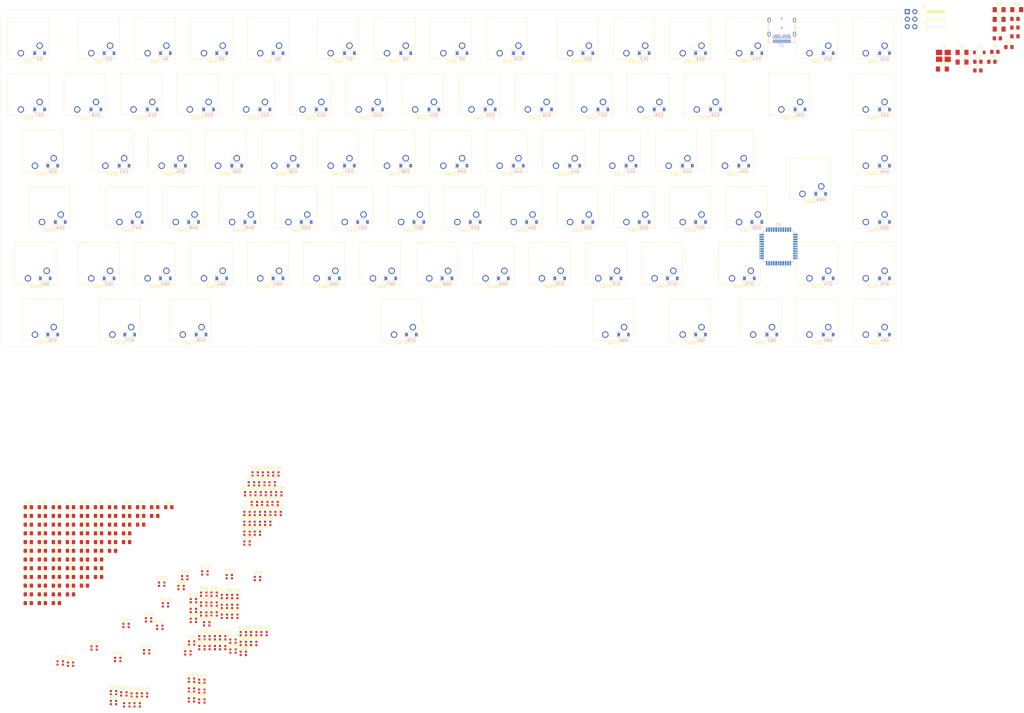
<source format=kicad_pcb>
(kicad_pcb (version 20171130) (host pcbnew 5.1.5+dfsg1-2build2)

  (general
    (thickness 1.6)
    (drawings 4)
    (tracks 0)
    (zones 0)
    (modules 353)
    (nets 217)
  )

  (page A3)
  (layers
    (0 F.Cu signal)
    (31 B.Cu signal)
    (32 B.Adhes user)
    (33 F.Adhes user)
    (34 B.Paste user)
    (35 F.Paste user)
    (36 B.SilkS user)
    (37 F.SilkS user)
    (38 B.Mask user)
    (39 F.Mask user)
    (40 Dwgs.User user)
    (41 Cmts.User user)
    (42 Eco1.User user)
    (43 Eco2.User user)
    (44 Edge.Cuts user)
    (45 Margin user)
    (46 B.CrtYd user)
    (47 F.CrtYd user)
    (48 B.Fab user)
    (49 F.Fab user)
  )

  (setup
    (last_trace_width 0.25)
    (trace_clearance 0.2)
    (zone_clearance 0.508)
    (zone_45_only no)
    (trace_min 0.2)
    (via_size 0.8)
    (via_drill 0.4)
    (via_min_size 0.6)
    (via_min_drill 0.3)
    (uvia_size 0.3)
    (uvia_drill 0.1)
    (uvias_allowed no)
    (uvia_min_size 0.2)
    (uvia_min_drill 0.1)
    (edge_width 0.05)
    (segment_width 0.2)
    (pcb_text_width 0.3)
    (pcb_text_size 1.5 1.5)
    (mod_edge_width 0.12)
    (mod_text_size 1 1)
    (mod_text_width 0.15)
    (pad_size 1.524 1.524)
    (pad_drill 0.762)
    (pad_to_mask_clearance 0.051)
    (solder_mask_min_width 0.25)
    (aux_axis_origin 0 0)
    (visible_elements FFFFFF7F)
    (pcbplotparams
      (layerselection 0x010fc_ffffffff)
      (usegerberextensions false)
      (usegerberattributes false)
      (usegerberadvancedattributes false)
      (creategerberjobfile false)
      (excludeedgelayer true)
      (linewidth 0.100000)
      (plotframeref false)
      (viasonmask false)
      (mode 1)
      (useauxorigin false)
      (hpglpennumber 1)
      (hpglpenspeed 20)
      (hpglpendiameter 15.000000)
      (psnegative false)
      (psa4output false)
      (plotreference true)
      (plotvalue true)
      (plotinvisibletext false)
      (padsonsilk false)
      (subtractmaskfromsilk false)
      (outputformat 1)
      (mirror false)
      (drillshape 1)
      (scaleselection 1)
      (outputdirectory ""))
  )

  (net 0 "")
  (net 1 GND)
  (net 2 +5V)
  (net 3 "Net-(C7-Pad1)")
  (net 4 "Net-(C8-Pad2)")
  (net 5 "Net-(C9-Pad1)")
  (net 6 RST)
  (net 7 ROW0)
  (net 8 "Net-(D2-Pad2)")
  (net 9 "Net-(D3-Pad2)")
  (net 10 "Net-(D4-Pad2)")
  (net 11 "Net-(D5-Pad2)")
  (net 12 "Net-(D6-Pad2)")
  (net 13 "Net-(D7-Pad2)")
  (net 14 "Net-(D8-Pad2)")
  (net 15 "Net-(D9-Pad2)")
  (net 16 "Net-(D10-Pad2)")
  (net 17 "Net-(D11-Pad2)")
  (net 18 "Net-(D12-Pad2)")
  (net 19 "Net-(D13-Pad2)")
  (net 20 "Net-(D14-Pad2)")
  (net 21 "Net-(D15-Pad2)")
  (net 22 "Net-(D16-Pad2)")
  (net 23 ROW1)
  (net 24 "Net-(D17-Pad2)")
  (net 25 "Net-(D18-Pad2)")
  (net 26 "Net-(D19-Pad2)")
  (net 27 "Net-(D20-Pad2)")
  (net 28 "Net-(D21-Pad2)")
  (net 29 "Net-(D22-Pad2)")
  (net 30 "Net-(D23-Pad2)")
  (net 31 "Net-(D24-Pad2)")
  (net 32 "Net-(D25-Pad2)")
  (net 33 "Net-(D26-Pad2)")
  (net 34 "Net-(D27-Pad2)")
  (net 35 "Net-(D28-Pad2)")
  (net 36 "Net-(D29-Pad2)")
  (net 37 "Net-(D30-Pad2)")
  (net 38 "Net-(D31-Pad2)")
  (net 39 "Net-(D32-Pad2)")
  (net 40 ROW2)
  (net 41 "Net-(D33-Pad2)")
  (net 42 "Net-(D34-Pad2)")
  (net 43 "Net-(D35-Pad2)")
  (net 44 "Net-(D36-Pad2)")
  (net 45 "Net-(D37-Pad2)")
  (net 46 "Net-(D38-Pad2)")
  (net 47 "Net-(D39-Pad2)")
  (net 48 "Net-(D40-Pad2)")
  (net 49 "Net-(D41-Pad2)")
  (net 50 "Net-(D42-Pad2)")
  (net 51 "Net-(D43-Pad2)")
  (net 52 "Net-(D44-Pad2)")
  (net 53 "Net-(D45-Pad2)")
  (net 54 "Net-(D46-Pad2)")
  (net 55 ROW3)
  (net 56 "Net-(D47-Pad2)")
  (net 57 "Net-(D48-Pad2)")
  (net 58 "Net-(D49-Pad2)")
  (net 59 "Net-(D50-Pad2)")
  (net 60 "Net-(D51-Pad2)")
  (net 61 "Net-(D52-Pad2)")
  (net 62 "Net-(D53-Pad2)")
  (net 63 "Net-(D54-Pad2)")
  (net 64 "Net-(D55-Pad2)")
  (net 65 "Net-(D56-Pad2)")
  (net 66 "Net-(D57-Pad2)")
  (net 67 "Net-(D58-Pad2)")
  (net 68 "Net-(D59-Pad2)")
  (net 69 "Net-(D60-Pad2)")
  (net 70 ROW4)
  (net 71 "Net-(D61-Pad2)")
  (net 72 "Net-(D62-Pad2)")
  (net 73 "Net-(D63-Pad2)")
  (net 74 "Net-(D64-Pad2)")
  (net 75 "Net-(D65-Pad2)")
  (net 76 "Net-(D66-Pad2)")
  (net 77 "Net-(D67-Pad2)")
  (net 78 "Net-(D68-Pad2)")
  (net 79 "Net-(D69-Pad2)")
  (net 80 "Net-(D70-Pad2)")
  (net 81 "Net-(D71-Pad2)")
  (net 82 "Net-(D72-Pad2)")
  (net 83 "Net-(D73-Pad2)")
  (net 84 "Net-(D74-Pad2)")
  (net 85 "Net-(D75-Pad2)")
  (net 86 ROW5)
  (net 87 "Net-(D76-Pad2)")
  (net 88 "Net-(D77-Pad2)")
  (net 89 "Net-(D78-Pad2)")
  (net 90 "Net-(D79-Pad2)")
  (net 91 "Net-(D80-Pad2)")
  (net 92 "Net-(D81-Pad2)")
  (net 93 "Net-(D82-Pad2)")
  (net 94 "Net-(D83-Pad2)")
  (net 95 "Net-(D84-Pad2)")
  (net 96 "Net-(D85-Pad2)")
  (net 97 DIN)
  (net 98 "Net-(D86-Pad2)")
  (net 99 "Net-(D87-Pad2)")
  (net 100 "Net-(D88-Pad2)")
  (net 101 "Net-(D89-Pad2)")
  (net 102 "Net-(D90-Pad2)")
  (net 103 "Net-(D91-Pad2)")
  (net 104 "Net-(D92-Pad2)")
  (net 105 "Net-(D93-Pad2)")
  (net 106 "Net-(D94-Pad2)")
  (net 107 "Net-(D95-Pad2)")
  (net 108 "Net-(D96-Pad2)")
  (net 109 "Net-(D97-Pad2)")
  (net 110 "Net-(D98-Pad2)")
  (net 111 "Net-(D100-Pad4)")
  (net 112 "Net-(D100-Pad2)")
  (net 113 "Net-(D101-Pad2)")
  (net 114 "Net-(D102-Pad2)")
  (net 115 "Net-(D103-Pad2)")
  (net 116 "Net-(D104-Pad2)")
  (net 117 "Net-(D105-Pad2)")
  (net 118 "Net-(D106-Pad2)")
  (net 119 "Net-(D107-Pad2)")
  (net 120 "Net-(D108-Pad2)")
  (net 121 "Net-(D109-Pad2)")
  (net 122 "Net-(D110-Pad2)")
  (net 123 "Net-(D111-Pad2)")
  (net 124 "Net-(D112-Pad2)")
  (net 125 "Net-(D113-Pad2)")
  (net 126 "Net-(D114-Pad2)")
  (net 127 "Net-(D115-Pad2)")
  (net 128 "Net-(D116-Pad2)")
  (net 129 "Net-(D117-Pad2)")
  (net 130 "Net-(D118-Pad2)")
  (net 131 "Net-(D119-Pad2)")
  (net 132 "Net-(D120-Pad2)")
  (net 133 "Net-(D121-Pad2)")
  (net 134 "Net-(D122-Pad2)")
  (net 135 "Net-(D123-Pad2)")
  (net 136 "Net-(D124-Pad2)")
  (net 137 "Net-(D125-Pad2)")
  (net 138 "Net-(D126-Pad2)")
  (net 139 "Net-(D127-Pad2)")
  (net 140 "Net-(D128-Pad2)")
  (net 141 "Net-(D129-Pad2)")
  (net 142 "Net-(D130-Pad2)")
  (net 143 "Net-(D131-Pad2)")
  (net 144 "Net-(D132-Pad2)")
  (net 145 "Net-(D133-Pad2)")
  (net 146 "Net-(D134-Pad2)")
  (net 147 "Net-(D135-Pad2)")
  (net 148 "Net-(D136-Pad2)")
  (net 149 "Net-(D137-Pad2)")
  (net 150 "Net-(D138-Pad2)")
  (net 151 "Net-(D139-Pad2)")
  (net 152 "Net-(D140-Pad2)")
  (net 153 "Net-(D141-Pad2)")
  (net 154 "Net-(D142-Pad2)")
  (net 155 "Net-(D143-Pad2)")
  (net 156 "Net-(D144-Pad2)")
  (net 157 "Net-(D145-Pad2)")
  (net 158 "Net-(D146-Pad2)")
  (net 159 "Net-(D147-Pad2)")
  (net 160 "Net-(D148-Pad2)")
  (net 161 "Net-(D149-Pad2)")
  (net 162 "Net-(D150-Pad2)")
  (net 163 "Net-(D151-Pad2)")
  (net 164 "Net-(D152-Pad2)")
  (net 165 "Net-(D153-Pad2)")
  (net 166 "Net-(D154-Pad2)")
  (net 167 "Net-(D155-Pad2)")
  (net 168 "Net-(D156-Pad2)")
  (net 169 "Net-(D157-Pad2)")
  (net 170 "Net-(D158-Pad2)")
  (net 171 "Net-(D159-Pad2)")
  (net 172 "Net-(D160-Pad2)")
  (net 173 "Net-(D161-Pad2)")
  (net 174 "Net-(D162-Pad2)")
  (net 175 "Net-(D163-Pad2)")
  (net 176 "Net-(D164-Pad2)")
  (net 177 "Net-(D165-Pad2)")
  (net 178 "Net-(D166-Pad2)")
  (net 179 "Net-(D167-Pad2)")
  (net 180 "Net-(F1-Pad2)")
  (net 181 COL02)
  (net 182 COL00)
  (net 183 COL01)
  (net 184 "Net-(J2-PadA11)")
  (net 185 "Net-(J2-PadA10)")
  (net 186 "Net-(J2-PadA8)")
  (net 187 D-)
  (net 188 D+)
  (net 189 "Net-(J2-PadA5)")
  (net 190 "Net-(J2-PadA3)")
  (net 191 "Net-(J2-PadA2)")
  (net 192 "Net-(J2-PadB10)")
  (net 193 "Net-(J2-PadB3)")
  (net 194 "Net-(J2-PadB8)")
  (net 195 "Net-(J2-PadB5)")
  (net 196 "Net-(J2-PadB2)")
  (net 197 "Net-(J2-PadB11)")
  (net 198 "Net-(R4-Pad1)")
  (net 199 "Net-(R5-Pad2)")
  (net 200 "Net-(R6-Pad2)")
  (net 201 COL03)
  (net 202 COL04)
  (net 203 COL06)
  (net 204 COL07)
  (net 205 COL08)
  (net 206 COL09)
  (net 207 COL10)
  (net 208 COL11)
  (net 209 COL12)
  (net 210 COL13)
  (net 211 COL14)
  (net 212 COL15)
  (net 213 COL05)
  (net 214 "Net-(U1-Pad1)")
  (net 215 "Net-(U1-Pad8)")
  (net 216 "Net-(U1-Pad42)")

  (net_class Default "Dies ist die voreingestellte Netzklasse."
    (clearance 0.2)
    (trace_width 0.25)
    (via_dia 0.8)
    (via_drill 0.4)
    (uvia_dia 0.3)
    (uvia_drill 0.1)
    (add_net +5V)
    (add_net COL00)
    (add_net COL01)
    (add_net COL02)
    (add_net COL03)
    (add_net COL04)
    (add_net COL05)
    (add_net COL06)
    (add_net COL07)
    (add_net COL08)
    (add_net COL09)
    (add_net COL10)
    (add_net COL11)
    (add_net COL12)
    (add_net COL13)
    (add_net COL14)
    (add_net COL15)
    (add_net D+)
    (add_net D-)
    (add_net DIN)
    (add_net GND)
    (add_net "Net-(C7-Pad1)")
    (add_net "Net-(C8-Pad2)")
    (add_net "Net-(C9-Pad1)")
    (add_net "Net-(D10-Pad2)")
    (add_net "Net-(D100-Pad2)")
    (add_net "Net-(D100-Pad4)")
    (add_net "Net-(D101-Pad2)")
    (add_net "Net-(D102-Pad2)")
    (add_net "Net-(D103-Pad2)")
    (add_net "Net-(D104-Pad2)")
    (add_net "Net-(D105-Pad2)")
    (add_net "Net-(D106-Pad2)")
    (add_net "Net-(D107-Pad2)")
    (add_net "Net-(D108-Pad2)")
    (add_net "Net-(D109-Pad2)")
    (add_net "Net-(D11-Pad2)")
    (add_net "Net-(D110-Pad2)")
    (add_net "Net-(D111-Pad2)")
    (add_net "Net-(D112-Pad2)")
    (add_net "Net-(D113-Pad2)")
    (add_net "Net-(D114-Pad2)")
    (add_net "Net-(D115-Pad2)")
    (add_net "Net-(D116-Pad2)")
    (add_net "Net-(D117-Pad2)")
    (add_net "Net-(D118-Pad2)")
    (add_net "Net-(D119-Pad2)")
    (add_net "Net-(D12-Pad2)")
    (add_net "Net-(D120-Pad2)")
    (add_net "Net-(D121-Pad2)")
    (add_net "Net-(D122-Pad2)")
    (add_net "Net-(D123-Pad2)")
    (add_net "Net-(D124-Pad2)")
    (add_net "Net-(D125-Pad2)")
    (add_net "Net-(D126-Pad2)")
    (add_net "Net-(D127-Pad2)")
    (add_net "Net-(D128-Pad2)")
    (add_net "Net-(D129-Pad2)")
    (add_net "Net-(D13-Pad2)")
    (add_net "Net-(D130-Pad2)")
    (add_net "Net-(D131-Pad2)")
    (add_net "Net-(D132-Pad2)")
    (add_net "Net-(D133-Pad2)")
    (add_net "Net-(D134-Pad2)")
    (add_net "Net-(D135-Pad2)")
    (add_net "Net-(D136-Pad2)")
    (add_net "Net-(D137-Pad2)")
    (add_net "Net-(D138-Pad2)")
    (add_net "Net-(D139-Pad2)")
    (add_net "Net-(D14-Pad2)")
    (add_net "Net-(D140-Pad2)")
    (add_net "Net-(D141-Pad2)")
    (add_net "Net-(D142-Pad2)")
    (add_net "Net-(D143-Pad2)")
    (add_net "Net-(D144-Pad2)")
    (add_net "Net-(D145-Pad2)")
    (add_net "Net-(D146-Pad2)")
    (add_net "Net-(D147-Pad2)")
    (add_net "Net-(D148-Pad2)")
    (add_net "Net-(D149-Pad2)")
    (add_net "Net-(D15-Pad2)")
    (add_net "Net-(D150-Pad2)")
    (add_net "Net-(D151-Pad2)")
    (add_net "Net-(D152-Pad2)")
    (add_net "Net-(D153-Pad2)")
    (add_net "Net-(D154-Pad2)")
    (add_net "Net-(D155-Pad2)")
    (add_net "Net-(D156-Pad2)")
    (add_net "Net-(D157-Pad2)")
    (add_net "Net-(D158-Pad2)")
    (add_net "Net-(D159-Pad2)")
    (add_net "Net-(D16-Pad2)")
    (add_net "Net-(D160-Pad2)")
    (add_net "Net-(D161-Pad2)")
    (add_net "Net-(D162-Pad2)")
    (add_net "Net-(D163-Pad2)")
    (add_net "Net-(D164-Pad2)")
    (add_net "Net-(D165-Pad2)")
    (add_net "Net-(D166-Pad2)")
    (add_net "Net-(D167-Pad2)")
    (add_net "Net-(D17-Pad2)")
    (add_net "Net-(D18-Pad2)")
    (add_net "Net-(D19-Pad2)")
    (add_net "Net-(D2-Pad2)")
    (add_net "Net-(D20-Pad2)")
    (add_net "Net-(D21-Pad2)")
    (add_net "Net-(D22-Pad2)")
    (add_net "Net-(D23-Pad2)")
    (add_net "Net-(D24-Pad2)")
    (add_net "Net-(D25-Pad2)")
    (add_net "Net-(D26-Pad2)")
    (add_net "Net-(D27-Pad2)")
    (add_net "Net-(D28-Pad2)")
    (add_net "Net-(D29-Pad2)")
    (add_net "Net-(D3-Pad2)")
    (add_net "Net-(D30-Pad2)")
    (add_net "Net-(D31-Pad2)")
    (add_net "Net-(D32-Pad2)")
    (add_net "Net-(D33-Pad2)")
    (add_net "Net-(D34-Pad2)")
    (add_net "Net-(D35-Pad2)")
    (add_net "Net-(D36-Pad2)")
    (add_net "Net-(D37-Pad2)")
    (add_net "Net-(D38-Pad2)")
    (add_net "Net-(D39-Pad2)")
    (add_net "Net-(D4-Pad2)")
    (add_net "Net-(D40-Pad2)")
    (add_net "Net-(D41-Pad2)")
    (add_net "Net-(D42-Pad2)")
    (add_net "Net-(D43-Pad2)")
    (add_net "Net-(D44-Pad2)")
    (add_net "Net-(D45-Pad2)")
    (add_net "Net-(D46-Pad2)")
    (add_net "Net-(D47-Pad2)")
    (add_net "Net-(D48-Pad2)")
    (add_net "Net-(D49-Pad2)")
    (add_net "Net-(D5-Pad2)")
    (add_net "Net-(D50-Pad2)")
    (add_net "Net-(D51-Pad2)")
    (add_net "Net-(D52-Pad2)")
    (add_net "Net-(D53-Pad2)")
    (add_net "Net-(D54-Pad2)")
    (add_net "Net-(D55-Pad2)")
    (add_net "Net-(D56-Pad2)")
    (add_net "Net-(D57-Pad2)")
    (add_net "Net-(D58-Pad2)")
    (add_net "Net-(D59-Pad2)")
    (add_net "Net-(D6-Pad2)")
    (add_net "Net-(D60-Pad2)")
    (add_net "Net-(D61-Pad2)")
    (add_net "Net-(D62-Pad2)")
    (add_net "Net-(D63-Pad2)")
    (add_net "Net-(D64-Pad2)")
    (add_net "Net-(D65-Pad2)")
    (add_net "Net-(D66-Pad2)")
    (add_net "Net-(D67-Pad2)")
    (add_net "Net-(D68-Pad2)")
    (add_net "Net-(D69-Pad2)")
    (add_net "Net-(D7-Pad2)")
    (add_net "Net-(D70-Pad2)")
    (add_net "Net-(D71-Pad2)")
    (add_net "Net-(D72-Pad2)")
    (add_net "Net-(D73-Pad2)")
    (add_net "Net-(D74-Pad2)")
    (add_net "Net-(D75-Pad2)")
    (add_net "Net-(D76-Pad2)")
    (add_net "Net-(D77-Pad2)")
    (add_net "Net-(D78-Pad2)")
    (add_net "Net-(D79-Pad2)")
    (add_net "Net-(D8-Pad2)")
    (add_net "Net-(D80-Pad2)")
    (add_net "Net-(D81-Pad2)")
    (add_net "Net-(D82-Pad2)")
    (add_net "Net-(D83-Pad2)")
    (add_net "Net-(D84-Pad2)")
    (add_net "Net-(D85-Pad2)")
    (add_net "Net-(D86-Pad2)")
    (add_net "Net-(D87-Pad2)")
    (add_net "Net-(D88-Pad2)")
    (add_net "Net-(D89-Pad2)")
    (add_net "Net-(D9-Pad2)")
    (add_net "Net-(D90-Pad2)")
    (add_net "Net-(D91-Pad2)")
    (add_net "Net-(D92-Pad2)")
    (add_net "Net-(D93-Pad2)")
    (add_net "Net-(D94-Pad2)")
    (add_net "Net-(D95-Pad2)")
    (add_net "Net-(D96-Pad2)")
    (add_net "Net-(D97-Pad2)")
    (add_net "Net-(D98-Pad2)")
    (add_net "Net-(F1-Pad2)")
    (add_net "Net-(J2-PadA10)")
    (add_net "Net-(J2-PadA11)")
    (add_net "Net-(J2-PadA2)")
    (add_net "Net-(J2-PadA3)")
    (add_net "Net-(J2-PadA5)")
    (add_net "Net-(J2-PadA8)")
    (add_net "Net-(J2-PadB10)")
    (add_net "Net-(J2-PadB11)")
    (add_net "Net-(J2-PadB2)")
    (add_net "Net-(J2-PadB3)")
    (add_net "Net-(J2-PadB5)")
    (add_net "Net-(J2-PadB8)")
    (add_net "Net-(R4-Pad1)")
    (add_net "Net-(R5-Pad2)")
    (add_net "Net-(R6-Pad2)")
    (add_net "Net-(U1-Pad1)")
    (add_net "Net-(U1-Pad42)")
    (add_net "Net-(U1-Pad8)")
    (add_net ROW0)
    (add_net ROW1)
    (add_net ROW2)
    (add_net ROW3)
    (add_net ROW4)
    (add_net ROW5)
    (add_net RST)
  )

  (module Capacitor_SMD:C_0805_2012Metric_Pad1.15x1.40mm_HandSolder (layer F.Cu) (tedit 5B36C52B) (tstamp 5F15EB18)
    (at 368.725001 55.605001)
    (descr "Capacitor SMD 0805 (2012 Metric), square (rectangular) end terminal, IPC_7351 nominal with elongated pad for handsoldering. (Body size source: https://docs.google.com/spreadsheets/d/1BsfQQcO9C6DZCsRaXUlFlo91Tg2WpOkGARC1WS5S8t0/edit?usp=sharing), generated with kicad-footprint-generator")
    (tags "capacitor handsolder")
    (path /5F92990D)
    (attr smd)
    (fp_text reference C1 (at 0 -1.65) (layer F.SilkS)
      (effects (font (size 1 1) (thickness 0.15)))
    )
    (fp_text value 0.1uF (at 0 1.65) (layer F.Fab)
      (effects (font (size 1 1) (thickness 0.15)))
    )
    (fp_text user %R (at 0 0) (layer F.Fab)
      (effects (font (size 0.5 0.5) (thickness 0.08)))
    )
    (fp_line (start 1.85 0.95) (end -1.85 0.95) (layer F.CrtYd) (width 0.05))
    (fp_line (start 1.85 -0.95) (end 1.85 0.95) (layer F.CrtYd) (width 0.05))
    (fp_line (start -1.85 -0.95) (end 1.85 -0.95) (layer F.CrtYd) (width 0.05))
    (fp_line (start -1.85 0.95) (end -1.85 -0.95) (layer F.CrtYd) (width 0.05))
    (fp_line (start -0.261252 0.71) (end 0.261252 0.71) (layer F.SilkS) (width 0.12))
    (fp_line (start -0.261252 -0.71) (end 0.261252 -0.71) (layer F.SilkS) (width 0.12))
    (fp_line (start 1 0.6) (end -1 0.6) (layer F.Fab) (width 0.1))
    (fp_line (start 1 -0.6) (end 1 0.6) (layer F.Fab) (width 0.1))
    (fp_line (start -1 -0.6) (end 1 -0.6) (layer F.Fab) (width 0.1))
    (fp_line (start -1 0.6) (end -1 -0.6) (layer F.Fab) (width 0.1))
    (pad 2 smd roundrect (at 1.025 0) (size 1.15 1.4) (layers F.Cu F.Paste F.Mask) (roundrect_rratio 0.217391)
      (net 1 GND))
    (pad 1 smd roundrect (at -1.025 0) (size 1.15 1.4) (layers F.Cu F.Paste F.Mask) (roundrect_rratio 0.217391)
      (net 2 +5V))
    (model ${KISYS3DMOD}/Capacitor_SMD.3dshapes/C_0805_2012Metric.wrl
      (at (xyz 0 0 0))
      (scale (xyz 1 1 1))
      (rotate (xyz 0 0 0))
    )
  )

  (module Capacitor_SMD:C_0805_2012Metric_Pad1.15x1.40mm_HandSolder (layer F.Cu) (tedit 5B36C52B) (tstamp 5F15EB29)
    (at 381.265001 41.095001)
    (descr "Capacitor SMD 0805 (2012 Metric), square (rectangular) end terminal, IPC_7351 nominal with elongated pad for handsoldering. (Body size source: https://docs.google.com/spreadsheets/d/1BsfQQcO9C6DZCsRaXUlFlo91Tg2WpOkGARC1WS5S8t0/edit?usp=sharing), generated with kicad-footprint-generator")
    (tags "capacitor handsolder")
    (path /5EFFF252)
    (attr smd)
    (fp_text reference C2 (at 0 -1.65) (layer F.SilkS)
      (effects (font (size 1 1) (thickness 0.15)))
    )
    (fp_text value 0.1uF (at 0 1.65) (layer F.Fab)
      (effects (font (size 1 1) (thickness 0.15)))
    )
    (fp_text user %R (at 0 0) (layer F.Fab)
      (effects (font (size 0.5 0.5) (thickness 0.08)))
    )
    (fp_line (start 1.85 0.95) (end -1.85 0.95) (layer F.CrtYd) (width 0.05))
    (fp_line (start 1.85 -0.95) (end 1.85 0.95) (layer F.CrtYd) (width 0.05))
    (fp_line (start -1.85 -0.95) (end 1.85 -0.95) (layer F.CrtYd) (width 0.05))
    (fp_line (start -1.85 0.95) (end -1.85 -0.95) (layer F.CrtYd) (width 0.05))
    (fp_line (start -0.261252 0.71) (end 0.261252 0.71) (layer F.SilkS) (width 0.12))
    (fp_line (start -0.261252 -0.71) (end 0.261252 -0.71) (layer F.SilkS) (width 0.12))
    (fp_line (start 1 0.6) (end -1 0.6) (layer F.Fab) (width 0.1))
    (fp_line (start 1 -0.6) (end 1 0.6) (layer F.Fab) (width 0.1))
    (fp_line (start -1 -0.6) (end 1 -0.6) (layer F.Fab) (width 0.1))
    (fp_line (start -1 0.6) (end -1 -0.6) (layer F.Fab) (width 0.1))
    (pad 2 smd roundrect (at 1.025 0) (size 1.15 1.4) (layers F.Cu F.Paste F.Mask) (roundrect_rratio 0.217391)
      (net 1 GND))
    (pad 1 smd roundrect (at -1.025 0) (size 1.15 1.4) (layers F.Cu F.Paste F.Mask) (roundrect_rratio 0.217391)
      (net 2 +5V))
    (model ${KISYS3DMOD}/Capacitor_SMD.3dshapes/C_0805_2012Metric.wrl
      (at (xyz 0 0 0))
      (scale (xyz 1 1 1))
      (rotate (xyz 0 0 0))
    )
  )

  (module Capacitor_SMD:C_0805_2012Metric_Pad1.15x1.40mm_HandSolder (layer F.Cu) (tedit 5B36C52B) (tstamp 5F15EB3A)
    (at 375.315001 47.675001)
    (descr "Capacitor SMD 0805 (2012 Metric), square (rectangular) end terminal, IPC_7351 nominal with elongated pad for handsoldering. (Body size source: https://docs.google.com/spreadsheets/d/1BsfQQcO9C6DZCsRaXUlFlo91Tg2WpOkGARC1WS5S8t0/edit?usp=sharing), generated with kicad-footprint-generator")
    (tags "capacitor handsolder")
    (path /5F00AFA0)
    (attr smd)
    (fp_text reference C3 (at 0 -1.65) (layer F.SilkS)
      (effects (font (size 1 1) (thickness 0.15)))
    )
    (fp_text value 0.1uF (at 0 1.65) (layer F.Fab)
      (effects (font (size 1 1) (thickness 0.15)))
    )
    (fp_text user %R (at 0 0) (layer F.Fab)
      (effects (font (size 0.5 0.5) (thickness 0.08)))
    )
    (fp_line (start 1.85 0.95) (end -1.85 0.95) (layer F.CrtYd) (width 0.05))
    (fp_line (start 1.85 -0.95) (end 1.85 0.95) (layer F.CrtYd) (width 0.05))
    (fp_line (start -1.85 -0.95) (end 1.85 -0.95) (layer F.CrtYd) (width 0.05))
    (fp_line (start -1.85 0.95) (end -1.85 -0.95) (layer F.CrtYd) (width 0.05))
    (fp_line (start -0.261252 0.71) (end 0.261252 0.71) (layer F.SilkS) (width 0.12))
    (fp_line (start -0.261252 -0.71) (end 0.261252 -0.71) (layer F.SilkS) (width 0.12))
    (fp_line (start 1 0.6) (end -1 0.6) (layer F.Fab) (width 0.1))
    (fp_line (start 1 -0.6) (end 1 0.6) (layer F.Fab) (width 0.1))
    (fp_line (start -1 -0.6) (end 1 -0.6) (layer F.Fab) (width 0.1))
    (fp_line (start -1 0.6) (end -1 -0.6) (layer F.Fab) (width 0.1))
    (pad 2 smd roundrect (at 1.025 0) (size 1.15 1.4) (layers F.Cu F.Paste F.Mask) (roundrect_rratio 0.217391)
      (net 1 GND))
    (pad 1 smd roundrect (at -1.025 0) (size 1.15 1.4) (layers F.Cu F.Paste F.Mask) (roundrect_rratio 0.217391)
      (net 2 +5V))
    (model ${KISYS3DMOD}/Capacitor_SMD.3dshapes/C_0805_2012Metric.wrl
      (at (xyz 0 0 0))
      (scale (xyz 1 1 1))
      (rotate (xyz 0 0 0))
    )
  )

  (module Capacitor_SMD:C_0805_2012Metric_Pad1.15x1.40mm_HandSolder (layer F.Cu) (tedit 5B36C52B) (tstamp 5F15EB4B)
    (at 379.225001 50.625001)
    (descr "Capacitor SMD 0805 (2012 Metric), square (rectangular) end terminal, IPC_7351 nominal with elongated pad for handsoldering. (Body size source: https://docs.google.com/spreadsheets/d/1BsfQQcO9C6DZCsRaXUlFlo91Tg2WpOkGARC1WS5S8t0/edit?usp=sharing), generated with kicad-footprint-generator")
    (tags "capacitor handsolder")
    (path /5F00B4C3)
    (attr smd)
    (fp_text reference C4 (at 0 -1.65) (layer F.SilkS)
      (effects (font (size 1 1) (thickness 0.15)))
    )
    (fp_text value 0.1uF (at 0 1.65) (layer F.Fab)
      (effects (font (size 1 1) (thickness 0.15)))
    )
    (fp_line (start -1 0.6) (end -1 -0.6) (layer F.Fab) (width 0.1))
    (fp_line (start -1 -0.6) (end 1 -0.6) (layer F.Fab) (width 0.1))
    (fp_line (start 1 -0.6) (end 1 0.6) (layer F.Fab) (width 0.1))
    (fp_line (start 1 0.6) (end -1 0.6) (layer F.Fab) (width 0.1))
    (fp_line (start -0.261252 -0.71) (end 0.261252 -0.71) (layer F.SilkS) (width 0.12))
    (fp_line (start -0.261252 0.71) (end 0.261252 0.71) (layer F.SilkS) (width 0.12))
    (fp_line (start -1.85 0.95) (end -1.85 -0.95) (layer F.CrtYd) (width 0.05))
    (fp_line (start -1.85 -0.95) (end 1.85 -0.95) (layer F.CrtYd) (width 0.05))
    (fp_line (start 1.85 -0.95) (end 1.85 0.95) (layer F.CrtYd) (width 0.05))
    (fp_line (start 1.85 0.95) (end -1.85 0.95) (layer F.CrtYd) (width 0.05))
    (fp_text user %R (at 0 0) (layer F.Fab)
      (effects (font (size 0.5 0.5) (thickness 0.08)))
    )
    (pad 1 smd roundrect (at -1.025 0) (size 1.15 1.4) (layers F.Cu F.Paste F.Mask) (roundrect_rratio 0.217391)
      (net 2 +5V))
    (pad 2 smd roundrect (at 1.025 0) (size 1.15 1.4) (layers F.Cu F.Paste F.Mask) (roundrect_rratio 0.217391)
      (net 1 GND))
    (model ${KISYS3DMOD}/Capacitor_SMD.3dshapes/C_0805_2012Metric.wrl
      (at (xyz 0 0 0))
      (scale (xyz 1 1 1))
      (rotate (xyz 0 0 0))
    )
  )

  (module Capacitor_SMD:C_0805_2012Metric_Pad1.15x1.40mm_HandSolder (layer F.Cu) (tedit 5B36C52B) (tstamp 5F15EB5C)
    (at 381.265001 46.995001)
    (descr "Capacitor SMD 0805 (2012 Metric), square (rectangular) end terminal, IPC_7351 nominal with elongated pad for handsoldering. (Body size source: https://docs.google.com/spreadsheets/d/1BsfQQcO9C6DZCsRaXUlFlo91Tg2WpOkGARC1WS5S8t0/edit?usp=sharing), generated with kicad-footprint-generator")
    (tags "capacitor handsolder")
    (path /5F92A552)
    (attr smd)
    (fp_text reference C5 (at 0 -1.65) (layer F.SilkS)
      (effects (font (size 1 1) (thickness 0.15)))
    )
    (fp_text value 0.1uF (at 0 1.65) (layer F.Fab)
      (effects (font (size 1 1) (thickness 0.15)))
    )
    (fp_text user %R (at 0 0) (layer F.Fab)
      (effects (font (size 0.5 0.5) (thickness 0.08)))
    )
    (fp_line (start 1.85 0.95) (end -1.85 0.95) (layer F.CrtYd) (width 0.05))
    (fp_line (start 1.85 -0.95) (end 1.85 0.95) (layer F.CrtYd) (width 0.05))
    (fp_line (start -1.85 -0.95) (end 1.85 -0.95) (layer F.CrtYd) (width 0.05))
    (fp_line (start -1.85 0.95) (end -1.85 -0.95) (layer F.CrtYd) (width 0.05))
    (fp_line (start -0.261252 0.71) (end 0.261252 0.71) (layer F.SilkS) (width 0.12))
    (fp_line (start -0.261252 -0.71) (end 0.261252 -0.71) (layer F.SilkS) (width 0.12))
    (fp_line (start 1 0.6) (end -1 0.6) (layer F.Fab) (width 0.1))
    (fp_line (start 1 -0.6) (end 1 0.6) (layer F.Fab) (width 0.1))
    (fp_line (start -1 -0.6) (end 1 -0.6) (layer F.Fab) (width 0.1))
    (fp_line (start -1 0.6) (end -1 -0.6) (layer F.Fab) (width 0.1))
    (pad 2 smd roundrect (at 1.025 0) (size 1.15 1.4) (layers F.Cu F.Paste F.Mask) (roundrect_rratio 0.217391)
      (net 1 GND))
    (pad 1 smd roundrect (at -1.025 0) (size 1.15 1.4) (layers F.Cu F.Paste F.Mask) (roundrect_rratio 0.217391)
      (net 2 +5V))
    (model ${KISYS3DMOD}/Capacitor_SMD.3dshapes/C_0805_2012Metric.wrl
      (at (xyz 0 0 0))
      (scale (xyz 1 1 1))
      (rotate (xyz 0 0 0))
    )
  )

  (module Capacitor_SMD:C_0805_2012Metric_Pad1.15x1.40mm_HandSolder (layer F.Cu) (tedit 5B36C52B) (tstamp 5F15EB6D)
    (at 373.475001 55.605001)
    (descr "Capacitor SMD 0805 (2012 Metric), square (rectangular) end terminal, IPC_7351 nominal with elongated pad for handsoldering. (Body size source: https://docs.google.com/spreadsheets/d/1BsfQQcO9C6DZCsRaXUlFlo91Tg2WpOkGARC1WS5S8t0/edit?usp=sharing), generated with kicad-footprint-generator")
    (tags "capacitor handsolder")
    (path /5F007EF5)
    (attr smd)
    (fp_text reference C6 (at 0 -1.65) (layer F.SilkS)
      (effects (font (size 1 1) (thickness 0.15)))
    )
    (fp_text value 10uF (at 0 1.65) (layer F.Fab)
      (effects (font (size 1 1) (thickness 0.15)))
    )
    (fp_line (start -1 0.6) (end -1 -0.6) (layer F.Fab) (width 0.1))
    (fp_line (start -1 -0.6) (end 1 -0.6) (layer F.Fab) (width 0.1))
    (fp_line (start 1 -0.6) (end 1 0.6) (layer F.Fab) (width 0.1))
    (fp_line (start 1 0.6) (end -1 0.6) (layer F.Fab) (width 0.1))
    (fp_line (start -0.261252 -0.71) (end 0.261252 -0.71) (layer F.SilkS) (width 0.12))
    (fp_line (start -0.261252 0.71) (end 0.261252 0.71) (layer F.SilkS) (width 0.12))
    (fp_line (start -1.85 0.95) (end -1.85 -0.95) (layer F.CrtYd) (width 0.05))
    (fp_line (start -1.85 -0.95) (end 1.85 -0.95) (layer F.CrtYd) (width 0.05))
    (fp_line (start 1.85 -0.95) (end 1.85 0.95) (layer F.CrtYd) (width 0.05))
    (fp_line (start 1.85 0.95) (end -1.85 0.95) (layer F.CrtYd) (width 0.05))
    (fp_text user %R (at 0 0) (layer F.Fab)
      (effects (font (size 0.5 0.5) (thickness 0.08)))
    )
    (pad 1 smd roundrect (at -1.025 0) (size 1.15 1.4) (layers F.Cu F.Paste F.Mask) (roundrect_rratio 0.217391)
      (net 2 +5V))
    (pad 2 smd roundrect (at 1.025 0) (size 1.15 1.4) (layers F.Cu F.Paste F.Mask) (roundrect_rratio 0.217391)
      (net 1 GND))
    (model ${KISYS3DMOD}/Capacitor_SMD.3dshapes/C_0805_2012Metric.wrl
      (at (xyz 0 0 0))
      (scale (xyz 1 1 1))
      (rotate (xyz 0 0 0))
    )
  )

  (module Capacitor_SMD:C_0805_2012Metric_Pad1.15x1.40mm_HandSolder (layer F.Cu) (tedit 5B36C52B) (tstamp 5F15EB7E)
    (at 368.725001 58.555001)
    (descr "Capacitor SMD 0805 (2012 Metric), square (rectangular) end terminal, IPC_7351 nominal with elongated pad for handsoldering. (Body size source: https://docs.google.com/spreadsheets/d/1BsfQQcO9C6DZCsRaXUlFlo91Tg2WpOkGARC1WS5S8t0/edit?usp=sharing), generated with kicad-footprint-generator")
    (tags "capacitor handsolder")
    (path /5F0786B1)
    (attr smd)
    (fp_text reference C7 (at 0 -1.65) (layer F.SilkS)
      (effects (font (size 1 1) (thickness 0.15)))
    )
    (fp_text value 22pF (at 0 1.65) (layer F.Fab)
      (effects (font (size 1 1) (thickness 0.15)))
    )
    (fp_text user %R (at 0 0) (layer F.Fab)
      (effects (font (size 0.5 0.5) (thickness 0.08)))
    )
    (fp_line (start 1.85 0.95) (end -1.85 0.95) (layer F.CrtYd) (width 0.05))
    (fp_line (start 1.85 -0.95) (end 1.85 0.95) (layer F.CrtYd) (width 0.05))
    (fp_line (start -1.85 -0.95) (end 1.85 -0.95) (layer F.CrtYd) (width 0.05))
    (fp_line (start -1.85 0.95) (end -1.85 -0.95) (layer F.CrtYd) (width 0.05))
    (fp_line (start -0.261252 0.71) (end 0.261252 0.71) (layer F.SilkS) (width 0.12))
    (fp_line (start -0.261252 -0.71) (end 0.261252 -0.71) (layer F.SilkS) (width 0.12))
    (fp_line (start 1 0.6) (end -1 0.6) (layer F.Fab) (width 0.1))
    (fp_line (start 1 -0.6) (end 1 0.6) (layer F.Fab) (width 0.1))
    (fp_line (start -1 -0.6) (end 1 -0.6) (layer F.Fab) (width 0.1))
    (fp_line (start -1 0.6) (end -1 -0.6) (layer F.Fab) (width 0.1))
    (pad 2 smd roundrect (at 1.025 0) (size 1.15 1.4) (layers F.Cu F.Paste F.Mask) (roundrect_rratio 0.217391)
      (net 1 GND))
    (pad 1 smd roundrect (at -1.025 0) (size 1.15 1.4) (layers F.Cu F.Paste F.Mask) (roundrect_rratio 0.217391)
      (net 3 "Net-(C7-Pad1)"))
    (model ${KISYS3DMOD}/Capacitor_SMD.3dshapes/C_0805_2012Metric.wrl
      (at (xyz 0 0 0))
      (scale (xyz 1 1 1))
      (rotate (xyz 0 0 0))
    )
  )

  (module Capacitor_SMD:C_0805_2012Metric_Pad1.15x1.40mm_HandSolder (layer F.Cu) (tedit 5B36C52B) (tstamp 5F15EB8F)
    (at 374.475001 52.255001)
    (descr "Capacitor SMD 0805 (2012 Metric), square (rectangular) end terminal, IPC_7351 nominal with elongated pad for handsoldering. (Body size source: https://docs.google.com/spreadsheets/d/1BsfQQcO9C6DZCsRaXUlFlo91Tg2WpOkGARC1WS5S8t0/edit?usp=sharing), generated with kicad-footprint-generator")
    (tags "capacitor handsolder")
    (path /5F0BA64F)
    (attr smd)
    (fp_text reference C8 (at 0 -1.65) (layer F.SilkS)
      (effects (font (size 1 1) (thickness 0.15)))
    )
    (fp_text value 22pF (at 0 1.65) (layer F.Fab)
      (effects (font (size 1 1) (thickness 0.15)))
    )
    (fp_text user %R (at 0 0) (layer F.Fab)
      (effects (font (size 0.5 0.5) (thickness 0.08)))
    )
    (fp_line (start 1.85 0.95) (end -1.85 0.95) (layer F.CrtYd) (width 0.05))
    (fp_line (start 1.85 -0.95) (end 1.85 0.95) (layer F.CrtYd) (width 0.05))
    (fp_line (start -1.85 -0.95) (end 1.85 -0.95) (layer F.CrtYd) (width 0.05))
    (fp_line (start -1.85 0.95) (end -1.85 -0.95) (layer F.CrtYd) (width 0.05))
    (fp_line (start -0.261252 0.71) (end 0.261252 0.71) (layer F.SilkS) (width 0.12))
    (fp_line (start -0.261252 -0.71) (end 0.261252 -0.71) (layer F.SilkS) (width 0.12))
    (fp_line (start 1 0.6) (end -1 0.6) (layer F.Fab) (width 0.1))
    (fp_line (start 1 -0.6) (end 1 0.6) (layer F.Fab) (width 0.1))
    (fp_line (start -1 -0.6) (end 1 -0.6) (layer F.Fab) (width 0.1))
    (fp_line (start -1 0.6) (end -1 -0.6) (layer F.Fab) (width 0.1))
    (pad 2 smd roundrect (at 1.025 0) (size 1.15 1.4) (layers F.Cu F.Paste F.Mask) (roundrect_rratio 0.217391)
      (net 4 "Net-(C8-Pad2)"))
    (pad 1 smd roundrect (at -1.025 0) (size 1.15 1.4) (layers F.Cu F.Paste F.Mask) (roundrect_rratio 0.217391)
      (net 1 GND))
    (model ${KISYS3DMOD}/Capacitor_SMD.3dshapes/C_0805_2012Metric.wrl
      (at (xyz 0 0 0))
      (scale (xyz 1 1 1))
      (rotate (xyz 0 0 0))
    )
  )

  (module Capacitor_SMD:C_0805_2012Metric_Pad1.15x1.40mm_HandSolder (layer F.Cu) (tedit 5B36C52B) (tstamp 5F15EBA0)
    (at 381.265001 44.045001)
    (descr "Capacitor SMD 0805 (2012 Metric), square (rectangular) end terminal, IPC_7351 nominal with elongated pad for handsoldering. (Body size source: https://docs.google.com/spreadsheets/d/1BsfQQcO9C6DZCsRaXUlFlo91Tg2WpOkGARC1WS5S8t0/edit?usp=sharing), generated with kicad-footprint-generator")
    (tags "capacitor handsolder")
    (path /5F049C39)
    (attr smd)
    (fp_text reference C9 (at 0 -1.65) (layer F.SilkS)
      (effects (font (size 1 1) (thickness 0.15)))
    )
    (fp_text value 1uF (at 0 1.65) (layer F.Fab)
      (effects (font (size 1 1) (thickness 0.15)))
    )
    (fp_line (start -1 0.6) (end -1 -0.6) (layer F.Fab) (width 0.1))
    (fp_line (start -1 -0.6) (end 1 -0.6) (layer F.Fab) (width 0.1))
    (fp_line (start 1 -0.6) (end 1 0.6) (layer F.Fab) (width 0.1))
    (fp_line (start 1 0.6) (end -1 0.6) (layer F.Fab) (width 0.1))
    (fp_line (start -0.261252 -0.71) (end 0.261252 -0.71) (layer F.SilkS) (width 0.12))
    (fp_line (start -0.261252 0.71) (end 0.261252 0.71) (layer F.SilkS) (width 0.12))
    (fp_line (start -1.85 0.95) (end -1.85 -0.95) (layer F.CrtYd) (width 0.05))
    (fp_line (start -1.85 -0.95) (end 1.85 -0.95) (layer F.CrtYd) (width 0.05))
    (fp_line (start 1.85 -0.95) (end 1.85 0.95) (layer F.CrtYd) (width 0.05))
    (fp_line (start 1.85 0.95) (end -1.85 0.95) (layer F.CrtYd) (width 0.05))
    (fp_text user %R (at 0 0) (layer F.Fab)
      (effects (font (size 0.5 0.5) (thickness 0.08)))
    )
    (pad 1 smd roundrect (at -1.025 0) (size 1.15 1.4) (layers F.Cu F.Paste F.Mask) (roundrect_rratio 0.217391)
      (net 5 "Net-(C9-Pad1)"))
    (pad 2 smd roundrect (at 1.025 0) (size 1.15 1.4) (layers F.Cu F.Paste F.Mask) (roundrect_rratio 0.217391)
      (net 1 GND))
    (model ${KISYS3DMOD}/Capacitor_SMD.3dshapes/C_0805_2012Metric.wrl
      (at (xyz 0 0 0))
      (scale (xyz 1 1 1))
      (rotate (xyz 0 0 0))
    )
  )

  (module Capacitor_SMD:C_0805_2012Metric_Pad1.15x1.40mm_HandSolder (layer F.Cu) (tedit 5B36C52B) (tstamp 5F15EBB1)
    (at 76.095001 215.205001)
    (descr "Capacitor SMD 0805 (2012 Metric), square (rectangular) end terminal, IPC_7351 nominal with elongated pad for handsoldering. (Body size source: https://docs.google.com/spreadsheets/d/1BsfQQcO9C6DZCsRaXUlFlo91Tg2WpOkGARC1WS5S8t0/edit?usp=sharing), generated with kicad-footprint-generator")
    (tags "capacitor handsolder")
    (path /5F949B9C/5FD1B778)
    (attr smd)
    (fp_text reference C10 (at 0 -1.65) (layer F.SilkS)
      (effects (font (size 1 1) (thickness 0.15)))
    )
    (fp_text value 0.1uF (at 0 1.65) (layer F.Fab)
      (effects (font (size 1 1) (thickness 0.15)))
    )
    (fp_line (start -1 0.6) (end -1 -0.6) (layer F.Fab) (width 0.1))
    (fp_line (start -1 -0.6) (end 1 -0.6) (layer F.Fab) (width 0.1))
    (fp_line (start 1 -0.6) (end 1 0.6) (layer F.Fab) (width 0.1))
    (fp_line (start 1 0.6) (end -1 0.6) (layer F.Fab) (width 0.1))
    (fp_line (start -0.261252 -0.71) (end 0.261252 -0.71) (layer F.SilkS) (width 0.12))
    (fp_line (start -0.261252 0.71) (end 0.261252 0.71) (layer F.SilkS) (width 0.12))
    (fp_line (start -1.85 0.95) (end -1.85 -0.95) (layer F.CrtYd) (width 0.05))
    (fp_line (start -1.85 -0.95) (end 1.85 -0.95) (layer F.CrtYd) (width 0.05))
    (fp_line (start 1.85 -0.95) (end 1.85 0.95) (layer F.CrtYd) (width 0.05))
    (fp_line (start 1.85 0.95) (end -1.85 0.95) (layer F.CrtYd) (width 0.05))
    (fp_text user %R (at 0 0) (layer F.Fab)
      (effects (font (size 0.5 0.5) (thickness 0.08)))
    )
    (pad 1 smd roundrect (at -1.025 0) (size 1.15 1.4) (layers F.Cu F.Paste F.Mask) (roundrect_rratio 0.217391)
      (net 2 +5V))
    (pad 2 smd roundrect (at 1.025 0) (size 1.15 1.4) (layers F.Cu F.Paste F.Mask) (roundrect_rratio 0.217391)
      (net 1 GND))
    (model ${KISYS3DMOD}/Capacitor_SMD.3dshapes/C_0805_2012Metric.wrl
      (at (xyz 0 0 0))
      (scale (xyz 1 1 1))
      (rotate (xyz 0 0 0))
    )
  )

  (module Capacitor_SMD:C_0805_2012Metric_Pad1.15x1.40mm_HandSolder (layer F.Cu) (tedit 5B36C52B) (tstamp 5F15EBC2)
    (at 52.345001 238.805001)
    (descr "Capacitor SMD 0805 (2012 Metric), square (rectangular) end terminal, IPC_7351 nominal with elongated pad for handsoldering. (Body size source: https://docs.google.com/spreadsheets/d/1BsfQQcO9C6DZCsRaXUlFlo91Tg2WpOkGARC1WS5S8t0/edit?usp=sharing), generated with kicad-footprint-generator")
    (tags "capacitor handsolder")
    (path /5F949B9C/5FD3F1FB)
    (attr smd)
    (fp_text reference C11 (at 0 -1.65) (layer F.SilkS)
      (effects (font (size 1 1) (thickness 0.15)))
    )
    (fp_text value 0.1uF (at 0 1.65) (layer F.Fab)
      (effects (font (size 1 1) (thickness 0.15)))
    )
    (fp_line (start -1 0.6) (end -1 -0.6) (layer F.Fab) (width 0.1))
    (fp_line (start -1 -0.6) (end 1 -0.6) (layer F.Fab) (width 0.1))
    (fp_line (start 1 -0.6) (end 1 0.6) (layer F.Fab) (width 0.1))
    (fp_line (start 1 0.6) (end -1 0.6) (layer F.Fab) (width 0.1))
    (fp_line (start -0.261252 -0.71) (end 0.261252 -0.71) (layer F.SilkS) (width 0.12))
    (fp_line (start -0.261252 0.71) (end 0.261252 0.71) (layer F.SilkS) (width 0.12))
    (fp_line (start -1.85 0.95) (end -1.85 -0.95) (layer F.CrtYd) (width 0.05))
    (fp_line (start -1.85 -0.95) (end 1.85 -0.95) (layer F.CrtYd) (width 0.05))
    (fp_line (start 1.85 -0.95) (end 1.85 0.95) (layer F.CrtYd) (width 0.05))
    (fp_line (start 1.85 0.95) (end -1.85 0.95) (layer F.CrtYd) (width 0.05))
    (fp_text user %R (at 0 0) (layer F.Fab)
      (effects (font (size 0.5 0.5) (thickness 0.08)))
    )
    (pad 1 smd roundrect (at -1.025 0) (size 1.15 1.4) (layers F.Cu F.Paste F.Mask) (roundrect_rratio 0.217391)
      (net 2 +5V))
    (pad 2 smd roundrect (at 1.025 0) (size 1.15 1.4) (layers F.Cu F.Paste F.Mask) (roundrect_rratio 0.217391)
      (net 1 GND))
    (model ${KISYS3DMOD}/Capacitor_SMD.3dshapes/C_0805_2012Metric.wrl
      (at (xyz 0 0 0))
      (scale (xyz 1 1 1))
      (rotate (xyz 0 0 0))
    )
  )

  (module Capacitor_SMD:C_0805_2012Metric_Pad1.15x1.40mm_HandSolder (layer F.Cu) (tedit 5B36C52B) (tstamp 5F15EBD3)
    (at 76.095001 212.255001)
    (descr "Capacitor SMD 0805 (2012 Metric), square (rectangular) end terminal, IPC_7351 nominal with elongated pad for handsoldering. (Body size source: https://docs.google.com/spreadsheets/d/1BsfQQcO9C6DZCsRaXUlFlo91Tg2WpOkGARC1WS5S8t0/edit?usp=sharing), generated with kicad-footprint-generator")
    (tags "capacitor handsolder")
    (path /5F949B9C/5FD40FAE)
    (attr smd)
    (fp_text reference C12 (at 0 -1.65) (layer F.SilkS)
      (effects (font (size 1 1) (thickness 0.15)))
    )
    (fp_text value 0.1uF (at 0 1.65) (layer F.Fab)
      (effects (font (size 1 1) (thickness 0.15)))
    )
    (fp_line (start -1 0.6) (end -1 -0.6) (layer F.Fab) (width 0.1))
    (fp_line (start -1 -0.6) (end 1 -0.6) (layer F.Fab) (width 0.1))
    (fp_line (start 1 -0.6) (end 1 0.6) (layer F.Fab) (width 0.1))
    (fp_line (start 1 0.6) (end -1 0.6) (layer F.Fab) (width 0.1))
    (fp_line (start -0.261252 -0.71) (end 0.261252 -0.71) (layer F.SilkS) (width 0.12))
    (fp_line (start -0.261252 0.71) (end 0.261252 0.71) (layer F.SilkS) (width 0.12))
    (fp_line (start -1.85 0.95) (end -1.85 -0.95) (layer F.CrtYd) (width 0.05))
    (fp_line (start -1.85 -0.95) (end 1.85 -0.95) (layer F.CrtYd) (width 0.05))
    (fp_line (start 1.85 -0.95) (end 1.85 0.95) (layer F.CrtYd) (width 0.05))
    (fp_line (start 1.85 0.95) (end -1.85 0.95) (layer F.CrtYd) (width 0.05))
    (fp_text user %R (at 0 0) (layer F.Fab)
      (effects (font (size 0.5 0.5) (thickness 0.08)))
    )
    (pad 1 smd roundrect (at -1.025 0) (size 1.15 1.4) (layers F.Cu F.Paste F.Mask) (roundrect_rratio 0.217391)
      (net 2 +5V))
    (pad 2 smd roundrect (at 1.025 0) (size 1.15 1.4) (layers F.Cu F.Paste F.Mask) (roundrect_rratio 0.217391)
      (net 1 GND))
    (model ${KISYS3DMOD}/Capacitor_SMD.3dshapes/C_0805_2012Metric.wrl
      (at (xyz 0 0 0))
      (scale (xyz 1 1 1))
      (rotate (xyz 0 0 0))
    )
  )

  (module Capacitor_SMD:C_0805_2012Metric_Pad1.15x1.40mm_HandSolder (layer F.Cu) (tedit 5B36C52B) (tstamp 5F15EBE4)
    (at 85.595001 209.305001)
    (descr "Capacitor SMD 0805 (2012 Metric), square (rectangular) end terminal, IPC_7351 nominal with elongated pad for handsoldering. (Body size source: https://docs.google.com/spreadsheets/d/1BsfQQcO9C6DZCsRaXUlFlo91Tg2WpOkGARC1WS5S8t0/edit?usp=sharing), generated with kicad-footprint-generator")
    (tags "capacitor handsolder")
    (path /5F949B9C/5FD423D5)
    (attr smd)
    (fp_text reference C13 (at 0 -1.65) (layer F.SilkS)
      (effects (font (size 1 1) (thickness 0.15)))
    )
    (fp_text value 0.1uF (at 0 1.65) (layer F.Fab)
      (effects (font (size 1 1) (thickness 0.15)))
    )
    (fp_text user %R (at 0 0) (layer F.Fab)
      (effects (font (size 0.5 0.5) (thickness 0.08)))
    )
    (fp_line (start 1.85 0.95) (end -1.85 0.95) (layer F.CrtYd) (width 0.05))
    (fp_line (start 1.85 -0.95) (end 1.85 0.95) (layer F.CrtYd) (width 0.05))
    (fp_line (start -1.85 -0.95) (end 1.85 -0.95) (layer F.CrtYd) (width 0.05))
    (fp_line (start -1.85 0.95) (end -1.85 -0.95) (layer F.CrtYd) (width 0.05))
    (fp_line (start -0.261252 0.71) (end 0.261252 0.71) (layer F.SilkS) (width 0.12))
    (fp_line (start -0.261252 -0.71) (end 0.261252 -0.71) (layer F.SilkS) (width 0.12))
    (fp_line (start 1 0.6) (end -1 0.6) (layer F.Fab) (width 0.1))
    (fp_line (start 1 -0.6) (end 1 0.6) (layer F.Fab) (width 0.1))
    (fp_line (start -1 -0.6) (end 1 -0.6) (layer F.Fab) (width 0.1))
    (fp_line (start -1 0.6) (end -1 -0.6) (layer F.Fab) (width 0.1))
    (pad 2 smd roundrect (at 1.025 0) (size 1.15 1.4) (layers F.Cu F.Paste F.Mask) (roundrect_rratio 0.217391)
      (net 1 GND))
    (pad 1 smd roundrect (at -1.025 0) (size 1.15 1.4) (layers F.Cu F.Paste F.Mask) (roundrect_rratio 0.217391)
      (net 2 +5V))
    (model ${KISYS3DMOD}/Capacitor_SMD.3dshapes/C_0805_2012Metric.wrl
      (at (xyz 0 0 0))
      (scale (xyz 1 1 1))
      (rotate (xyz 0 0 0))
    )
  )

  (module Capacitor_SMD:C_0805_2012Metric_Pad1.15x1.40mm_HandSolder (layer F.Cu) (tedit 5B36C52B) (tstamp 5F15EBF5)
    (at 76.095001 218.155001)
    (descr "Capacitor SMD 0805 (2012 Metric), square (rectangular) end terminal, IPC_7351 nominal with elongated pad for handsoldering. (Body size source: https://docs.google.com/spreadsheets/d/1BsfQQcO9C6DZCsRaXUlFlo91Tg2WpOkGARC1WS5S8t0/edit?usp=sharing), generated with kicad-footprint-generator")
    (tags "capacitor handsolder")
    (path /5F949B9C/5FD4399A)
    (attr smd)
    (fp_text reference C14 (at 0 -1.65) (layer F.SilkS)
      (effects (font (size 1 1) (thickness 0.15)))
    )
    (fp_text value 0.1uF (at 0 1.65) (layer F.Fab)
      (effects (font (size 1 1) (thickness 0.15)))
    )
    (fp_line (start -1 0.6) (end -1 -0.6) (layer F.Fab) (width 0.1))
    (fp_line (start -1 -0.6) (end 1 -0.6) (layer F.Fab) (width 0.1))
    (fp_line (start 1 -0.6) (end 1 0.6) (layer F.Fab) (width 0.1))
    (fp_line (start 1 0.6) (end -1 0.6) (layer F.Fab) (width 0.1))
    (fp_line (start -0.261252 -0.71) (end 0.261252 -0.71) (layer F.SilkS) (width 0.12))
    (fp_line (start -0.261252 0.71) (end 0.261252 0.71) (layer F.SilkS) (width 0.12))
    (fp_line (start -1.85 0.95) (end -1.85 -0.95) (layer F.CrtYd) (width 0.05))
    (fp_line (start -1.85 -0.95) (end 1.85 -0.95) (layer F.CrtYd) (width 0.05))
    (fp_line (start 1.85 -0.95) (end 1.85 0.95) (layer F.CrtYd) (width 0.05))
    (fp_line (start 1.85 0.95) (end -1.85 0.95) (layer F.CrtYd) (width 0.05))
    (fp_text user %R (at 0 0) (layer F.Fab)
      (effects (font (size 0.5 0.5) (thickness 0.08)))
    )
    (pad 1 smd roundrect (at -1.025 0) (size 1.15 1.4) (layers F.Cu F.Paste F.Mask) (roundrect_rratio 0.217391)
      (net 2 +5V))
    (pad 2 smd roundrect (at 1.025 0) (size 1.15 1.4) (layers F.Cu F.Paste F.Mask) (roundrect_rratio 0.217391)
      (net 1 GND))
    (model ${KISYS3DMOD}/Capacitor_SMD.3dshapes/C_0805_2012Metric.wrl
      (at (xyz 0 0 0))
      (scale (xyz 1 1 1))
      (rotate (xyz 0 0 0))
    )
  )

  (module Capacitor_SMD:C_0805_2012Metric_Pad1.15x1.40mm_HandSolder (layer F.Cu) (tedit 5B36C52B) (tstamp 5F15EC06)
    (at 47.595001 212.255001)
    (descr "Capacitor SMD 0805 (2012 Metric), square (rectangular) end terminal, IPC_7351 nominal with elongated pad for handsoldering. (Body size source: https://docs.google.com/spreadsheets/d/1BsfQQcO9C6DZCsRaXUlFlo91Tg2WpOkGARC1WS5S8t0/edit?usp=sharing), generated with kicad-footprint-generator")
    (tags "capacitor handsolder")
    (path /5F949B9C/5F62CADC)
    (attr smd)
    (fp_text reference C15 (at 0 -1.65) (layer F.SilkS)
      (effects (font (size 1 1) (thickness 0.15)))
    )
    (fp_text value 0.1uF (at 0 1.65) (layer F.Fab)
      (effects (font (size 1 1) (thickness 0.15)))
    )
    (fp_text user %R (at 0 0) (layer F.Fab)
      (effects (font (size 0.5 0.5) (thickness 0.08)))
    )
    (fp_line (start 1.85 0.95) (end -1.85 0.95) (layer F.CrtYd) (width 0.05))
    (fp_line (start 1.85 -0.95) (end 1.85 0.95) (layer F.CrtYd) (width 0.05))
    (fp_line (start -1.85 -0.95) (end 1.85 -0.95) (layer F.CrtYd) (width 0.05))
    (fp_line (start -1.85 0.95) (end -1.85 -0.95) (layer F.CrtYd) (width 0.05))
    (fp_line (start -0.261252 0.71) (end 0.261252 0.71) (layer F.SilkS) (width 0.12))
    (fp_line (start -0.261252 -0.71) (end 0.261252 -0.71) (layer F.SilkS) (width 0.12))
    (fp_line (start 1 0.6) (end -1 0.6) (layer F.Fab) (width 0.1))
    (fp_line (start 1 -0.6) (end 1 0.6) (layer F.Fab) (width 0.1))
    (fp_line (start -1 -0.6) (end 1 -0.6) (layer F.Fab) (width 0.1))
    (fp_line (start -1 0.6) (end -1 -0.6) (layer F.Fab) (width 0.1))
    (pad 2 smd roundrect (at 1.025 0) (size 1.15 1.4) (layers F.Cu F.Paste F.Mask) (roundrect_rratio 0.217391)
      (net 1 GND))
    (pad 1 smd roundrect (at -1.025 0) (size 1.15 1.4) (layers F.Cu F.Paste F.Mask) (roundrect_rratio 0.217391)
      (net 2 +5V))
    (model ${KISYS3DMOD}/Capacitor_SMD.3dshapes/C_0805_2012Metric.wrl
      (at (xyz 0 0 0))
      (scale (xyz 1 1 1))
      (rotate (xyz 0 0 0))
    )
  )

  (module Capacitor_SMD:C_0805_2012Metric_Pad1.15x1.40mm_HandSolder (layer F.Cu) (tedit 5B36C52B) (tstamp 5F15EC17)
    (at 52.345001 206.355001)
    (descr "Capacitor SMD 0805 (2012 Metric), square (rectangular) end terminal, IPC_7351 nominal with elongated pad for handsoldering. (Body size source: https://docs.google.com/spreadsheets/d/1BsfQQcO9C6DZCsRaXUlFlo91Tg2WpOkGARC1WS5S8t0/edit?usp=sharing), generated with kicad-footprint-generator")
    (tags "capacitor handsolder")
    (path /5F949B9C/5F62CAFF)
    (attr smd)
    (fp_text reference C16 (at 0 -1.65) (layer F.SilkS)
      (effects (font (size 1 1) (thickness 0.15)))
    )
    (fp_text value 0.1uF (at 0 1.65) (layer F.Fab)
      (effects (font (size 1 1) (thickness 0.15)))
    )
    (fp_line (start -1 0.6) (end -1 -0.6) (layer F.Fab) (width 0.1))
    (fp_line (start -1 -0.6) (end 1 -0.6) (layer F.Fab) (width 0.1))
    (fp_line (start 1 -0.6) (end 1 0.6) (layer F.Fab) (width 0.1))
    (fp_line (start 1 0.6) (end -1 0.6) (layer F.Fab) (width 0.1))
    (fp_line (start -0.261252 -0.71) (end 0.261252 -0.71) (layer F.SilkS) (width 0.12))
    (fp_line (start -0.261252 0.71) (end 0.261252 0.71) (layer F.SilkS) (width 0.12))
    (fp_line (start -1.85 0.95) (end -1.85 -0.95) (layer F.CrtYd) (width 0.05))
    (fp_line (start -1.85 -0.95) (end 1.85 -0.95) (layer F.CrtYd) (width 0.05))
    (fp_line (start 1.85 -0.95) (end 1.85 0.95) (layer F.CrtYd) (width 0.05))
    (fp_line (start 1.85 0.95) (end -1.85 0.95) (layer F.CrtYd) (width 0.05))
    (fp_text user %R (at 0 0) (layer F.Fab)
      (effects (font (size 0.5 0.5) (thickness 0.08)))
    )
    (pad 1 smd roundrect (at -1.025 0) (size 1.15 1.4) (layers F.Cu F.Paste F.Mask) (roundrect_rratio 0.217391)
      (net 2 +5V))
    (pad 2 smd roundrect (at 1.025 0) (size 1.15 1.4) (layers F.Cu F.Paste F.Mask) (roundrect_rratio 0.217391)
      (net 1 GND))
    (model ${KISYS3DMOD}/Capacitor_SMD.3dshapes/C_0805_2012Metric.wrl
      (at (xyz 0 0 0))
      (scale (xyz 1 1 1))
      (rotate (xyz 0 0 0))
    )
  )

  (module Capacitor_SMD:C_0805_2012Metric_Pad1.15x1.40mm_HandSolder (layer F.Cu) (tedit 5B36C52B) (tstamp 5F15EC28)
    (at 47.595001 209.305001)
    (descr "Capacitor SMD 0805 (2012 Metric), square (rectangular) end terminal, IPC_7351 nominal with elongated pad for handsoldering. (Body size source: https://docs.google.com/spreadsheets/d/1BsfQQcO9C6DZCsRaXUlFlo91Tg2WpOkGARC1WS5S8t0/edit?usp=sharing), generated with kicad-footprint-generator")
    (tags "capacitor handsolder")
    (path /5F949B9C/5F62CB22)
    (attr smd)
    (fp_text reference C17 (at 0 -1.65) (layer F.SilkS)
      (effects (font (size 1 1) (thickness 0.15)))
    )
    (fp_text value 0.1uF (at 0 1.65) (layer F.Fab)
      (effects (font (size 1 1) (thickness 0.15)))
    )
    (fp_text user %R (at 0 0) (layer F.Fab)
      (effects (font (size 0.5 0.5) (thickness 0.08)))
    )
    (fp_line (start 1.85 0.95) (end -1.85 0.95) (layer F.CrtYd) (width 0.05))
    (fp_line (start 1.85 -0.95) (end 1.85 0.95) (layer F.CrtYd) (width 0.05))
    (fp_line (start -1.85 -0.95) (end 1.85 -0.95) (layer F.CrtYd) (width 0.05))
    (fp_line (start -1.85 0.95) (end -1.85 -0.95) (layer F.CrtYd) (width 0.05))
    (fp_line (start -0.261252 0.71) (end 0.261252 0.71) (layer F.SilkS) (width 0.12))
    (fp_line (start -0.261252 -0.71) (end 0.261252 -0.71) (layer F.SilkS) (width 0.12))
    (fp_line (start 1 0.6) (end -1 0.6) (layer F.Fab) (width 0.1))
    (fp_line (start 1 -0.6) (end 1 0.6) (layer F.Fab) (width 0.1))
    (fp_line (start -1 -0.6) (end 1 -0.6) (layer F.Fab) (width 0.1))
    (fp_line (start -1 0.6) (end -1 -0.6) (layer F.Fab) (width 0.1))
    (pad 2 smd roundrect (at 1.025 0) (size 1.15 1.4) (layers F.Cu F.Paste F.Mask) (roundrect_rratio 0.217391)
      (net 1 GND))
    (pad 1 smd roundrect (at -1.025 0) (size 1.15 1.4) (layers F.Cu F.Paste F.Mask) (roundrect_rratio 0.217391)
      (net 2 +5V))
    (model ${KISYS3DMOD}/Capacitor_SMD.3dshapes/C_0805_2012Metric.wrl
      (at (xyz 0 0 0))
      (scale (xyz 1 1 1))
      (rotate (xyz 0 0 0))
    )
  )

  (module Capacitor_SMD:C_0805_2012Metric_Pad1.15x1.40mm_HandSolder (layer F.Cu) (tedit 5B36C52B) (tstamp 5F15EC39)
    (at 47.595001 221.105001)
    (descr "Capacitor SMD 0805 (2012 Metric), square (rectangular) end terminal, IPC_7351 nominal with elongated pad for handsoldering. (Body size source: https://docs.google.com/spreadsheets/d/1BsfQQcO9C6DZCsRaXUlFlo91Tg2WpOkGARC1WS5S8t0/edit?usp=sharing), generated with kicad-footprint-generator")
    (tags "capacitor handsolder")
    (path /5F949B9C/5F62CB45)
    (attr smd)
    (fp_text reference C18 (at 0 -1.65) (layer F.SilkS)
      (effects (font (size 1 1) (thickness 0.15)))
    )
    (fp_text value 0.1uF (at 0 1.65) (layer F.Fab)
      (effects (font (size 1 1) (thickness 0.15)))
    )
    (fp_line (start -1 0.6) (end -1 -0.6) (layer F.Fab) (width 0.1))
    (fp_line (start -1 -0.6) (end 1 -0.6) (layer F.Fab) (width 0.1))
    (fp_line (start 1 -0.6) (end 1 0.6) (layer F.Fab) (width 0.1))
    (fp_line (start 1 0.6) (end -1 0.6) (layer F.Fab) (width 0.1))
    (fp_line (start -0.261252 -0.71) (end 0.261252 -0.71) (layer F.SilkS) (width 0.12))
    (fp_line (start -0.261252 0.71) (end 0.261252 0.71) (layer F.SilkS) (width 0.12))
    (fp_line (start -1.85 0.95) (end -1.85 -0.95) (layer F.CrtYd) (width 0.05))
    (fp_line (start -1.85 -0.95) (end 1.85 -0.95) (layer F.CrtYd) (width 0.05))
    (fp_line (start 1.85 -0.95) (end 1.85 0.95) (layer F.CrtYd) (width 0.05))
    (fp_line (start 1.85 0.95) (end -1.85 0.95) (layer F.CrtYd) (width 0.05))
    (fp_text user %R (at 0 0) (layer F.Fab)
      (effects (font (size 0.5 0.5) (thickness 0.08)))
    )
    (pad 1 smd roundrect (at -1.025 0) (size 1.15 1.4) (layers F.Cu F.Paste F.Mask) (roundrect_rratio 0.217391)
      (net 2 +5V))
    (pad 2 smd roundrect (at 1.025 0) (size 1.15 1.4) (layers F.Cu F.Paste F.Mask) (roundrect_rratio 0.217391)
      (net 1 GND))
    (model ${KISYS3DMOD}/Capacitor_SMD.3dshapes/C_0805_2012Metric.wrl
      (at (xyz 0 0 0))
      (scale (xyz 1 1 1))
      (rotate (xyz 0 0 0))
    )
  )

  (module Capacitor_SMD:C_0805_2012Metric_Pad1.15x1.40mm_HandSolder (layer F.Cu) (tedit 5B36C52B) (tstamp 5F15EC4A)
    (at 71.345001 215.205001)
    (descr "Capacitor SMD 0805 (2012 Metric), square (rectangular) end terminal, IPC_7351 nominal with elongated pad for handsoldering. (Body size source: https://docs.google.com/spreadsheets/d/1BsfQQcO9C6DZCsRaXUlFlo91Tg2WpOkGARC1WS5S8t0/edit?usp=sharing), generated with kicad-footprint-generator")
    (tags "capacitor handsolder")
    (path /5F949B9C/5F62CB67)
    (attr smd)
    (fp_text reference C19 (at 0 -1.65) (layer F.SilkS)
      (effects (font (size 1 1) (thickness 0.15)))
    )
    (fp_text value 0.1uF (at 0 1.65) (layer F.Fab)
      (effects (font (size 1 1) (thickness 0.15)))
    )
    (fp_text user %R (at 0 0) (layer F.Fab)
      (effects (font (size 0.5 0.5) (thickness 0.08)))
    )
    (fp_line (start 1.85 0.95) (end -1.85 0.95) (layer F.CrtYd) (width 0.05))
    (fp_line (start 1.85 -0.95) (end 1.85 0.95) (layer F.CrtYd) (width 0.05))
    (fp_line (start -1.85 -0.95) (end 1.85 -0.95) (layer F.CrtYd) (width 0.05))
    (fp_line (start -1.85 0.95) (end -1.85 -0.95) (layer F.CrtYd) (width 0.05))
    (fp_line (start -0.261252 0.71) (end 0.261252 0.71) (layer F.SilkS) (width 0.12))
    (fp_line (start -0.261252 -0.71) (end 0.261252 -0.71) (layer F.SilkS) (width 0.12))
    (fp_line (start 1 0.6) (end -1 0.6) (layer F.Fab) (width 0.1))
    (fp_line (start 1 -0.6) (end 1 0.6) (layer F.Fab) (width 0.1))
    (fp_line (start -1 -0.6) (end 1 -0.6) (layer F.Fab) (width 0.1))
    (fp_line (start -1 0.6) (end -1 -0.6) (layer F.Fab) (width 0.1))
    (pad 2 smd roundrect (at 1.025 0) (size 1.15 1.4) (layers F.Cu F.Paste F.Mask) (roundrect_rratio 0.217391)
      (net 1 GND))
    (pad 1 smd roundrect (at -1.025 0) (size 1.15 1.4) (layers F.Cu F.Paste F.Mask) (roundrect_rratio 0.217391)
      (net 2 +5V))
    (model ${KISYS3DMOD}/Capacitor_SMD.3dshapes/C_0805_2012Metric.wrl
      (at (xyz 0 0 0))
      (scale (xyz 1 1 1))
      (rotate (xyz 0 0 0))
    )
  )

  (module Capacitor_SMD:C_0805_2012Metric_Pad1.15x1.40mm_HandSolder (layer F.Cu) (tedit 5B36C52B) (tstamp 5F15EC5B)
    (at 47.595001 238.805001)
    (descr "Capacitor SMD 0805 (2012 Metric), square (rectangular) end terminal, IPC_7351 nominal with elongated pad for handsoldering. (Body size source: https://docs.google.com/spreadsheets/d/1BsfQQcO9C6DZCsRaXUlFlo91Tg2WpOkGARC1WS5S8t0/edit?usp=sharing), generated with kicad-footprint-generator")
    (tags "capacitor handsolder")
    (path /5F949B9C/5F6A626C)
    (attr smd)
    (fp_text reference C20 (at 0 -1.65) (layer F.SilkS)
      (effects (font (size 1 1) (thickness 0.15)))
    )
    (fp_text value 0.1uF (at 0 1.65) (layer F.Fab)
      (effects (font (size 1 1) (thickness 0.15)))
    )
    (fp_line (start -1 0.6) (end -1 -0.6) (layer F.Fab) (width 0.1))
    (fp_line (start -1 -0.6) (end 1 -0.6) (layer F.Fab) (width 0.1))
    (fp_line (start 1 -0.6) (end 1 0.6) (layer F.Fab) (width 0.1))
    (fp_line (start 1 0.6) (end -1 0.6) (layer F.Fab) (width 0.1))
    (fp_line (start -0.261252 -0.71) (end 0.261252 -0.71) (layer F.SilkS) (width 0.12))
    (fp_line (start -0.261252 0.71) (end 0.261252 0.71) (layer F.SilkS) (width 0.12))
    (fp_line (start -1.85 0.95) (end -1.85 -0.95) (layer F.CrtYd) (width 0.05))
    (fp_line (start -1.85 -0.95) (end 1.85 -0.95) (layer F.CrtYd) (width 0.05))
    (fp_line (start 1.85 -0.95) (end 1.85 0.95) (layer F.CrtYd) (width 0.05))
    (fp_line (start 1.85 0.95) (end -1.85 0.95) (layer F.CrtYd) (width 0.05))
    (fp_text user %R (at 0 0) (layer F.Fab)
      (effects (font (size 0.5 0.5) (thickness 0.08)))
    )
    (pad 1 smd roundrect (at -1.025 0) (size 1.15 1.4) (layers F.Cu F.Paste F.Mask) (roundrect_rratio 0.217391)
      (net 2 +5V))
    (pad 2 smd roundrect (at 1.025 0) (size 1.15 1.4) (layers F.Cu F.Paste F.Mask) (roundrect_rratio 0.217391)
      (net 1 GND))
    (model ${KISYS3DMOD}/Capacitor_SMD.3dshapes/C_0805_2012Metric.wrl
      (at (xyz 0 0 0))
      (scale (xyz 1 1 1))
      (rotate (xyz 0 0 0))
    )
  )

  (module Capacitor_SMD:C_0805_2012Metric_Pad1.15x1.40mm_HandSolder (layer F.Cu) (tedit 5B36C52B) (tstamp 5F15EC6C)
    (at 61.845001 224.055001)
    (descr "Capacitor SMD 0805 (2012 Metric), square (rectangular) end terminal, IPC_7351 nominal with elongated pad for handsoldering. (Body size source: https://docs.google.com/spreadsheets/d/1BsfQQcO9C6DZCsRaXUlFlo91Tg2WpOkGARC1WS5S8t0/edit?usp=sharing), generated with kicad-footprint-generator")
    (tags "capacitor handsolder")
    (path /5F949B9C/5F6A628F)
    (attr smd)
    (fp_text reference C21 (at 0 -1.65) (layer F.SilkS)
      (effects (font (size 1 1) (thickness 0.15)))
    )
    (fp_text value 0.1uF (at 0 1.65) (layer F.Fab)
      (effects (font (size 1 1) (thickness 0.15)))
    )
    (fp_line (start -1 0.6) (end -1 -0.6) (layer F.Fab) (width 0.1))
    (fp_line (start -1 -0.6) (end 1 -0.6) (layer F.Fab) (width 0.1))
    (fp_line (start 1 -0.6) (end 1 0.6) (layer F.Fab) (width 0.1))
    (fp_line (start 1 0.6) (end -1 0.6) (layer F.Fab) (width 0.1))
    (fp_line (start -0.261252 -0.71) (end 0.261252 -0.71) (layer F.SilkS) (width 0.12))
    (fp_line (start -0.261252 0.71) (end 0.261252 0.71) (layer F.SilkS) (width 0.12))
    (fp_line (start -1.85 0.95) (end -1.85 -0.95) (layer F.CrtYd) (width 0.05))
    (fp_line (start -1.85 -0.95) (end 1.85 -0.95) (layer F.CrtYd) (width 0.05))
    (fp_line (start 1.85 -0.95) (end 1.85 0.95) (layer F.CrtYd) (width 0.05))
    (fp_line (start 1.85 0.95) (end -1.85 0.95) (layer F.CrtYd) (width 0.05))
    (fp_text user %R (at 0 0) (layer F.Fab)
      (effects (font (size 0.5 0.5) (thickness 0.08)))
    )
    (pad 1 smd roundrect (at -1.025 0) (size 1.15 1.4) (layers F.Cu F.Paste F.Mask) (roundrect_rratio 0.217391)
      (net 2 +5V))
    (pad 2 smd roundrect (at 1.025 0) (size 1.15 1.4) (layers F.Cu F.Paste F.Mask) (roundrect_rratio 0.217391)
      (net 1 GND))
    (model ${KISYS3DMOD}/Capacitor_SMD.3dshapes/C_0805_2012Metric.wrl
      (at (xyz 0 0 0))
      (scale (xyz 1 1 1))
      (rotate (xyz 0 0 0))
    )
  )

  (module Capacitor_SMD:C_0805_2012Metric_Pad1.15x1.40mm_HandSolder (layer F.Cu) (tedit 5B36C52B) (tstamp 5F15EC7D)
    (at 57.095001 229.955001)
    (descr "Capacitor SMD 0805 (2012 Metric), square (rectangular) end terminal, IPC_7351 nominal with elongated pad for handsoldering. (Body size source: https://docs.google.com/spreadsheets/d/1BsfQQcO9C6DZCsRaXUlFlo91Tg2WpOkGARC1WS5S8t0/edit?usp=sharing), generated with kicad-footprint-generator")
    (tags "capacitor handsolder")
    (path /5F949B9C/5F6A62B2)
    (attr smd)
    (fp_text reference C22 (at 0 -1.65) (layer F.SilkS)
      (effects (font (size 1 1) (thickness 0.15)))
    )
    (fp_text value 0.1uF (at 0 1.65) (layer F.Fab)
      (effects (font (size 1 1) (thickness 0.15)))
    )
    (fp_line (start -1 0.6) (end -1 -0.6) (layer F.Fab) (width 0.1))
    (fp_line (start -1 -0.6) (end 1 -0.6) (layer F.Fab) (width 0.1))
    (fp_line (start 1 -0.6) (end 1 0.6) (layer F.Fab) (width 0.1))
    (fp_line (start 1 0.6) (end -1 0.6) (layer F.Fab) (width 0.1))
    (fp_line (start -0.261252 -0.71) (end 0.261252 -0.71) (layer F.SilkS) (width 0.12))
    (fp_line (start -0.261252 0.71) (end 0.261252 0.71) (layer F.SilkS) (width 0.12))
    (fp_line (start -1.85 0.95) (end -1.85 -0.95) (layer F.CrtYd) (width 0.05))
    (fp_line (start -1.85 -0.95) (end 1.85 -0.95) (layer F.CrtYd) (width 0.05))
    (fp_line (start 1.85 -0.95) (end 1.85 0.95) (layer F.CrtYd) (width 0.05))
    (fp_line (start 1.85 0.95) (end -1.85 0.95) (layer F.CrtYd) (width 0.05))
    (fp_text user %R (at 0 0) (layer F.Fab)
      (effects (font (size 0.5 0.5) (thickness 0.08)))
    )
    (pad 1 smd roundrect (at -1.025 0) (size 1.15 1.4) (layers F.Cu F.Paste F.Mask) (roundrect_rratio 0.217391)
      (net 2 +5V))
    (pad 2 smd roundrect (at 1.025 0) (size 1.15 1.4) (layers F.Cu F.Paste F.Mask) (roundrect_rratio 0.217391)
      (net 1 GND))
    (model ${KISYS3DMOD}/Capacitor_SMD.3dshapes/C_0805_2012Metric.wrl
      (at (xyz 0 0 0))
      (scale (xyz 1 1 1))
      (rotate (xyz 0 0 0))
    )
  )

  (module Capacitor_SMD:C_0805_2012Metric_Pad1.15x1.40mm_HandSolder (layer F.Cu) (tedit 5B36C52B) (tstamp 5F15EC8E)
    (at 80.845001 206.355001)
    (descr "Capacitor SMD 0805 (2012 Metric), square (rectangular) end terminal, IPC_7351 nominal with elongated pad for handsoldering. (Body size source: https://docs.google.com/spreadsheets/d/1BsfQQcO9C6DZCsRaXUlFlo91Tg2WpOkGARC1WS5S8t0/edit?usp=sharing), generated with kicad-footprint-generator")
    (tags "capacitor handsolder")
    (path /5F949B9C/5F6A62D5)
    (attr smd)
    (fp_text reference C23 (at 0 -1.65) (layer F.SilkS)
      (effects (font (size 1 1) (thickness 0.15)))
    )
    (fp_text value 0.1uF (at 0 1.65) (layer F.Fab)
      (effects (font (size 1 1) (thickness 0.15)))
    )
    (fp_line (start -1 0.6) (end -1 -0.6) (layer F.Fab) (width 0.1))
    (fp_line (start -1 -0.6) (end 1 -0.6) (layer F.Fab) (width 0.1))
    (fp_line (start 1 -0.6) (end 1 0.6) (layer F.Fab) (width 0.1))
    (fp_line (start 1 0.6) (end -1 0.6) (layer F.Fab) (width 0.1))
    (fp_line (start -0.261252 -0.71) (end 0.261252 -0.71) (layer F.SilkS) (width 0.12))
    (fp_line (start -0.261252 0.71) (end 0.261252 0.71) (layer F.SilkS) (width 0.12))
    (fp_line (start -1.85 0.95) (end -1.85 -0.95) (layer F.CrtYd) (width 0.05))
    (fp_line (start -1.85 -0.95) (end 1.85 -0.95) (layer F.CrtYd) (width 0.05))
    (fp_line (start 1.85 -0.95) (end 1.85 0.95) (layer F.CrtYd) (width 0.05))
    (fp_line (start 1.85 0.95) (end -1.85 0.95) (layer F.CrtYd) (width 0.05))
    (fp_text user %R (at 0 0) (layer F.Fab)
      (effects (font (size 0.5 0.5) (thickness 0.08)))
    )
    (pad 1 smd roundrect (at -1.025 0) (size 1.15 1.4) (layers F.Cu F.Paste F.Mask) (roundrect_rratio 0.217391)
      (net 2 +5V))
    (pad 2 smd roundrect (at 1.025 0) (size 1.15 1.4) (layers F.Cu F.Paste F.Mask) (roundrect_rratio 0.217391)
      (net 1 GND))
    (model ${KISYS3DMOD}/Capacitor_SMD.3dshapes/C_0805_2012Metric.wrl
      (at (xyz 0 0 0))
      (scale (xyz 1 1 1))
      (rotate (xyz 0 0 0))
    )
  )

  (module Capacitor_SMD:C_0805_2012Metric_Pad1.15x1.40mm_HandSolder (layer F.Cu) (tedit 5B36C52B) (tstamp 5F15EC9F)
    (at 52.345001 232.905001)
    (descr "Capacitor SMD 0805 (2012 Metric), square (rectangular) end terminal, IPC_7351 nominal with elongated pad for handsoldering. (Body size source: https://docs.google.com/spreadsheets/d/1BsfQQcO9C6DZCsRaXUlFlo91Tg2WpOkGARC1WS5S8t0/edit?usp=sharing), generated with kicad-footprint-generator")
    (tags "capacitor handsolder")
    (path /5F949B9C/5F6A62F8)
    (attr smd)
    (fp_text reference C24 (at 0 -1.65) (layer F.SilkS)
      (effects (font (size 1 1) (thickness 0.15)))
    )
    (fp_text value 0.1uF (at 0 1.65) (layer F.Fab)
      (effects (font (size 1 1) (thickness 0.15)))
    )
    (fp_line (start -1 0.6) (end -1 -0.6) (layer F.Fab) (width 0.1))
    (fp_line (start -1 -0.6) (end 1 -0.6) (layer F.Fab) (width 0.1))
    (fp_line (start 1 -0.6) (end 1 0.6) (layer F.Fab) (width 0.1))
    (fp_line (start 1 0.6) (end -1 0.6) (layer F.Fab) (width 0.1))
    (fp_line (start -0.261252 -0.71) (end 0.261252 -0.71) (layer F.SilkS) (width 0.12))
    (fp_line (start -0.261252 0.71) (end 0.261252 0.71) (layer F.SilkS) (width 0.12))
    (fp_line (start -1.85 0.95) (end -1.85 -0.95) (layer F.CrtYd) (width 0.05))
    (fp_line (start -1.85 -0.95) (end 1.85 -0.95) (layer F.CrtYd) (width 0.05))
    (fp_line (start 1.85 -0.95) (end 1.85 0.95) (layer F.CrtYd) (width 0.05))
    (fp_line (start 1.85 0.95) (end -1.85 0.95) (layer F.CrtYd) (width 0.05))
    (fp_text user %R (at 0 0) (layer F.Fab)
      (effects (font (size 0.5 0.5) (thickness 0.08)))
    )
    (pad 1 smd roundrect (at -1.025 0) (size 1.15 1.4) (layers F.Cu F.Paste F.Mask) (roundrect_rratio 0.217391)
      (net 2 +5V))
    (pad 2 smd roundrect (at 1.025 0) (size 1.15 1.4) (layers F.Cu F.Paste F.Mask) (roundrect_rratio 0.217391)
      (net 1 GND))
    (model ${KISYS3DMOD}/Capacitor_SMD.3dshapes/C_0805_2012Metric.wrl
      (at (xyz 0 0 0))
      (scale (xyz 1 1 1))
      (rotate (xyz 0 0 0))
    )
  )

  (module Capacitor_SMD:C_0805_2012Metric_Pad1.15x1.40mm_HandSolder (layer F.Cu) (tedit 5B36C52B) (tstamp 5F15ECB0)
    (at 57.095001 227.005001)
    (descr "Capacitor SMD 0805 (2012 Metric), square (rectangular) end terminal, IPC_7351 nominal with elongated pad for handsoldering. (Body size source: https://docs.google.com/spreadsheets/d/1BsfQQcO9C6DZCsRaXUlFlo91Tg2WpOkGARC1WS5S8t0/edit?usp=sharing), generated with kicad-footprint-generator")
    (tags "capacitor handsolder")
    (path /5F949B9C/5F6A631B)
    (attr smd)
    (fp_text reference C25 (at 0 -1.65) (layer F.SilkS)
      (effects (font (size 1 1) (thickness 0.15)))
    )
    (fp_text value 0.1uF (at 0 1.65) (layer F.Fab)
      (effects (font (size 1 1) (thickness 0.15)))
    )
    (fp_text user %R (at 0 0) (layer F.Fab)
      (effects (font (size 0.5 0.5) (thickness 0.08)))
    )
    (fp_line (start 1.85 0.95) (end -1.85 0.95) (layer F.CrtYd) (width 0.05))
    (fp_line (start 1.85 -0.95) (end 1.85 0.95) (layer F.CrtYd) (width 0.05))
    (fp_line (start -1.85 -0.95) (end 1.85 -0.95) (layer F.CrtYd) (width 0.05))
    (fp_line (start -1.85 0.95) (end -1.85 -0.95) (layer F.CrtYd) (width 0.05))
    (fp_line (start -0.261252 0.71) (end 0.261252 0.71) (layer F.SilkS) (width 0.12))
    (fp_line (start -0.261252 -0.71) (end 0.261252 -0.71) (layer F.SilkS) (width 0.12))
    (fp_line (start 1 0.6) (end -1 0.6) (layer F.Fab) (width 0.1))
    (fp_line (start 1 -0.6) (end 1 0.6) (layer F.Fab) (width 0.1))
    (fp_line (start -1 -0.6) (end 1 -0.6) (layer F.Fab) (width 0.1))
    (fp_line (start -1 0.6) (end -1 -0.6) (layer F.Fab) (width 0.1))
    (pad 2 smd roundrect (at 1.025 0) (size 1.15 1.4) (layers F.Cu F.Paste F.Mask) (roundrect_rratio 0.217391)
      (net 1 GND))
    (pad 1 smd roundrect (at -1.025 0) (size 1.15 1.4) (layers F.Cu F.Paste F.Mask) (roundrect_rratio 0.217391)
      (net 2 +5V))
    (model ${KISYS3DMOD}/Capacitor_SMD.3dshapes/C_0805_2012Metric.wrl
      (at (xyz 0 0 0))
      (scale (xyz 1 1 1))
      (rotate (xyz 0 0 0))
    )
  )

  (module Capacitor_SMD:C_0805_2012Metric_Pad1.15x1.40mm_HandSolder (layer F.Cu) (tedit 5B36C52B) (tstamp 5F15ECC1)
    (at 66.595001 218.155001)
    (descr "Capacitor SMD 0805 (2012 Metric), square (rectangular) end terminal, IPC_7351 nominal with elongated pad for handsoldering. (Body size source: https://docs.google.com/spreadsheets/d/1BsfQQcO9C6DZCsRaXUlFlo91Tg2WpOkGARC1WS5S8t0/edit?usp=sharing), generated with kicad-footprint-generator")
    (tags "capacitor handsolder")
    (path /5F949B9C/5F6A633E)
    (attr smd)
    (fp_text reference C26 (at 0 -1.65) (layer F.SilkS)
      (effects (font (size 1 1) (thickness 0.15)))
    )
    (fp_text value 0.1uF (at 0 1.65) (layer F.Fab)
      (effects (font (size 1 1) (thickness 0.15)))
    )
    (fp_text user %R (at 0 0) (layer F.Fab)
      (effects (font (size 0.5 0.5) (thickness 0.08)))
    )
    (fp_line (start 1.85 0.95) (end -1.85 0.95) (layer F.CrtYd) (width 0.05))
    (fp_line (start 1.85 -0.95) (end 1.85 0.95) (layer F.CrtYd) (width 0.05))
    (fp_line (start -1.85 -0.95) (end 1.85 -0.95) (layer F.CrtYd) (width 0.05))
    (fp_line (start -1.85 0.95) (end -1.85 -0.95) (layer F.CrtYd) (width 0.05))
    (fp_line (start -0.261252 0.71) (end 0.261252 0.71) (layer F.SilkS) (width 0.12))
    (fp_line (start -0.261252 -0.71) (end 0.261252 -0.71) (layer F.SilkS) (width 0.12))
    (fp_line (start 1 0.6) (end -1 0.6) (layer F.Fab) (width 0.1))
    (fp_line (start 1 -0.6) (end 1 0.6) (layer F.Fab) (width 0.1))
    (fp_line (start -1 -0.6) (end 1 -0.6) (layer F.Fab) (width 0.1))
    (fp_line (start -1 0.6) (end -1 -0.6) (layer F.Fab) (width 0.1))
    (pad 2 smd roundrect (at 1.025 0) (size 1.15 1.4) (layers F.Cu F.Paste F.Mask) (roundrect_rratio 0.217391)
      (net 1 GND))
    (pad 1 smd roundrect (at -1.025 0) (size 1.15 1.4) (layers F.Cu F.Paste F.Mask) (roundrect_rratio 0.217391)
      (net 2 +5V))
    (model ${KISYS3DMOD}/Capacitor_SMD.3dshapes/C_0805_2012Metric.wrl
      (at (xyz 0 0 0))
      (scale (xyz 1 1 1))
      (rotate (xyz 0 0 0))
    )
  )

  (module Capacitor_SMD:C_0805_2012Metric_Pad1.15x1.40mm_HandSolder (layer F.Cu) (tedit 5B36C52B) (tstamp 5F15ECD2)
    (at 76.095001 209.305001)
    (descr "Capacitor SMD 0805 (2012 Metric), square (rectangular) end terminal, IPC_7351 nominal with elongated pad for handsoldering. (Body size source: https://docs.google.com/spreadsheets/d/1BsfQQcO9C6DZCsRaXUlFlo91Tg2WpOkGARC1WS5S8t0/edit?usp=sharing), generated with kicad-footprint-generator")
    (tags "capacitor handsolder")
    (path /5F949B9C/5F6A6361)
    (attr smd)
    (fp_text reference C27 (at 0 -1.65) (layer F.SilkS)
      (effects (font (size 1 1) (thickness 0.15)))
    )
    (fp_text value 0.1uF (at 0 1.65) (layer F.Fab)
      (effects (font (size 1 1) (thickness 0.15)))
    )
    (fp_line (start -1 0.6) (end -1 -0.6) (layer F.Fab) (width 0.1))
    (fp_line (start -1 -0.6) (end 1 -0.6) (layer F.Fab) (width 0.1))
    (fp_line (start 1 -0.6) (end 1 0.6) (layer F.Fab) (width 0.1))
    (fp_line (start 1 0.6) (end -1 0.6) (layer F.Fab) (width 0.1))
    (fp_line (start -0.261252 -0.71) (end 0.261252 -0.71) (layer F.SilkS) (width 0.12))
    (fp_line (start -0.261252 0.71) (end 0.261252 0.71) (layer F.SilkS) (width 0.12))
    (fp_line (start -1.85 0.95) (end -1.85 -0.95) (layer F.CrtYd) (width 0.05))
    (fp_line (start -1.85 -0.95) (end 1.85 -0.95) (layer F.CrtYd) (width 0.05))
    (fp_line (start 1.85 -0.95) (end 1.85 0.95) (layer F.CrtYd) (width 0.05))
    (fp_line (start 1.85 0.95) (end -1.85 0.95) (layer F.CrtYd) (width 0.05))
    (fp_text user %R (at 0 0) (layer F.Fab)
      (effects (font (size 0.5 0.5) (thickness 0.08)))
    )
    (pad 1 smd roundrect (at -1.025 0) (size 1.15 1.4) (layers F.Cu F.Paste F.Mask) (roundrect_rratio 0.217391)
      (net 2 +5V))
    (pad 2 smd roundrect (at 1.025 0) (size 1.15 1.4) (layers F.Cu F.Paste F.Mask) (roundrect_rratio 0.217391)
      (net 1 GND))
    (model ${KISYS3DMOD}/Capacitor_SMD.3dshapes/C_0805_2012Metric.wrl
      (at (xyz 0 0 0))
      (scale (xyz 1 1 1))
      (rotate (xyz 0 0 0))
    )
  )

  (module Capacitor_SMD:C_0805_2012Metric_Pad1.15x1.40mm_HandSolder (layer F.Cu) (tedit 5B36C52B) (tstamp 5F15ECE3)
    (at 61.845001 221.105001)
    (descr "Capacitor SMD 0805 (2012 Metric), square (rectangular) end terminal, IPC_7351 nominal with elongated pad for handsoldering. (Body size source: https://docs.google.com/spreadsheets/d/1BsfQQcO9C6DZCsRaXUlFlo91Tg2WpOkGARC1WS5S8t0/edit?usp=sharing), generated with kicad-footprint-generator")
    (tags "capacitor handsolder")
    (path /5F949B9C/5F6A6384)
    (attr smd)
    (fp_text reference C28 (at 0 -1.65) (layer F.SilkS)
      (effects (font (size 1 1) (thickness 0.15)))
    )
    (fp_text value 0.1uF (at 0 1.65) (layer F.Fab)
      (effects (font (size 1 1) (thickness 0.15)))
    )
    (fp_text user %R (at 0 0) (layer F.Fab)
      (effects (font (size 0.5 0.5) (thickness 0.08)))
    )
    (fp_line (start 1.85 0.95) (end -1.85 0.95) (layer F.CrtYd) (width 0.05))
    (fp_line (start 1.85 -0.95) (end 1.85 0.95) (layer F.CrtYd) (width 0.05))
    (fp_line (start -1.85 -0.95) (end 1.85 -0.95) (layer F.CrtYd) (width 0.05))
    (fp_line (start -1.85 0.95) (end -1.85 -0.95) (layer F.CrtYd) (width 0.05))
    (fp_line (start -0.261252 0.71) (end 0.261252 0.71) (layer F.SilkS) (width 0.12))
    (fp_line (start -0.261252 -0.71) (end 0.261252 -0.71) (layer F.SilkS) (width 0.12))
    (fp_line (start 1 0.6) (end -1 0.6) (layer F.Fab) (width 0.1))
    (fp_line (start 1 -0.6) (end 1 0.6) (layer F.Fab) (width 0.1))
    (fp_line (start -1 -0.6) (end 1 -0.6) (layer F.Fab) (width 0.1))
    (fp_line (start -1 0.6) (end -1 -0.6) (layer F.Fab) (width 0.1))
    (pad 2 smd roundrect (at 1.025 0) (size 1.15 1.4) (layers F.Cu F.Paste F.Mask) (roundrect_rratio 0.217391)
      (net 1 GND))
    (pad 1 smd roundrect (at -1.025 0) (size 1.15 1.4) (layers F.Cu F.Paste F.Mask) (roundrect_rratio 0.217391)
      (net 2 +5V))
    (model ${KISYS3DMOD}/Capacitor_SMD.3dshapes/C_0805_2012Metric.wrl
      (at (xyz 0 0 0))
      (scale (xyz 1 1 1))
      (rotate (xyz 0 0 0))
    )
  )

  (module Capacitor_SMD:C_0805_2012Metric_Pad1.15x1.40mm_HandSolder (layer F.Cu) (tedit 5B36C52B) (tstamp 5F15ECF4)
    (at 47.595001 235.855001)
    (descr "Capacitor SMD 0805 (2012 Metric), square (rectangular) end terminal, IPC_7351 nominal with elongated pad for handsoldering. (Body size source: https://docs.google.com/spreadsheets/d/1BsfQQcO9C6DZCsRaXUlFlo91Tg2WpOkGARC1WS5S8t0/edit?usp=sharing), generated with kicad-footprint-generator")
    (tags "capacitor handsolder")
    (path /5F949B9C/5F6A63A6)
    (attr smd)
    (fp_text reference C29 (at 0 -1.65) (layer F.SilkS)
      (effects (font (size 1 1) (thickness 0.15)))
    )
    (fp_text value 0.1uF (at 0 1.65) (layer F.Fab)
      (effects (font (size 1 1) (thickness 0.15)))
    )
    (fp_text user %R (at 0 0) (layer F.Fab)
      (effects (font (size 0.5 0.5) (thickness 0.08)))
    )
    (fp_line (start 1.85 0.95) (end -1.85 0.95) (layer F.CrtYd) (width 0.05))
    (fp_line (start 1.85 -0.95) (end 1.85 0.95) (layer F.CrtYd) (width 0.05))
    (fp_line (start -1.85 -0.95) (end 1.85 -0.95) (layer F.CrtYd) (width 0.05))
    (fp_line (start -1.85 0.95) (end -1.85 -0.95) (layer F.CrtYd) (width 0.05))
    (fp_line (start -0.261252 0.71) (end 0.261252 0.71) (layer F.SilkS) (width 0.12))
    (fp_line (start -0.261252 -0.71) (end 0.261252 -0.71) (layer F.SilkS) (width 0.12))
    (fp_line (start 1 0.6) (end -1 0.6) (layer F.Fab) (width 0.1))
    (fp_line (start 1 -0.6) (end 1 0.6) (layer F.Fab) (width 0.1))
    (fp_line (start -1 -0.6) (end 1 -0.6) (layer F.Fab) (width 0.1))
    (fp_line (start -1 0.6) (end -1 -0.6) (layer F.Fab) (width 0.1))
    (pad 2 smd roundrect (at 1.025 0) (size 1.15 1.4) (layers F.Cu F.Paste F.Mask) (roundrect_rratio 0.217391)
      (net 1 GND))
    (pad 1 smd roundrect (at -1.025 0) (size 1.15 1.4) (layers F.Cu F.Paste F.Mask) (roundrect_rratio 0.217391)
      (net 2 +5V))
    (model ${KISYS3DMOD}/Capacitor_SMD.3dshapes/C_0805_2012Metric.wrl
      (at (xyz 0 0 0))
      (scale (xyz 1 1 1))
      (rotate (xyz 0 0 0))
    )
  )

  (module Capacitor_SMD:C_0805_2012Metric_Pad1.15x1.40mm_HandSolder (layer F.Cu) (tedit 5B36C52B) (tstamp 5F15ED05)
    (at 52.345001 209.305001)
    (descr "Capacitor SMD 0805 (2012 Metric), square (rectangular) end terminal, IPC_7351 nominal with elongated pad for handsoldering. (Body size source: https://docs.google.com/spreadsheets/d/1BsfQQcO9C6DZCsRaXUlFlo91Tg2WpOkGARC1WS5S8t0/edit?usp=sharing), generated with kicad-footprint-generator")
    (tags "capacitor handsolder")
    (path /5F949B9C/5F6DAEB3)
    (attr smd)
    (fp_text reference C30 (at 0 -1.65) (layer F.SilkS)
      (effects (font (size 1 1) (thickness 0.15)))
    )
    (fp_text value 0.1uF (at 0 1.65) (layer F.Fab)
      (effects (font (size 1 1) (thickness 0.15)))
    )
    (fp_text user %R (at 0 0) (layer F.Fab)
      (effects (font (size 0.5 0.5) (thickness 0.08)))
    )
    (fp_line (start 1.85 0.95) (end -1.85 0.95) (layer F.CrtYd) (width 0.05))
    (fp_line (start 1.85 -0.95) (end 1.85 0.95) (layer F.CrtYd) (width 0.05))
    (fp_line (start -1.85 -0.95) (end 1.85 -0.95) (layer F.CrtYd) (width 0.05))
    (fp_line (start -1.85 0.95) (end -1.85 -0.95) (layer F.CrtYd) (width 0.05))
    (fp_line (start -0.261252 0.71) (end 0.261252 0.71) (layer F.SilkS) (width 0.12))
    (fp_line (start -0.261252 -0.71) (end 0.261252 -0.71) (layer F.SilkS) (width 0.12))
    (fp_line (start 1 0.6) (end -1 0.6) (layer F.Fab) (width 0.1))
    (fp_line (start 1 -0.6) (end 1 0.6) (layer F.Fab) (width 0.1))
    (fp_line (start -1 -0.6) (end 1 -0.6) (layer F.Fab) (width 0.1))
    (fp_line (start -1 0.6) (end -1 -0.6) (layer F.Fab) (width 0.1))
    (pad 2 smd roundrect (at 1.025 0) (size 1.15 1.4) (layers F.Cu F.Paste F.Mask) (roundrect_rratio 0.217391)
      (net 1 GND))
    (pad 1 smd roundrect (at -1.025 0) (size 1.15 1.4) (layers F.Cu F.Paste F.Mask) (roundrect_rratio 0.217391)
      (net 2 +5V))
    (model ${KISYS3DMOD}/Capacitor_SMD.3dshapes/C_0805_2012Metric.wrl
      (at (xyz 0 0 0))
      (scale (xyz 1 1 1))
      (rotate (xyz 0 0 0))
    )
  )

  (module Capacitor_SMD:C_0805_2012Metric_Pad1.15x1.40mm_HandSolder (layer F.Cu) (tedit 5B36C52B) (tstamp 5F15ED16)
    (at 66.595001 215.205001)
    (descr "Capacitor SMD 0805 (2012 Metric), square (rectangular) end terminal, IPC_7351 nominal with elongated pad for handsoldering. (Body size source: https://docs.google.com/spreadsheets/d/1BsfQQcO9C6DZCsRaXUlFlo91Tg2WpOkGARC1WS5S8t0/edit?usp=sharing), generated with kicad-footprint-generator")
    (tags "capacitor handsolder")
    (path /5F949B9C/5F6DAED6)
    (attr smd)
    (fp_text reference C31 (at 0 -1.65) (layer F.SilkS)
      (effects (font (size 1 1) (thickness 0.15)))
    )
    (fp_text value 0.1uF (at 0 1.65) (layer F.Fab)
      (effects (font (size 1 1) (thickness 0.15)))
    )
    (fp_line (start -1 0.6) (end -1 -0.6) (layer F.Fab) (width 0.1))
    (fp_line (start -1 -0.6) (end 1 -0.6) (layer F.Fab) (width 0.1))
    (fp_line (start 1 -0.6) (end 1 0.6) (layer F.Fab) (width 0.1))
    (fp_line (start 1 0.6) (end -1 0.6) (layer F.Fab) (width 0.1))
    (fp_line (start -0.261252 -0.71) (end 0.261252 -0.71) (layer F.SilkS) (width 0.12))
    (fp_line (start -0.261252 0.71) (end 0.261252 0.71) (layer F.SilkS) (width 0.12))
    (fp_line (start -1.85 0.95) (end -1.85 -0.95) (layer F.CrtYd) (width 0.05))
    (fp_line (start -1.85 -0.95) (end 1.85 -0.95) (layer F.CrtYd) (width 0.05))
    (fp_line (start 1.85 -0.95) (end 1.85 0.95) (layer F.CrtYd) (width 0.05))
    (fp_line (start 1.85 0.95) (end -1.85 0.95) (layer F.CrtYd) (width 0.05))
    (fp_text user %R (at 0 0) (layer F.Fab)
      (effects (font (size 0.5 0.5) (thickness 0.08)))
    )
    (pad 1 smd roundrect (at -1.025 0) (size 1.15 1.4) (layers F.Cu F.Paste F.Mask) (roundrect_rratio 0.217391)
      (net 2 +5V))
    (pad 2 smd roundrect (at 1.025 0) (size 1.15 1.4) (layers F.Cu F.Paste F.Mask) (roundrect_rratio 0.217391)
      (net 1 GND))
    (model ${KISYS3DMOD}/Capacitor_SMD.3dshapes/C_0805_2012Metric.wrl
      (at (xyz 0 0 0))
      (scale (xyz 1 1 1))
      (rotate (xyz 0 0 0))
    )
  )

  (module Capacitor_SMD:C_0805_2012Metric_Pad1.15x1.40mm_HandSolder (layer F.Cu) (tedit 5B36C52B) (tstamp 5F15ED27)
    (at 57.095001 224.055001)
    (descr "Capacitor SMD 0805 (2012 Metric), square (rectangular) end terminal, IPC_7351 nominal with elongated pad for handsoldering. (Body size source: https://docs.google.com/spreadsheets/d/1BsfQQcO9C6DZCsRaXUlFlo91Tg2WpOkGARC1WS5S8t0/edit?usp=sharing), generated with kicad-footprint-generator")
    (tags "capacitor handsolder")
    (path /5F949B9C/5F6DAEF9)
    (attr smd)
    (fp_text reference C32 (at 0 -1.65) (layer F.SilkS)
      (effects (font (size 1 1) (thickness 0.15)))
    )
    (fp_text value 0.1uF (at 0 1.65) (layer F.Fab)
      (effects (font (size 1 1) (thickness 0.15)))
    )
    (fp_text user %R (at 0 0) (layer F.Fab)
      (effects (font (size 0.5 0.5) (thickness 0.08)))
    )
    (fp_line (start 1.85 0.95) (end -1.85 0.95) (layer F.CrtYd) (width 0.05))
    (fp_line (start 1.85 -0.95) (end 1.85 0.95) (layer F.CrtYd) (width 0.05))
    (fp_line (start -1.85 -0.95) (end 1.85 -0.95) (layer F.CrtYd) (width 0.05))
    (fp_line (start -1.85 0.95) (end -1.85 -0.95) (layer F.CrtYd) (width 0.05))
    (fp_line (start -0.261252 0.71) (end 0.261252 0.71) (layer F.SilkS) (width 0.12))
    (fp_line (start -0.261252 -0.71) (end 0.261252 -0.71) (layer F.SilkS) (width 0.12))
    (fp_line (start 1 0.6) (end -1 0.6) (layer F.Fab) (width 0.1))
    (fp_line (start 1 -0.6) (end 1 0.6) (layer F.Fab) (width 0.1))
    (fp_line (start -1 -0.6) (end 1 -0.6) (layer F.Fab) (width 0.1))
    (fp_line (start -1 0.6) (end -1 -0.6) (layer F.Fab) (width 0.1))
    (pad 2 smd roundrect (at 1.025 0) (size 1.15 1.4) (layers F.Cu F.Paste F.Mask) (roundrect_rratio 0.217391)
      (net 1 GND))
    (pad 1 smd roundrect (at -1.025 0) (size 1.15 1.4) (layers F.Cu F.Paste F.Mask) (roundrect_rratio 0.217391)
      (net 2 +5V))
    (model ${KISYS3DMOD}/Capacitor_SMD.3dshapes/C_0805_2012Metric.wrl
      (at (xyz 0 0 0))
      (scale (xyz 1 1 1))
      (rotate (xyz 0 0 0))
    )
  )

  (module Capacitor_SMD:C_0805_2012Metric_Pad1.15x1.40mm_HandSolder (layer F.Cu) (tedit 5B36C52B) (tstamp 5F15ED38)
    (at 52.345001 229.955001)
    (descr "Capacitor SMD 0805 (2012 Metric), square (rectangular) end terminal, IPC_7351 nominal with elongated pad for handsoldering. (Body size source: https://docs.google.com/spreadsheets/d/1BsfQQcO9C6DZCsRaXUlFlo91Tg2WpOkGARC1WS5S8t0/edit?usp=sharing), generated with kicad-footprint-generator")
    (tags "capacitor handsolder")
    (path /5F949B9C/5F6DAF1C)
    (attr smd)
    (fp_text reference C33 (at 0 -1.65) (layer F.SilkS)
      (effects (font (size 1 1) (thickness 0.15)))
    )
    (fp_text value 0.1uF (at 0 1.65) (layer F.Fab)
      (effects (font (size 1 1) (thickness 0.15)))
    )
    (fp_line (start -1 0.6) (end -1 -0.6) (layer F.Fab) (width 0.1))
    (fp_line (start -1 -0.6) (end 1 -0.6) (layer F.Fab) (width 0.1))
    (fp_line (start 1 -0.6) (end 1 0.6) (layer F.Fab) (width 0.1))
    (fp_line (start 1 0.6) (end -1 0.6) (layer F.Fab) (width 0.1))
    (fp_line (start -0.261252 -0.71) (end 0.261252 -0.71) (layer F.SilkS) (width 0.12))
    (fp_line (start -0.261252 0.71) (end 0.261252 0.71) (layer F.SilkS) (width 0.12))
    (fp_line (start -1.85 0.95) (end -1.85 -0.95) (layer F.CrtYd) (width 0.05))
    (fp_line (start -1.85 -0.95) (end 1.85 -0.95) (layer F.CrtYd) (width 0.05))
    (fp_line (start 1.85 -0.95) (end 1.85 0.95) (layer F.CrtYd) (width 0.05))
    (fp_line (start 1.85 0.95) (end -1.85 0.95) (layer F.CrtYd) (width 0.05))
    (fp_text user %R (at 0 0) (layer F.Fab)
      (effects (font (size 0.5 0.5) (thickness 0.08)))
    )
    (pad 1 smd roundrect (at -1.025 0) (size 1.15 1.4) (layers F.Cu F.Paste F.Mask) (roundrect_rratio 0.217391)
      (net 2 +5V))
    (pad 2 smd roundrect (at 1.025 0) (size 1.15 1.4) (layers F.Cu F.Paste F.Mask) (roundrect_rratio 0.217391)
      (net 1 GND))
    (model ${KISYS3DMOD}/Capacitor_SMD.3dshapes/C_0805_2012Metric.wrl
      (at (xyz 0 0 0))
      (scale (xyz 1 1 1))
      (rotate (xyz 0 0 0))
    )
  )

  (module Capacitor_SMD:C_0805_2012Metric_Pad1.15x1.40mm_HandSolder (layer F.Cu) (tedit 5B36C52B) (tstamp 5F15ED49)
    (at 76.095001 206.355001)
    (descr "Capacitor SMD 0805 (2012 Metric), square (rectangular) end terminal, IPC_7351 nominal with elongated pad for handsoldering. (Body size source: https://docs.google.com/spreadsheets/d/1BsfQQcO9C6DZCsRaXUlFlo91Tg2WpOkGARC1WS5S8t0/edit?usp=sharing), generated with kicad-footprint-generator")
    (tags "capacitor handsolder")
    (path /5F949B9C/5F6DAF3F)
    (attr smd)
    (fp_text reference C34 (at 0 -1.65) (layer F.SilkS)
      (effects (font (size 1 1) (thickness 0.15)))
    )
    (fp_text value 0.1uF (at 0 1.65) (layer F.Fab)
      (effects (font (size 1 1) (thickness 0.15)))
    )
    (fp_line (start -1 0.6) (end -1 -0.6) (layer F.Fab) (width 0.1))
    (fp_line (start -1 -0.6) (end 1 -0.6) (layer F.Fab) (width 0.1))
    (fp_line (start 1 -0.6) (end 1 0.6) (layer F.Fab) (width 0.1))
    (fp_line (start 1 0.6) (end -1 0.6) (layer F.Fab) (width 0.1))
    (fp_line (start -0.261252 -0.71) (end 0.261252 -0.71) (layer F.SilkS) (width 0.12))
    (fp_line (start -0.261252 0.71) (end 0.261252 0.71) (layer F.SilkS) (width 0.12))
    (fp_line (start -1.85 0.95) (end -1.85 -0.95) (layer F.CrtYd) (width 0.05))
    (fp_line (start -1.85 -0.95) (end 1.85 -0.95) (layer F.CrtYd) (width 0.05))
    (fp_line (start 1.85 -0.95) (end 1.85 0.95) (layer F.CrtYd) (width 0.05))
    (fp_line (start 1.85 0.95) (end -1.85 0.95) (layer F.CrtYd) (width 0.05))
    (fp_text user %R (at 0 0) (layer F.Fab)
      (effects (font (size 0.5 0.5) (thickness 0.08)))
    )
    (pad 1 smd roundrect (at -1.025 0) (size 1.15 1.4) (layers F.Cu F.Paste F.Mask) (roundrect_rratio 0.217391)
      (net 2 +5V))
    (pad 2 smd roundrect (at 1.025 0) (size 1.15 1.4) (layers F.Cu F.Paste F.Mask) (roundrect_rratio 0.217391)
      (net 1 GND))
    (model ${KISYS3DMOD}/Capacitor_SMD.3dshapes/C_0805_2012Metric.wrl
      (at (xyz 0 0 0))
      (scale (xyz 1 1 1))
      (rotate (xyz 0 0 0))
    )
  )

  (module Capacitor_SMD:C_0805_2012Metric_Pad1.15x1.40mm_HandSolder (layer F.Cu) (tedit 5B36C52B) (tstamp 5F15ED5A)
    (at 47.595001 232.905001)
    (descr "Capacitor SMD 0805 (2012 Metric), square (rectangular) end terminal, IPC_7351 nominal with elongated pad for handsoldering. (Body size source: https://docs.google.com/spreadsheets/d/1BsfQQcO9C6DZCsRaXUlFlo91Tg2WpOkGARC1WS5S8t0/edit?usp=sharing), generated with kicad-footprint-generator")
    (tags "capacitor handsolder")
    (path /5F949B9C/5F6DAF62)
    (attr smd)
    (fp_text reference C35 (at 0 -1.65) (layer F.SilkS)
      (effects (font (size 1 1) (thickness 0.15)))
    )
    (fp_text value 0.1uF (at 0 1.65) (layer F.Fab)
      (effects (font (size 1 1) (thickness 0.15)))
    )
    (fp_line (start -1 0.6) (end -1 -0.6) (layer F.Fab) (width 0.1))
    (fp_line (start -1 -0.6) (end 1 -0.6) (layer F.Fab) (width 0.1))
    (fp_line (start 1 -0.6) (end 1 0.6) (layer F.Fab) (width 0.1))
    (fp_line (start 1 0.6) (end -1 0.6) (layer F.Fab) (width 0.1))
    (fp_line (start -0.261252 -0.71) (end 0.261252 -0.71) (layer F.SilkS) (width 0.12))
    (fp_line (start -0.261252 0.71) (end 0.261252 0.71) (layer F.SilkS) (width 0.12))
    (fp_line (start -1.85 0.95) (end -1.85 -0.95) (layer F.CrtYd) (width 0.05))
    (fp_line (start -1.85 -0.95) (end 1.85 -0.95) (layer F.CrtYd) (width 0.05))
    (fp_line (start 1.85 -0.95) (end 1.85 0.95) (layer F.CrtYd) (width 0.05))
    (fp_line (start 1.85 0.95) (end -1.85 0.95) (layer F.CrtYd) (width 0.05))
    (fp_text user %R (at 0 0) (layer F.Fab)
      (effects (font (size 0.5 0.5) (thickness 0.08)))
    )
    (pad 1 smd roundrect (at -1.025 0) (size 1.15 1.4) (layers F.Cu F.Paste F.Mask) (roundrect_rratio 0.217391)
      (net 2 +5V))
    (pad 2 smd roundrect (at 1.025 0) (size 1.15 1.4) (layers F.Cu F.Paste F.Mask) (roundrect_rratio 0.217391)
      (net 1 GND))
    (model ${KISYS3DMOD}/Capacitor_SMD.3dshapes/C_0805_2012Metric.wrl
      (at (xyz 0 0 0))
      (scale (xyz 1 1 1))
      (rotate (xyz 0 0 0))
    )
  )

  (module Capacitor_SMD:C_0805_2012Metric_Pad1.15x1.40mm_HandSolder (layer F.Cu) (tedit 5B36C52B) (tstamp 5F15ED6B)
    (at 52.345001 227.005001)
    (descr "Capacitor SMD 0805 (2012 Metric), square (rectangular) end terminal, IPC_7351 nominal with elongated pad for handsoldering. (Body size source: https://docs.google.com/spreadsheets/d/1BsfQQcO9C6DZCsRaXUlFlo91Tg2WpOkGARC1WS5S8t0/edit?usp=sharing), generated with kicad-footprint-generator")
    (tags "capacitor handsolder")
    (path /5F949B9C/5F6DAF85)
    (attr smd)
    (fp_text reference C36 (at 0 -1.65) (layer F.SilkS)
      (effects (font (size 1 1) (thickness 0.15)))
    )
    (fp_text value 0.1uF (at 0 1.65) (layer F.Fab)
      (effects (font (size 1 1) (thickness 0.15)))
    )
    (fp_line (start -1 0.6) (end -1 -0.6) (layer F.Fab) (width 0.1))
    (fp_line (start -1 -0.6) (end 1 -0.6) (layer F.Fab) (width 0.1))
    (fp_line (start 1 -0.6) (end 1 0.6) (layer F.Fab) (width 0.1))
    (fp_line (start 1 0.6) (end -1 0.6) (layer F.Fab) (width 0.1))
    (fp_line (start -0.261252 -0.71) (end 0.261252 -0.71) (layer F.SilkS) (width 0.12))
    (fp_line (start -0.261252 0.71) (end 0.261252 0.71) (layer F.SilkS) (width 0.12))
    (fp_line (start -1.85 0.95) (end -1.85 -0.95) (layer F.CrtYd) (width 0.05))
    (fp_line (start -1.85 -0.95) (end 1.85 -0.95) (layer F.CrtYd) (width 0.05))
    (fp_line (start 1.85 -0.95) (end 1.85 0.95) (layer F.CrtYd) (width 0.05))
    (fp_line (start 1.85 0.95) (end -1.85 0.95) (layer F.CrtYd) (width 0.05))
    (fp_text user %R (at 0 0) (layer F.Fab)
      (effects (font (size 0.5 0.5) (thickness 0.08)))
    )
    (pad 1 smd roundrect (at -1.025 0) (size 1.15 1.4) (layers F.Cu F.Paste F.Mask) (roundrect_rratio 0.217391)
      (net 2 +5V))
    (pad 2 smd roundrect (at 1.025 0) (size 1.15 1.4) (layers F.Cu F.Paste F.Mask) (roundrect_rratio 0.217391)
      (net 1 GND))
    (model ${KISYS3DMOD}/Capacitor_SMD.3dshapes/C_0805_2012Metric.wrl
      (at (xyz 0 0 0))
      (scale (xyz 1 1 1))
      (rotate (xyz 0 0 0))
    )
  )

  (module Capacitor_SMD:C_0805_2012Metric_Pad1.15x1.40mm_HandSolder (layer F.Cu) (tedit 5B36C52B) (tstamp 5F15ED7C)
    (at 61.845001 218.155001)
    (descr "Capacitor SMD 0805 (2012 Metric), square (rectangular) end terminal, IPC_7351 nominal with elongated pad for handsoldering. (Body size source: https://docs.google.com/spreadsheets/d/1BsfQQcO9C6DZCsRaXUlFlo91Tg2WpOkGARC1WS5S8t0/edit?usp=sharing), generated with kicad-footprint-generator")
    (tags "capacitor handsolder")
    (path /5F949B9C/5F6DAFA8)
    (attr smd)
    (fp_text reference C37 (at 0 -1.65) (layer F.SilkS)
      (effects (font (size 1 1) (thickness 0.15)))
    )
    (fp_text value 0.1uF (at 0 1.65) (layer F.Fab)
      (effects (font (size 1 1) (thickness 0.15)))
    )
    (fp_line (start -1 0.6) (end -1 -0.6) (layer F.Fab) (width 0.1))
    (fp_line (start -1 -0.6) (end 1 -0.6) (layer F.Fab) (width 0.1))
    (fp_line (start 1 -0.6) (end 1 0.6) (layer F.Fab) (width 0.1))
    (fp_line (start 1 0.6) (end -1 0.6) (layer F.Fab) (width 0.1))
    (fp_line (start -0.261252 -0.71) (end 0.261252 -0.71) (layer F.SilkS) (width 0.12))
    (fp_line (start -0.261252 0.71) (end 0.261252 0.71) (layer F.SilkS) (width 0.12))
    (fp_line (start -1.85 0.95) (end -1.85 -0.95) (layer F.CrtYd) (width 0.05))
    (fp_line (start -1.85 -0.95) (end 1.85 -0.95) (layer F.CrtYd) (width 0.05))
    (fp_line (start 1.85 -0.95) (end 1.85 0.95) (layer F.CrtYd) (width 0.05))
    (fp_line (start 1.85 0.95) (end -1.85 0.95) (layer F.CrtYd) (width 0.05))
    (fp_text user %R (at 0 0) (layer F.Fab)
      (effects (font (size 0.5 0.5) (thickness 0.08)))
    )
    (pad 1 smd roundrect (at -1.025 0) (size 1.15 1.4) (layers F.Cu F.Paste F.Mask) (roundrect_rratio 0.217391)
      (net 2 +5V))
    (pad 2 smd roundrect (at 1.025 0) (size 1.15 1.4) (layers F.Cu F.Paste F.Mask) (roundrect_rratio 0.217391)
      (net 1 GND))
    (model ${KISYS3DMOD}/Capacitor_SMD.3dshapes/C_0805_2012Metric.wrl
      (at (xyz 0 0 0))
      (scale (xyz 1 1 1))
      (rotate (xyz 0 0 0))
    )
  )

  (module Capacitor_SMD:C_0805_2012Metric_Pad1.15x1.40mm_HandSolder (layer F.Cu) (tedit 5B36C52B) (tstamp 5F15ED8D)
    (at 71.345001 209.305001)
    (descr "Capacitor SMD 0805 (2012 Metric), square (rectangular) end terminal, IPC_7351 nominal with elongated pad for handsoldering. (Body size source: https://docs.google.com/spreadsheets/d/1BsfQQcO9C6DZCsRaXUlFlo91Tg2WpOkGARC1WS5S8t0/edit?usp=sharing), generated with kicad-footprint-generator")
    (tags "capacitor handsolder")
    (path /5F949B9C/5F6DAFCB)
    (attr smd)
    (fp_text reference C38 (at 0 -1.65) (layer F.SilkS)
      (effects (font (size 1 1) (thickness 0.15)))
    )
    (fp_text value 0.1uF (at 0 1.65) (layer F.Fab)
      (effects (font (size 1 1) (thickness 0.15)))
    )
    (fp_line (start -1 0.6) (end -1 -0.6) (layer F.Fab) (width 0.1))
    (fp_line (start -1 -0.6) (end 1 -0.6) (layer F.Fab) (width 0.1))
    (fp_line (start 1 -0.6) (end 1 0.6) (layer F.Fab) (width 0.1))
    (fp_line (start 1 0.6) (end -1 0.6) (layer F.Fab) (width 0.1))
    (fp_line (start -0.261252 -0.71) (end 0.261252 -0.71) (layer F.SilkS) (width 0.12))
    (fp_line (start -0.261252 0.71) (end 0.261252 0.71) (layer F.SilkS) (width 0.12))
    (fp_line (start -1.85 0.95) (end -1.85 -0.95) (layer F.CrtYd) (width 0.05))
    (fp_line (start -1.85 -0.95) (end 1.85 -0.95) (layer F.CrtYd) (width 0.05))
    (fp_line (start 1.85 -0.95) (end 1.85 0.95) (layer F.CrtYd) (width 0.05))
    (fp_line (start 1.85 0.95) (end -1.85 0.95) (layer F.CrtYd) (width 0.05))
    (fp_text user %R (at 0 0) (layer F.Fab)
      (effects (font (size 0.5 0.5) (thickness 0.08)))
    )
    (pad 1 smd roundrect (at -1.025 0) (size 1.15 1.4) (layers F.Cu F.Paste F.Mask) (roundrect_rratio 0.217391)
      (net 2 +5V))
    (pad 2 smd roundrect (at 1.025 0) (size 1.15 1.4) (layers F.Cu F.Paste F.Mask) (roundrect_rratio 0.217391)
      (net 1 GND))
    (model ${KISYS3DMOD}/Capacitor_SMD.3dshapes/C_0805_2012Metric.wrl
      (at (xyz 0 0 0))
      (scale (xyz 1 1 1))
      (rotate (xyz 0 0 0))
    )
  )

  (module Capacitor_SMD:C_0805_2012Metric_Pad1.15x1.40mm_HandSolder (layer F.Cu) (tedit 5B36C52B) (tstamp 5F15ED9E)
    (at 57.095001 221.105001)
    (descr "Capacitor SMD 0805 (2012 Metric), square (rectangular) end terminal, IPC_7351 nominal with elongated pad for handsoldering. (Body size source: https://docs.google.com/spreadsheets/d/1BsfQQcO9C6DZCsRaXUlFlo91Tg2WpOkGARC1WS5S8t0/edit?usp=sharing), generated with kicad-footprint-generator")
    (tags "capacitor handsolder")
    (path /5F949B9C/5F6DAFED)
    (attr smd)
    (fp_text reference C39 (at 0 -1.65) (layer F.SilkS)
      (effects (font (size 1 1) (thickness 0.15)))
    )
    (fp_text value 0.1uF (at 0 1.65) (layer F.Fab)
      (effects (font (size 1 1) (thickness 0.15)))
    )
    (fp_text user %R (at 0 0) (layer F.Fab)
      (effects (font (size 0.5 0.5) (thickness 0.08)))
    )
    (fp_line (start 1.85 0.95) (end -1.85 0.95) (layer F.CrtYd) (width 0.05))
    (fp_line (start 1.85 -0.95) (end 1.85 0.95) (layer F.CrtYd) (width 0.05))
    (fp_line (start -1.85 -0.95) (end 1.85 -0.95) (layer F.CrtYd) (width 0.05))
    (fp_line (start -1.85 0.95) (end -1.85 -0.95) (layer F.CrtYd) (width 0.05))
    (fp_line (start -0.261252 0.71) (end 0.261252 0.71) (layer F.SilkS) (width 0.12))
    (fp_line (start -0.261252 -0.71) (end 0.261252 -0.71) (layer F.SilkS) (width 0.12))
    (fp_line (start 1 0.6) (end -1 0.6) (layer F.Fab) (width 0.1))
    (fp_line (start 1 -0.6) (end 1 0.6) (layer F.Fab) (width 0.1))
    (fp_line (start -1 -0.6) (end 1 -0.6) (layer F.Fab) (width 0.1))
    (fp_line (start -1 0.6) (end -1 -0.6) (layer F.Fab) (width 0.1))
    (pad 2 smd roundrect (at 1.025 0) (size 1.15 1.4) (layers F.Cu F.Paste F.Mask) (roundrect_rratio 0.217391)
      (net 1 GND))
    (pad 1 smd roundrect (at -1.025 0) (size 1.15 1.4) (layers F.Cu F.Paste F.Mask) (roundrect_rratio 0.217391)
      (net 2 +5V))
    (model ${KISYS3DMOD}/Capacitor_SMD.3dshapes/C_0805_2012Metric.wrl
      (at (xyz 0 0 0))
      (scale (xyz 1 1 1))
      (rotate (xyz 0 0 0))
    )
  )

  (module Capacitor_SMD:C_0805_2012Metric_Pad1.15x1.40mm_HandSolder (layer F.Cu) (tedit 5B36C52B) (tstamp 5F15EDAF)
    (at 66.595001 212.255001)
    (descr "Capacitor SMD 0805 (2012 Metric), square (rectangular) end terminal, IPC_7351 nominal with elongated pad for handsoldering. (Body size source: https://docs.google.com/spreadsheets/d/1BsfQQcO9C6DZCsRaXUlFlo91Tg2WpOkGARC1WS5S8t0/edit?usp=sharing), generated with kicad-footprint-generator")
    (tags "capacitor handsolder")
    (path /5F949B9C/5F6FB8F7)
    (attr smd)
    (fp_text reference C40 (at 0 -1.65) (layer F.SilkS)
      (effects (font (size 1 1) (thickness 0.15)))
    )
    (fp_text value 0.1uF (at 0 1.65) (layer F.Fab)
      (effects (font (size 1 1) (thickness 0.15)))
    )
    (fp_line (start -1 0.6) (end -1 -0.6) (layer F.Fab) (width 0.1))
    (fp_line (start -1 -0.6) (end 1 -0.6) (layer F.Fab) (width 0.1))
    (fp_line (start 1 -0.6) (end 1 0.6) (layer F.Fab) (width 0.1))
    (fp_line (start 1 0.6) (end -1 0.6) (layer F.Fab) (width 0.1))
    (fp_line (start -0.261252 -0.71) (end 0.261252 -0.71) (layer F.SilkS) (width 0.12))
    (fp_line (start -0.261252 0.71) (end 0.261252 0.71) (layer F.SilkS) (width 0.12))
    (fp_line (start -1.85 0.95) (end -1.85 -0.95) (layer F.CrtYd) (width 0.05))
    (fp_line (start -1.85 -0.95) (end 1.85 -0.95) (layer F.CrtYd) (width 0.05))
    (fp_line (start 1.85 -0.95) (end 1.85 0.95) (layer F.CrtYd) (width 0.05))
    (fp_line (start 1.85 0.95) (end -1.85 0.95) (layer F.CrtYd) (width 0.05))
    (fp_text user %R (at 0 0) (layer F.Fab)
      (effects (font (size 0.5 0.5) (thickness 0.08)))
    )
    (pad 1 smd roundrect (at -1.025 0) (size 1.15 1.4) (layers F.Cu F.Paste F.Mask) (roundrect_rratio 0.217391)
      (net 2 +5V))
    (pad 2 smd roundrect (at 1.025 0) (size 1.15 1.4) (layers F.Cu F.Paste F.Mask) (roundrect_rratio 0.217391)
      (net 1 GND))
    (model ${KISYS3DMOD}/Capacitor_SMD.3dshapes/C_0805_2012Metric.wrl
      (at (xyz 0 0 0))
      (scale (xyz 1 1 1))
      (rotate (xyz 0 0 0))
    )
  )

  (module Capacitor_SMD:C_0805_2012Metric_Pad1.15x1.40mm_HandSolder (layer F.Cu) (tedit 5B36C52B) (tstamp 5F15EDC0)
    (at 61.845001 215.205001)
    (descr "Capacitor SMD 0805 (2012 Metric), square (rectangular) end terminal, IPC_7351 nominal with elongated pad for handsoldering. (Body size source: https://docs.google.com/spreadsheets/d/1BsfQQcO9C6DZCsRaXUlFlo91Tg2WpOkGARC1WS5S8t0/edit?usp=sharing), generated with kicad-footprint-generator")
    (tags "capacitor handsolder")
    (path /5F949B9C/5F6FB91A)
    (attr smd)
    (fp_text reference C41 (at 0 -1.65) (layer F.SilkS)
      (effects (font (size 1 1) (thickness 0.15)))
    )
    (fp_text value 0.1uF (at 0 1.65) (layer F.Fab)
      (effects (font (size 1 1) (thickness 0.15)))
    )
    (fp_text user %R (at 0 0) (layer F.Fab)
      (effects (font (size 0.5 0.5) (thickness 0.08)))
    )
    (fp_line (start 1.85 0.95) (end -1.85 0.95) (layer F.CrtYd) (width 0.05))
    (fp_line (start 1.85 -0.95) (end 1.85 0.95) (layer F.CrtYd) (width 0.05))
    (fp_line (start -1.85 -0.95) (end 1.85 -0.95) (layer F.CrtYd) (width 0.05))
    (fp_line (start -1.85 0.95) (end -1.85 -0.95) (layer F.CrtYd) (width 0.05))
    (fp_line (start -0.261252 0.71) (end 0.261252 0.71) (layer F.SilkS) (width 0.12))
    (fp_line (start -0.261252 -0.71) (end 0.261252 -0.71) (layer F.SilkS) (width 0.12))
    (fp_line (start 1 0.6) (end -1 0.6) (layer F.Fab) (width 0.1))
    (fp_line (start 1 -0.6) (end 1 0.6) (layer F.Fab) (width 0.1))
    (fp_line (start -1 -0.6) (end 1 -0.6) (layer F.Fab) (width 0.1))
    (fp_line (start -1 0.6) (end -1 -0.6) (layer F.Fab) (width 0.1))
    (pad 2 smd roundrect (at 1.025 0) (size 1.15 1.4) (layers F.Cu F.Paste F.Mask) (roundrect_rratio 0.217391)
      (net 1 GND))
    (pad 1 smd roundrect (at -1.025 0) (size 1.15 1.4) (layers F.Cu F.Paste F.Mask) (roundrect_rratio 0.217391)
      (net 2 +5V))
    (model ${KISYS3DMOD}/Capacitor_SMD.3dshapes/C_0805_2012Metric.wrl
      (at (xyz 0 0 0))
      (scale (xyz 1 1 1))
      (rotate (xyz 0 0 0))
    )
  )

  (module Capacitor_SMD:C_0805_2012Metric_Pad1.15x1.40mm_HandSolder (layer F.Cu) (tedit 5B36C52B) (tstamp 5F15EDD1)
    (at 52.345001 224.055001)
    (descr "Capacitor SMD 0805 (2012 Metric), square (rectangular) end terminal, IPC_7351 nominal with elongated pad for handsoldering. (Body size source: https://docs.google.com/spreadsheets/d/1BsfQQcO9C6DZCsRaXUlFlo91Tg2WpOkGARC1WS5S8t0/edit?usp=sharing), generated with kicad-footprint-generator")
    (tags "capacitor handsolder")
    (path /5F949B9C/5F6FB93D)
    (attr smd)
    (fp_text reference C42 (at 0 -1.65) (layer F.SilkS)
      (effects (font (size 1 1) (thickness 0.15)))
    )
    (fp_text value 0.1uF (at 0 1.65) (layer F.Fab)
      (effects (font (size 1 1) (thickness 0.15)))
    )
    (fp_text user %R (at 0 0) (layer F.Fab)
      (effects (font (size 0.5 0.5) (thickness 0.08)))
    )
    (fp_line (start 1.85 0.95) (end -1.85 0.95) (layer F.CrtYd) (width 0.05))
    (fp_line (start 1.85 -0.95) (end 1.85 0.95) (layer F.CrtYd) (width 0.05))
    (fp_line (start -1.85 -0.95) (end 1.85 -0.95) (layer F.CrtYd) (width 0.05))
    (fp_line (start -1.85 0.95) (end -1.85 -0.95) (layer F.CrtYd) (width 0.05))
    (fp_line (start -0.261252 0.71) (end 0.261252 0.71) (layer F.SilkS) (width 0.12))
    (fp_line (start -0.261252 -0.71) (end 0.261252 -0.71) (layer F.SilkS) (width 0.12))
    (fp_line (start 1 0.6) (end -1 0.6) (layer F.Fab) (width 0.1))
    (fp_line (start 1 -0.6) (end 1 0.6) (layer F.Fab) (width 0.1))
    (fp_line (start -1 -0.6) (end 1 -0.6) (layer F.Fab) (width 0.1))
    (fp_line (start -1 0.6) (end -1 -0.6) (layer F.Fab) (width 0.1))
    (pad 2 smd roundrect (at 1.025 0) (size 1.15 1.4) (layers F.Cu F.Paste F.Mask) (roundrect_rratio 0.217391)
      (net 1 GND))
    (pad 1 smd roundrect (at -1.025 0) (size 1.15 1.4) (layers F.Cu F.Paste F.Mask) (roundrect_rratio 0.217391)
      (net 2 +5V))
    (model ${KISYS3DMOD}/Capacitor_SMD.3dshapes/C_0805_2012Metric.wrl
      (at (xyz 0 0 0))
      (scale (xyz 1 1 1))
      (rotate (xyz 0 0 0))
    )
  )

  (module Capacitor_SMD:C_0805_2012Metric_Pad1.15x1.40mm_HandSolder (layer F.Cu) (tedit 5B36C52B) (tstamp 5F15EDE2)
    (at 71.345001 227.005001)
    (descr "Capacitor SMD 0805 (2012 Metric), square (rectangular) end terminal, IPC_7351 nominal with elongated pad for handsoldering. (Body size source: https://docs.google.com/spreadsheets/d/1BsfQQcO9C6DZCsRaXUlFlo91Tg2WpOkGARC1WS5S8t0/edit?usp=sharing), generated with kicad-footprint-generator")
    (tags "capacitor handsolder")
    (path /5F949B9C/5F6FB960)
    (attr smd)
    (fp_text reference C43 (at 0 -1.65) (layer F.SilkS)
      (effects (font (size 1 1) (thickness 0.15)))
    )
    (fp_text value 0.1uF (at 0 1.65) (layer F.Fab)
      (effects (font (size 1 1) (thickness 0.15)))
    )
    (fp_text user %R (at 0 0) (layer F.Fab)
      (effects (font (size 0.5 0.5) (thickness 0.08)))
    )
    (fp_line (start 1.85 0.95) (end -1.85 0.95) (layer F.CrtYd) (width 0.05))
    (fp_line (start 1.85 -0.95) (end 1.85 0.95) (layer F.CrtYd) (width 0.05))
    (fp_line (start -1.85 -0.95) (end 1.85 -0.95) (layer F.CrtYd) (width 0.05))
    (fp_line (start -1.85 0.95) (end -1.85 -0.95) (layer F.CrtYd) (width 0.05))
    (fp_line (start -0.261252 0.71) (end 0.261252 0.71) (layer F.SilkS) (width 0.12))
    (fp_line (start -0.261252 -0.71) (end 0.261252 -0.71) (layer F.SilkS) (width 0.12))
    (fp_line (start 1 0.6) (end -1 0.6) (layer F.Fab) (width 0.1))
    (fp_line (start 1 -0.6) (end 1 0.6) (layer F.Fab) (width 0.1))
    (fp_line (start -1 -0.6) (end 1 -0.6) (layer F.Fab) (width 0.1))
    (fp_line (start -1 0.6) (end -1 -0.6) (layer F.Fab) (width 0.1))
    (pad 2 smd roundrect (at 1.025 0) (size 1.15 1.4) (layers F.Cu F.Paste F.Mask) (roundrect_rratio 0.217391)
      (net 1 GND))
    (pad 1 smd roundrect (at -1.025 0) (size 1.15 1.4) (layers F.Cu F.Paste F.Mask) (roundrect_rratio 0.217391)
      (net 2 +5V))
    (model ${KISYS3DMOD}/Capacitor_SMD.3dshapes/C_0805_2012Metric.wrl
      (at (xyz 0 0 0))
      (scale (xyz 1 1 1))
      (rotate (xyz 0 0 0))
    )
  )

  (module Capacitor_SMD:C_0805_2012Metric_Pad1.15x1.40mm_HandSolder (layer F.Cu) (tedit 5B36C52B) (tstamp 5F15EDF3)
    (at 66.595001 232.905001)
    (descr "Capacitor SMD 0805 (2012 Metric), square (rectangular) end terminal, IPC_7351 nominal with elongated pad for handsoldering. (Body size source: https://docs.google.com/spreadsheets/d/1BsfQQcO9C6DZCsRaXUlFlo91Tg2WpOkGARC1WS5S8t0/edit?usp=sharing), generated with kicad-footprint-generator")
    (tags "capacitor handsolder")
    (path /5F949B9C/5F6FB983)
    (attr smd)
    (fp_text reference C44 (at 0 -1.65) (layer F.SilkS)
      (effects (font (size 1 1) (thickness 0.15)))
    )
    (fp_text value 0.1uF (at 0 1.65) (layer F.Fab)
      (effects (font (size 1 1) (thickness 0.15)))
    )
    (fp_text user %R (at 0 0) (layer F.Fab)
      (effects (font (size 0.5 0.5) (thickness 0.08)))
    )
    (fp_line (start 1.85 0.95) (end -1.85 0.95) (layer F.CrtYd) (width 0.05))
    (fp_line (start 1.85 -0.95) (end 1.85 0.95) (layer F.CrtYd) (width 0.05))
    (fp_line (start -1.85 -0.95) (end 1.85 -0.95) (layer F.CrtYd) (width 0.05))
    (fp_line (start -1.85 0.95) (end -1.85 -0.95) (layer F.CrtYd) (width 0.05))
    (fp_line (start -0.261252 0.71) (end 0.261252 0.71) (layer F.SilkS) (width 0.12))
    (fp_line (start -0.261252 -0.71) (end 0.261252 -0.71) (layer F.SilkS) (width 0.12))
    (fp_line (start 1 0.6) (end -1 0.6) (layer F.Fab) (width 0.1))
    (fp_line (start 1 -0.6) (end 1 0.6) (layer F.Fab) (width 0.1))
    (fp_line (start -1 -0.6) (end 1 -0.6) (layer F.Fab) (width 0.1))
    (fp_line (start -1 0.6) (end -1 -0.6) (layer F.Fab) (width 0.1))
    (pad 2 smd roundrect (at 1.025 0) (size 1.15 1.4) (layers F.Cu F.Paste F.Mask) (roundrect_rratio 0.217391)
      (net 1 GND))
    (pad 1 smd roundrect (at -1.025 0) (size 1.15 1.4) (layers F.Cu F.Paste F.Mask) (roundrect_rratio 0.217391)
      (net 2 +5V))
    (model ${KISYS3DMOD}/Capacitor_SMD.3dshapes/C_0805_2012Metric.wrl
      (at (xyz 0 0 0))
      (scale (xyz 1 1 1))
      (rotate (xyz 0 0 0))
    )
  )

  (module Capacitor_SMD:C_0805_2012Metric_Pad1.15x1.40mm_HandSolder (layer F.Cu) (tedit 5B36C52B) (tstamp 5F15EE04)
    (at 95.095001 206.355001)
    (descr "Capacitor SMD 0805 (2012 Metric), square (rectangular) end terminal, IPC_7351 nominal with elongated pad for handsoldering. (Body size source: https://docs.google.com/spreadsheets/d/1BsfQQcO9C6DZCsRaXUlFlo91Tg2WpOkGARC1WS5S8t0/edit?usp=sharing), generated with kicad-footprint-generator")
    (tags "capacitor handsolder")
    (path /5F949B9C/5F6FB9A6)
    (attr smd)
    (fp_text reference C45 (at 0 -1.65) (layer F.SilkS)
      (effects (font (size 1 1) (thickness 0.15)))
    )
    (fp_text value 0.1uF (at 0 1.65) (layer F.Fab)
      (effects (font (size 1 1) (thickness 0.15)))
    )
    (fp_line (start -1 0.6) (end -1 -0.6) (layer F.Fab) (width 0.1))
    (fp_line (start -1 -0.6) (end 1 -0.6) (layer F.Fab) (width 0.1))
    (fp_line (start 1 -0.6) (end 1 0.6) (layer F.Fab) (width 0.1))
    (fp_line (start 1 0.6) (end -1 0.6) (layer F.Fab) (width 0.1))
    (fp_line (start -0.261252 -0.71) (end 0.261252 -0.71) (layer F.SilkS) (width 0.12))
    (fp_line (start -0.261252 0.71) (end 0.261252 0.71) (layer F.SilkS) (width 0.12))
    (fp_line (start -1.85 0.95) (end -1.85 -0.95) (layer F.CrtYd) (width 0.05))
    (fp_line (start -1.85 -0.95) (end 1.85 -0.95) (layer F.CrtYd) (width 0.05))
    (fp_line (start 1.85 -0.95) (end 1.85 0.95) (layer F.CrtYd) (width 0.05))
    (fp_line (start 1.85 0.95) (end -1.85 0.95) (layer F.CrtYd) (width 0.05))
    (fp_text user %R (at 0 0) (layer F.Fab)
      (effects (font (size 0.5 0.5) (thickness 0.08)))
    )
    (pad 1 smd roundrect (at -1.025 0) (size 1.15 1.4) (layers F.Cu F.Paste F.Mask) (roundrect_rratio 0.217391)
      (net 2 +5V))
    (pad 2 smd roundrect (at 1.025 0) (size 1.15 1.4) (layers F.Cu F.Paste F.Mask) (roundrect_rratio 0.217391)
      (net 1 GND))
    (model ${KISYS3DMOD}/Capacitor_SMD.3dshapes/C_0805_2012Metric.wrl
      (at (xyz 0 0 0))
      (scale (xyz 1 1 1))
      (rotate (xyz 0 0 0))
    )
  )

  (module Capacitor_SMD:C_0805_2012Metric_Pad1.15x1.40mm_HandSolder (layer F.Cu) (tedit 5B36C52B) (tstamp 5F15EE15)
    (at 52.345001 221.105001)
    (descr "Capacitor SMD 0805 (2012 Metric), square (rectangular) end terminal, IPC_7351 nominal with elongated pad for handsoldering. (Body size source: https://docs.google.com/spreadsheets/d/1BsfQQcO9C6DZCsRaXUlFlo91Tg2WpOkGARC1WS5S8t0/edit?usp=sharing), generated with kicad-footprint-generator")
    (tags "capacitor handsolder")
    (path /5F949B9C/5F6FB9C9)
    (attr smd)
    (fp_text reference C46 (at 0 -1.65) (layer F.SilkS)
      (effects (font (size 1 1) (thickness 0.15)))
    )
    (fp_text value 0.1uF (at 0 1.65) (layer F.Fab)
      (effects (font (size 1 1) (thickness 0.15)))
    )
    (fp_line (start -1 0.6) (end -1 -0.6) (layer F.Fab) (width 0.1))
    (fp_line (start -1 -0.6) (end 1 -0.6) (layer F.Fab) (width 0.1))
    (fp_line (start 1 -0.6) (end 1 0.6) (layer F.Fab) (width 0.1))
    (fp_line (start 1 0.6) (end -1 0.6) (layer F.Fab) (width 0.1))
    (fp_line (start -0.261252 -0.71) (end 0.261252 -0.71) (layer F.SilkS) (width 0.12))
    (fp_line (start -0.261252 0.71) (end 0.261252 0.71) (layer F.SilkS) (width 0.12))
    (fp_line (start -1.85 0.95) (end -1.85 -0.95) (layer F.CrtYd) (width 0.05))
    (fp_line (start -1.85 -0.95) (end 1.85 -0.95) (layer F.CrtYd) (width 0.05))
    (fp_line (start 1.85 -0.95) (end 1.85 0.95) (layer F.CrtYd) (width 0.05))
    (fp_line (start 1.85 0.95) (end -1.85 0.95) (layer F.CrtYd) (width 0.05))
    (fp_text user %R (at 0 0) (layer F.Fab)
      (effects (font (size 0.5 0.5) (thickness 0.08)))
    )
    (pad 1 smd roundrect (at -1.025 0) (size 1.15 1.4) (layers F.Cu F.Paste F.Mask) (roundrect_rratio 0.217391)
      (net 2 +5V))
    (pad 2 smd roundrect (at 1.025 0) (size 1.15 1.4) (layers F.Cu F.Paste F.Mask) (roundrect_rratio 0.217391)
      (net 1 GND))
    (model ${KISYS3DMOD}/Capacitor_SMD.3dshapes/C_0805_2012Metric.wrl
      (at (xyz 0 0 0))
      (scale (xyz 1 1 1))
      (rotate (xyz 0 0 0))
    )
  )

  (module Capacitor_SMD:C_0805_2012Metric_Pad1.15x1.40mm_HandSolder (layer F.Cu) (tedit 5B36C52B) (tstamp 5F15EE26)
    (at 90.345001 209.305001)
    (descr "Capacitor SMD 0805 (2012 Metric), square (rectangular) end terminal, IPC_7351 nominal with elongated pad for handsoldering. (Body size source: https://docs.google.com/spreadsheets/d/1BsfQQcO9C6DZCsRaXUlFlo91Tg2WpOkGARC1WS5S8t0/edit?usp=sharing), generated with kicad-footprint-generator")
    (tags "capacitor handsolder")
    (path /5F949B9C/5F6FB9EC)
    (attr smd)
    (fp_text reference C47 (at 0 -1.65) (layer F.SilkS)
      (effects (font (size 1 1) (thickness 0.15)))
    )
    (fp_text value 0.1uF (at 0 1.65) (layer F.Fab)
      (effects (font (size 1 1) (thickness 0.15)))
    )
    (fp_line (start -1 0.6) (end -1 -0.6) (layer F.Fab) (width 0.1))
    (fp_line (start -1 -0.6) (end 1 -0.6) (layer F.Fab) (width 0.1))
    (fp_line (start 1 -0.6) (end 1 0.6) (layer F.Fab) (width 0.1))
    (fp_line (start 1 0.6) (end -1 0.6) (layer F.Fab) (width 0.1))
    (fp_line (start -0.261252 -0.71) (end 0.261252 -0.71) (layer F.SilkS) (width 0.12))
    (fp_line (start -0.261252 0.71) (end 0.261252 0.71) (layer F.SilkS) (width 0.12))
    (fp_line (start -1.85 0.95) (end -1.85 -0.95) (layer F.CrtYd) (width 0.05))
    (fp_line (start -1.85 -0.95) (end 1.85 -0.95) (layer F.CrtYd) (width 0.05))
    (fp_line (start 1.85 -0.95) (end 1.85 0.95) (layer F.CrtYd) (width 0.05))
    (fp_line (start 1.85 0.95) (end -1.85 0.95) (layer F.CrtYd) (width 0.05))
    (fp_text user %R (at 0 0) (layer F.Fab)
      (effects (font (size 0.5 0.5) (thickness 0.08)))
    )
    (pad 1 smd roundrect (at -1.025 0) (size 1.15 1.4) (layers F.Cu F.Paste F.Mask) (roundrect_rratio 0.217391)
      (net 2 +5V))
    (pad 2 smd roundrect (at 1.025 0) (size 1.15 1.4) (layers F.Cu F.Paste F.Mask) (roundrect_rratio 0.217391)
      (net 1 GND))
    (model ${KISYS3DMOD}/Capacitor_SMD.3dshapes/C_0805_2012Metric.wrl
      (at (xyz 0 0 0))
      (scale (xyz 1 1 1))
      (rotate (xyz 0 0 0))
    )
  )

  (module Capacitor_SMD:C_0805_2012Metric_Pad1.15x1.40mm_HandSolder (layer F.Cu) (tedit 5B36C52B) (tstamp 5F15EE37)
    (at 76.095001 221.105001)
    (descr "Capacitor SMD 0805 (2012 Metric), square (rectangular) end terminal, IPC_7351 nominal with elongated pad for handsoldering. (Body size source: https://docs.google.com/spreadsheets/d/1BsfQQcO9C6DZCsRaXUlFlo91Tg2WpOkGARC1WS5S8t0/edit?usp=sharing), generated with kicad-footprint-generator")
    (tags "capacitor handsolder")
    (path /5F949B9C/5F6FBA0F)
    (attr smd)
    (fp_text reference C48 (at 0 -1.65) (layer F.SilkS)
      (effects (font (size 1 1) (thickness 0.15)))
    )
    (fp_text value 0.1uF (at 0 1.65) (layer F.Fab)
      (effects (font (size 1 1) (thickness 0.15)))
    )
    (fp_text user %R (at 0 0) (layer F.Fab)
      (effects (font (size 0.5 0.5) (thickness 0.08)))
    )
    (fp_line (start 1.85 0.95) (end -1.85 0.95) (layer F.CrtYd) (width 0.05))
    (fp_line (start 1.85 -0.95) (end 1.85 0.95) (layer F.CrtYd) (width 0.05))
    (fp_line (start -1.85 -0.95) (end 1.85 -0.95) (layer F.CrtYd) (width 0.05))
    (fp_line (start -1.85 0.95) (end -1.85 -0.95) (layer F.CrtYd) (width 0.05))
    (fp_line (start -0.261252 0.71) (end 0.261252 0.71) (layer F.SilkS) (width 0.12))
    (fp_line (start -0.261252 -0.71) (end 0.261252 -0.71) (layer F.SilkS) (width 0.12))
    (fp_line (start 1 0.6) (end -1 0.6) (layer F.Fab) (width 0.1))
    (fp_line (start 1 -0.6) (end 1 0.6) (layer F.Fab) (width 0.1))
    (fp_line (start -1 -0.6) (end 1 -0.6) (layer F.Fab) (width 0.1))
    (fp_line (start -1 0.6) (end -1 -0.6) (layer F.Fab) (width 0.1))
    (pad 2 smd roundrect (at 1.025 0) (size 1.15 1.4) (layers F.Cu F.Paste F.Mask) (roundrect_rratio 0.217391)
      (net 1 GND))
    (pad 1 smd roundrect (at -1.025 0) (size 1.15 1.4) (layers F.Cu F.Paste F.Mask) (roundrect_rratio 0.217391)
      (net 2 +5V))
    (model ${KISYS3DMOD}/Capacitor_SMD.3dshapes/C_0805_2012Metric.wrl
      (at (xyz 0 0 0))
      (scale (xyz 1 1 1))
      (rotate (xyz 0 0 0))
    )
  )

  (module Capacitor_SMD:C_0805_2012Metric_Pad1.15x1.40mm_HandSolder (layer F.Cu) (tedit 5B36C52B) (tstamp 5F15EE48)
    (at 61.845001 235.855001)
    (descr "Capacitor SMD 0805 (2012 Metric), square (rectangular) end terminal, IPC_7351 nominal with elongated pad for handsoldering. (Body size source: https://docs.google.com/spreadsheets/d/1BsfQQcO9C6DZCsRaXUlFlo91Tg2WpOkGARC1WS5S8t0/edit?usp=sharing), generated with kicad-footprint-generator")
    (tags "capacitor handsolder")
    (path /5F949B9C/5F6FBA31)
    (attr smd)
    (fp_text reference C49 (at 0 -1.65) (layer F.SilkS)
      (effects (font (size 1 1) (thickness 0.15)))
    )
    (fp_text value 0.1uF (at 0 1.65) (layer F.Fab)
      (effects (font (size 1 1) (thickness 0.15)))
    )
    (fp_text user %R (at 0 0) (layer F.Fab)
      (effects (font (size 0.5 0.5) (thickness 0.08)))
    )
    (fp_line (start 1.85 0.95) (end -1.85 0.95) (layer F.CrtYd) (width 0.05))
    (fp_line (start 1.85 -0.95) (end 1.85 0.95) (layer F.CrtYd) (width 0.05))
    (fp_line (start -1.85 -0.95) (end 1.85 -0.95) (layer F.CrtYd) (width 0.05))
    (fp_line (start -1.85 0.95) (end -1.85 -0.95) (layer F.CrtYd) (width 0.05))
    (fp_line (start -0.261252 0.71) (end 0.261252 0.71) (layer F.SilkS) (width 0.12))
    (fp_line (start -0.261252 -0.71) (end 0.261252 -0.71) (layer F.SilkS) (width 0.12))
    (fp_line (start 1 0.6) (end -1 0.6) (layer F.Fab) (width 0.1))
    (fp_line (start 1 -0.6) (end 1 0.6) (layer F.Fab) (width 0.1))
    (fp_line (start -1 -0.6) (end 1 -0.6) (layer F.Fab) (width 0.1))
    (fp_line (start -1 0.6) (end -1 -0.6) (layer F.Fab) (width 0.1))
    (pad 2 smd roundrect (at 1.025 0) (size 1.15 1.4) (layers F.Cu F.Paste F.Mask) (roundrect_rratio 0.217391)
      (net 1 GND))
    (pad 1 smd roundrect (at -1.025 0) (size 1.15 1.4) (layers F.Cu F.Paste F.Mask) (roundrect_rratio 0.217391)
      (net 2 +5V))
    (model ${KISYS3DMOD}/Capacitor_SMD.3dshapes/C_0805_2012Metric.wrl
      (at (xyz 0 0 0))
      (scale (xyz 1 1 1))
      (rotate (xyz 0 0 0))
    )
  )

  (module Capacitor_SMD:C_0805_2012Metric_Pad1.15x1.40mm_HandSolder (layer F.Cu) (tedit 5B36C52B) (tstamp 5F15EE59)
    (at 85.595001 212.255001)
    (descr "Capacitor SMD 0805 (2012 Metric), square (rectangular) end terminal, IPC_7351 nominal with elongated pad for handsoldering. (Body size source: https://docs.google.com/spreadsheets/d/1BsfQQcO9C6DZCsRaXUlFlo91Tg2WpOkGARC1WS5S8t0/edit?usp=sharing), generated with kicad-footprint-generator")
    (tags "capacitor handsolder")
    (path /5F949B9C/5F72C19F)
    (attr smd)
    (fp_text reference C50 (at 0 -1.65) (layer F.SilkS)
      (effects (font (size 1 1) (thickness 0.15)))
    )
    (fp_text value 0.1uF (at 0 1.65) (layer F.Fab)
      (effects (font (size 1 1) (thickness 0.15)))
    )
    (fp_line (start -1 0.6) (end -1 -0.6) (layer F.Fab) (width 0.1))
    (fp_line (start -1 -0.6) (end 1 -0.6) (layer F.Fab) (width 0.1))
    (fp_line (start 1 -0.6) (end 1 0.6) (layer F.Fab) (width 0.1))
    (fp_line (start 1 0.6) (end -1 0.6) (layer F.Fab) (width 0.1))
    (fp_line (start -0.261252 -0.71) (end 0.261252 -0.71) (layer F.SilkS) (width 0.12))
    (fp_line (start -0.261252 0.71) (end 0.261252 0.71) (layer F.SilkS) (width 0.12))
    (fp_line (start -1.85 0.95) (end -1.85 -0.95) (layer F.CrtYd) (width 0.05))
    (fp_line (start -1.85 -0.95) (end 1.85 -0.95) (layer F.CrtYd) (width 0.05))
    (fp_line (start 1.85 -0.95) (end 1.85 0.95) (layer F.CrtYd) (width 0.05))
    (fp_line (start 1.85 0.95) (end -1.85 0.95) (layer F.CrtYd) (width 0.05))
    (fp_text user %R (at 0 0) (layer F.Fab)
      (effects (font (size 0.5 0.5) (thickness 0.08)))
    )
    (pad 1 smd roundrect (at -1.025 0) (size 1.15 1.4) (layers F.Cu F.Paste F.Mask) (roundrect_rratio 0.217391)
      (net 2 +5V))
    (pad 2 smd roundrect (at 1.025 0) (size 1.15 1.4) (layers F.Cu F.Paste F.Mask) (roundrect_rratio 0.217391)
      (net 1 GND))
    (model ${KISYS3DMOD}/Capacitor_SMD.3dshapes/C_0805_2012Metric.wrl
      (at (xyz 0 0 0))
      (scale (xyz 1 1 1))
      (rotate (xyz 0 0 0))
    )
  )

  (module Capacitor_SMD:C_0805_2012Metric_Pad1.15x1.40mm_HandSolder (layer F.Cu) (tedit 5B36C52B) (tstamp 5F15EE6A)
    (at 80.845001 215.205001)
    (descr "Capacitor SMD 0805 (2012 Metric), square (rectangular) end terminal, IPC_7351 nominal with elongated pad for handsoldering. (Body size source: https://docs.google.com/spreadsheets/d/1BsfQQcO9C6DZCsRaXUlFlo91Tg2WpOkGARC1WS5S8t0/edit?usp=sharing), generated with kicad-footprint-generator")
    (tags "capacitor handsolder")
    (path /5F949B9C/5F72C1C2)
    (attr smd)
    (fp_text reference C51 (at 0 -1.65) (layer F.SilkS)
      (effects (font (size 1 1) (thickness 0.15)))
    )
    (fp_text value 0.1uF (at 0 1.65) (layer F.Fab)
      (effects (font (size 1 1) (thickness 0.15)))
    )
    (fp_text user %R (at 0 0) (layer F.Fab)
      (effects (font (size 0.5 0.5) (thickness 0.08)))
    )
    (fp_line (start 1.85 0.95) (end -1.85 0.95) (layer F.CrtYd) (width 0.05))
    (fp_line (start 1.85 -0.95) (end 1.85 0.95) (layer F.CrtYd) (width 0.05))
    (fp_line (start -1.85 -0.95) (end 1.85 -0.95) (layer F.CrtYd) (width 0.05))
    (fp_line (start -1.85 0.95) (end -1.85 -0.95) (layer F.CrtYd) (width 0.05))
    (fp_line (start -0.261252 0.71) (end 0.261252 0.71) (layer F.SilkS) (width 0.12))
    (fp_line (start -0.261252 -0.71) (end 0.261252 -0.71) (layer F.SilkS) (width 0.12))
    (fp_line (start 1 0.6) (end -1 0.6) (layer F.Fab) (width 0.1))
    (fp_line (start 1 -0.6) (end 1 0.6) (layer F.Fab) (width 0.1))
    (fp_line (start -1 -0.6) (end 1 -0.6) (layer F.Fab) (width 0.1))
    (fp_line (start -1 0.6) (end -1 -0.6) (layer F.Fab) (width 0.1))
    (pad 2 smd roundrect (at 1.025 0) (size 1.15 1.4) (layers F.Cu F.Paste F.Mask) (roundrect_rratio 0.217391)
      (net 1 GND))
    (pad 1 smd roundrect (at -1.025 0) (size 1.15 1.4) (layers F.Cu F.Paste F.Mask) (roundrect_rratio 0.217391)
      (net 2 +5V))
    (model ${KISYS3DMOD}/Capacitor_SMD.3dshapes/C_0805_2012Metric.wrl
      (at (xyz 0 0 0))
      (scale (xyz 1 1 1))
      (rotate (xyz 0 0 0))
    )
  )

  (module Capacitor_SMD:C_0805_2012Metric_Pad1.15x1.40mm_HandSolder (layer F.Cu) (tedit 5B36C52B) (tstamp 5F15EE7B)
    (at 57.095001 238.805001)
    (descr "Capacitor SMD 0805 (2012 Metric), square (rectangular) end terminal, IPC_7351 nominal with elongated pad for handsoldering. (Body size source: https://docs.google.com/spreadsheets/d/1BsfQQcO9C6DZCsRaXUlFlo91Tg2WpOkGARC1WS5S8t0/edit?usp=sharing), generated with kicad-footprint-generator")
    (tags "capacitor handsolder")
    (path /5F949B9C/5F72C1E5)
    (attr smd)
    (fp_text reference C52 (at 0 -1.65) (layer F.SilkS)
      (effects (font (size 1 1) (thickness 0.15)))
    )
    (fp_text value 0.1uF (at 0 1.65) (layer F.Fab)
      (effects (font (size 1 1) (thickness 0.15)))
    )
    (fp_text user %R (at 0 0) (layer F.Fab)
      (effects (font (size 0.5 0.5) (thickness 0.08)))
    )
    (fp_line (start 1.85 0.95) (end -1.85 0.95) (layer F.CrtYd) (width 0.05))
    (fp_line (start 1.85 -0.95) (end 1.85 0.95) (layer F.CrtYd) (width 0.05))
    (fp_line (start -1.85 -0.95) (end 1.85 -0.95) (layer F.CrtYd) (width 0.05))
    (fp_line (start -1.85 0.95) (end -1.85 -0.95) (layer F.CrtYd) (width 0.05))
    (fp_line (start -0.261252 0.71) (end 0.261252 0.71) (layer F.SilkS) (width 0.12))
    (fp_line (start -0.261252 -0.71) (end 0.261252 -0.71) (layer F.SilkS) (width 0.12))
    (fp_line (start 1 0.6) (end -1 0.6) (layer F.Fab) (width 0.1))
    (fp_line (start 1 -0.6) (end 1 0.6) (layer F.Fab) (width 0.1))
    (fp_line (start -1 -0.6) (end 1 -0.6) (layer F.Fab) (width 0.1))
    (fp_line (start -1 0.6) (end -1 -0.6) (layer F.Fab) (width 0.1))
    (pad 2 smd roundrect (at 1.025 0) (size 1.15 1.4) (layers F.Cu F.Paste F.Mask) (roundrect_rratio 0.217391)
      (net 1 GND))
    (pad 1 smd roundrect (at -1.025 0) (size 1.15 1.4) (layers F.Cu F.Paste F.Mask) (roundrect_rratio 0.217391)
      (net 2 +5V))
    (model ${KISYS3DMOD}/Capacitor_SMD.3dshapes/C_0805_2012Metric.wrl
      (at (xyz 0 0 0))
      (scale (xyz 1 1 1))
      (rotate (xyz 0 0 0))
    )
  )

  (module Capacitor_SMD:C_0805_2012Metric_Pad1.15x1.40mm_HandSolder (layer F.Cu) (tedit 5B36C52B) (tstamp 5F15EE8C)
    (at 71.345001 224.055001)
    (descr "Capacitor SMD 0805 (2012 Metric), square (rectangular) end terminal, IPC_7351 nominal with elongated pad for handsoldering. (Body size source: https://docs.google.com/spreadsheets/d/1BsfQQcO9C6DZCsRaXUlFlo91Tg2WpOkGARC1WS5S8t0/edit?usp=sharing), generated with kicad-footprint-generator")
    (tags "capacitor handsolder")
    (path /5F949B9C/5F72C208)
    (attr smd)
    (fp_text reference C53 (at 0 -1.65) (layer F.SilkS)
      (effects (font (size 1 1) (thickness 0.15)))
    )
    (fp_text value 0.1uF (at 0 1.65) (layer F.Fab)
      (effects (font (size 1 1) (thickness 0.15)))
    )
    (fp_line (start -1 0.6) (end -1 -0.6) (layer F.Fab) (width 0.1))
    (fp_line (start -1 -0.6) (end 1 -0.6) (layer F.Fab) (width 0.1))
    (fp_line (start 1 -0.6) (end 1 0.6) (layer F.Fab) (width 0.1))
    (fp_line (start 1 0.6) (end -1 0.6) (layer F.Fab) (width 0.1))
    (fp_line (start -0.261252 -0.71) (end 0.261252 -0.71) (layer F.SilkS) (width 0.12))
    (fp_line (start -0.261252 0.71) (end 0.261252 0.71) (layer F.SilkS) (width 0.12))
    (fp_line (start -1.85 0.95) (end -1.85 -0.95) (layer F.CrtYd) (width 0.05))
    (fp_line (start -1.85 -0.95) (end 1.85 -0.95) (layer F.CrtYd) (width 0.05))
    (fp_line (start 1.85 -0.95) (end 1.85 0.95) (layer F.CrtYd) (width 0.05))
    (fp_line (start 1.85 0.95) (end -1.85 0.95) (layer F.CrtYd) (width 0.05))
    (fp_text user %R (at 0 0) (layer F.Fab)
      (effects (font (size 0.5 0.5) (thickness 0.08)))
    )
    (pad 1 smd roundrect (at -1.025 0) (size 1.15 1.4) (layers F.Cu F.Paste F.Mask) (roundrect_rratio 0.217391)
      (net 2 +5V))
    (pad 2 smd roundrect (at 1.025 0) (size 1.15 1.4) (layers F.Cu F.Paste F.Mask) (roundrect_rratio 0.217391)
      (net 1 GND))
    (model ${KISYS3DMOD}/Capacitor_SMD.3dshapes/C_0805_2012Metric.wrl
      (at (xyz 0 0 0))
      (scale (xyz 1 1 1))
      (rotate (xyz 0 0 0))
    )
  )

  (module Capacitor_SMD:C_0805_2012Metric_Pad1.15x1.40mm_HandSolder (layer F.Cu) (tedit 5B36C52B) (tstamp 5F15EE9D)
    (at 66.595001 229.955001)
    (descr "Capacitor SMD 0805 (2012 Metric), square (rectangular) end terminal, IPC_7351 nominal with elongated pad for handsoldering. (Body size source: https://docs.google.com/spreadsheets/d/1BsfQQcO9C6DZCsRaXUlFlo91Tg2WpOkGARC1WS5S8t0/edit?usp=sharing), generated with kicad-footprint-generator")
    (tags "capacitor handsolder")
    (path /5F949B9C/5F72C22B)
    (attr smd)
    (fp_text reference C54 (at 0 -1.65) (layer F.SilkS)
      (effects (font (size 1 1) (thickness 0.15)))
    )
    (fp_text value 0.1uF (at 0 1.65) (layer F.Fab)
      (effects (font (size 1 1) (thickness 0.15)))
    )
    (fp_line (start -1 0.6) (end -1 -0.6) (layer F.Fab) (width 0.1))
    (fp_line (start -1 -0.6) (end 1 -0.6) (layer F.Fab) (width 0.1))
    (fp_line (start 1 -0.6) (end 1 0.6) (layer F.Fab) (width 0.1))
    (fp_line (start 1 0.6) (end -1 0.6) (layer F.Fab) (width 0.1))
    (fp_line (start -0.261252 -0.71) (end 0.261252 -0.71) (layer F.SilkS) (width 0.12))
    (fp_line (start -0.261252 0.71) (end 0.261252 0.71) (layer F.SilkS) (width 0.12))
    (fp_line (start -1.85 0.95) (end -1.85 -0.95) (layer F.CrtYd) (width 0.05))
    (fp_line (start -1.85 -0.95) (end 1.85 -0.95) (layer F.CrtYd) (width 0.05))
    (fp_line (start 1.85 -0.95) (end 1.85 0.95) (layer F.CrtYd) (width 0.05))
    (fp_line (start 1.85 0.95) (end -1.85 0.95) (layer F.CrtYd) (width 0.05))
    (fp_text user %R (at 0 0) (layer F.Fab)
      (effects (font (size 0.5 0.5) (thickness 0.08)))
    )
    (pad 1 smd roundrect (at -1.025 0) (size 1.15 1.4) (layers F.Cu F.Paste F.Mask) (roundrect_rratio 0.217391)
      (net 2 +5V))
    (pad 2 smd roundrect (at 1.025 0) (size 1.15 1.4) (layers F.Cu F.Paste F.Mask) (roundrect_rratio 0.217391)
      (net 1 GND))
    (model ${KISYS3DMOD}/Capacitor_SMD.3dshapes/C_0805_2012Metric.wrl
      (at (xyz 0 0 0))
      (scale (xyz 1 1 1))
      (rotate (xyz 0 0 0))
    )
  )

  (module Capacitor_SMD:C_0805_2012Metric_Pad1.15x1.40mm_HandSolder (layer F.Cu) (tedit 5B36C52B) (tstamp 5F15EEAE)
    (at 90.345001 206.355001)
    (descr "Capacitor SMD 0805 (2012 Metric), square (rectangular) end terminal, IPC_7351 nominal with elongated pad for handsoldering. (Body size source: https://docs.google.com/spreadsheets/d/1BsfQQcO9C6DZCsRaXUlFlo91Tg2WpOkGARC1WS5S8t0/edit?usp=sharing), generated with kicad-footprint-generator")
    (tags "capacitor handsolder")
    (path /5F949B9C/5F72C24E)
    (attr smd)
    (fp_text reference C55 (at 0 -1.65) (layer F.SilkS)
      (effects (font (size 1 1) (thickness 0.15)))
    )
    (fp_text value 0.1uF (at 0 1.65) (layer F.Fab)
      (effects (font (size 1 1) (thickness 0.15)))
    )
    (fp_line (start -1 0.6) (end -1 -0.6) (layer F.Fab) (width 0.1))
    (fp_line (start -1 -0.6) (end 1 -0.6) (layer F.Fab) (width 0.1))
    (fp_line (start 1 -0.6) (end 1 0.6) (layer F.Fab) (width 0.1))
    (fp_line (start 1 0.6) (end -1 0.6) (layer F.Fab) (width 0.1))
    (fp_line (start -0.261252 -0.71) (end 0.261252 -0.71) (layer F.SilkS) (width 0.12))
    (fp_line (start -0.261252 0.71) (end 0.261252 0.71) (layer F.SilkS) (width 0.12))
    (fp_line (start -1.85 0.95) (end -1.85 -0.95) (layer F.CrtYd) (width 0.05))
    (fp_line (start -1.85 -0.95) (end 1.85 -0.95) (layer F.CrtYd) (width 0.05))
    (fp_line (start 1.85 -0.95) (end 1.85 0.95) (layer F.CrtYd) (width 0.05))
    (fp_line (start 1.85 0.95) (end -1.85 0.95) (layer F.CrtYd) (width 0.05))
    (fp_text user %R (at 0 0) (layer F.Fab)
      (effects (font (size 0.5 0.5) (thickness 0.08)))
    )
    (pad 1 smd roundrect (at -1.025 0) (size 1.15 1.4) (layers F.Cu F.Paste F.Mask) (roundrect_rratio 0.217391)
      (net 2 +5V))
    (pad 2 smd roundrect (at 1.025 0) (size 1.15 1.4) (layers F.Cu F.Paste F.Mask) (roundrect_rratio 0.217391)
      (net 1 GND))
    (model ${KISYS3DMOD}/Capacitor_SMD.3dshapes/C_0805_2012Metric.wrl
      (at (xyz 0 0 0))
      (scale (xyz 1 1 1))
      (rotate (xyz 0 0 0))
    )
  )

  (module Capacitor_SMD:C_0805_2012Metric_Pad1.15x1.40mm_HandSolder (layer F.Cu) (tedit 5B36C52B) (tstamp 5F15EEBF)
    (at 66.595001 224.055001)
    (descr "Capacitor SMD 0805 (2012 Metric), square (rectangular) end terminal, IPC_7351 nominal with elongated pad for handsoldering. (Body size source: https://docs.google.com/spreadsheets/d/1BsfQQcO9C6DZCsRaXUlFlo91Tg2WpOkGARC1WS5S8t0/edit?usp=sharing), generated with kicad-footprint-generator")
    (tags "capacitor handsolder")
    (path /5F949B9C/5F72C271)
    (attr smd)
    (fp_text reference C56 (at 0 -1.65) (layer F.SilkS)
      (effects (font (size 1 1) (thickness 0.15)))
    )
    (fp_text value 0.1uF (at 0 1.65) (layer F.Fab)
      (effects (font (size 1 1) (thickness 0.15)))
    )
    (fp_line (start -1 0.6) (end -1 -0.6) (layer F.Fab) (width 0.1))
    (fp_line (start -1 -0.6) (end 1 -0.6) (layer F.Fab) (width 0.1))
    (fp_line (start 1 -0.6) (end 1 0.6) (layer F.Fab) (width 0.1))
    (fp_line (start 1 0.6) (end -1 0.6) (layer F.Fab) (width 0.1))
    (fp_line (start -0.261252 -0.71) (end 0.261252 -0.71) (layer F.SilkS) (width 0.12))
    (fp_line (start -0.261252 0.71) (end 0.261252 0.71) (layer F.SilkS) (width 0.12))
    (fp_line (start -1.85 0.95) (end -1.85 -0.95) (layer F.CrtYd) (width 0.05))
    (fp_line (start -1.85 -0.95) (end 1.85 -0.95) (layer F.CrtYd) (width 0.05))
    (fp_line (start 1.85 -0.95) (end 1.85 0.95) (layer F.CrtYd) (width 0.05))
    (fp_line (start 1.85 0.95) (end -1.85 0.95) (layer F.CrtYd) (width 0.05))
    (fp_text user %R (at 0 0) (layer F.Fab)
      (effects (font (size 0.5 0.5) (thickness 0.08)))
    )
    (pad 1 smd roundrect (at -1.025 0) (size 1.15 1.4) (layers F.Cu F.Paste F.Mask) (roundrect_rratio 0.217391)
      (net 2 +5V))
    (pad 2 smd roundrect (at 1.025 0) (size 1.15 1.4) (layers F.Cu F.Paste F.Mask) (roundrect_rratio 0.217391)
      (net 1 GND))
    (model ${KISYS3DMOD}/Capacitor_SMD.3dshapes/C_0805_2012Metric.wrl
      (at (xyz 0 0 0))
      (scale (xyz 1 1 1))
      (rotate (xyz 0 0 0))
    )
  )

  (module Capacitor_SMD:C_0805_2012Metric_Pad1.15x1.40mm_HandSolder (layer F.Cu) (tedit 5B36C52B) (tstamp 5F15EED0)
    (at 71.345001 212.255001)
    (descr "Capacitor SMD 0805 (2012 Metric), square (rectangular) end terminal, IPC_7351 nominal with elongated pad for handsoldering. (Body size source: https://docs.google.com/spreadsheets/d/1BsfQQcO9C6DZCsRaXUlFlo91Tg2WpOkGARC1WS5S8t0/edit?usp=sharing), generated with kicad-footprint-generator")
    (tags "capacitor handsolder")
    (path /5F949B9C/5F72C294)
    (attr smd)
    (fp_text reference C57 (at 0 -1.65) (layer F.SilkS)
      (effects (font (size 1 1) (thickness 0.15)))
    )
    (fp_text value 0.1uF (at 0 1.65) (layer F.Fab)
      (effects (font (size 1 1) (thickness 0.15)))
    )
    (fp_text user %R (at 0 0) (layer F.Fab)
      (effects (font (size 0.5 0.5) (thickness 0.08)))
    )
    (fp_line (start 1.85 0.95) (end -1.85 0.95) (layer F.CrtYd) (width 0.05))
    (fp_line (start 1.85 -0.95) (end 1.85 0.95) (layer F.CrtYd) (width 0.05))
    (fp_line (start -1.85 -0.95) (end 1.85 -0.95) (layer F.CrtYd) (width 0.05))
    (fp_line (start -1.85 0.95) (end -1.85 -0.95) (layer F.CrtYd) (width 0.05))
    (fp_line (start -0.261252 0.71) (end 0.261252 0.71) (layer F.SilkS) (width 0.12))
    (fp_line (start -0.261252 -0.71) (end 0.261252 -0.71) (layer F.SilkS) (width 0.12))
    (fp_line (start 1 0.6) (end -1 0.6) (layer F.Fab) (width 0.1))
    (fp_line (start 1 -0.6) (end 1 0.6) (layer F.Fab) (width 0.1))
    (fp_line (start -1 -0.6) (end 1 -0.6) (layer F.Fab) (width 0.1))
    (fp_line (start -1 0.6) (end -1 -0.6) (layer F.Fab) (width 0.1))
    (pad 2 smd roundrect (at 1.025 0) (size 1.15 1.4) (layers F.Cu F.Paste F.Mask) (roundrect_rratio 0.217391)
      (net 1 GND))
    (pad 1 smd roundrect (at -1.025 0) (size 1.15 1.4) (layers F.Cu F.Paste F.Mask) (roundrect_rratio 0.217391)
      (net 2 +5V))
    (model ${KISYS3DMOD}/Capacitor_SMD.3dshapes/C_0805_2012Metric.wrl
      (at (xyz 0 0 0))
      (scale (xyz 1 1 1))
      (rotate (xyz 0 0 0))
    )
  )

  (module Capacitor_SMD:C_0805_2012Metric_Pad1.15x1.40mm_HandSolder (layer F.Cu) (tedit 5B36C52B) (tstamp 5F15EEE1)
    (at 71.345001 206.355001)
    (descr "Capacitor SMD 0805 (2012 Metric), square (rectangular) end terminal, IPC_7351 nominal with elongated pad for handsoldering. (Body size source: https://docs.google.com/spreadsheets/d/1BsfQQcO9C6DZCsRaXUlFlo91Tg2WpOkGARC1WS5S8t0/edit?usp=sharing), generated with kicad-footprint-generator")
    (tags "capacitor handsolder")
    (path /5F949B9C/5F72C2B7)
    (attr smd)
    (fp_text reference C58 (at 0 -1.65) (layer F.SilkS)
      (effects (font (size 1 1) (thickness 0.15)))
    )
    (fp_text value 0.1uF (at 0 1.65) (layer F.Fab)
      (effects (font (size 1 1) (thickness 0.15)))
    )
    (fp_text user %R (at 0 0) (layer F.Fab)
      (effects (font (size 0.5 0.5) (thickness 0.08)))
    )
    (fp_line (start 1.85 0.95) (end -1.85 0.95) (layer F.CrtYd) (width 0.05))
    (fp_line (start 1.85 -0.95) (end 1.85 0.95) (layer F.CrtYd) (width 0.05))
    (fp_line (start -1.85 -0.95) (end 1.85 -0.95) (layer F.CrtYd) (width 0.05))
    (fp_line (start -1.85 0.95) (end -1.85 -0.95) (layer F.CrtYd) (width 0.05))
    (fp_line (start -0.261252 0.71) (end 0.261252 0.71) (layer F.SilkS) (width 0.12))
    (fp_line (start -0.261252 -0.71) (end 0.261252 -0.71) (layer F.SilkS) (width 0.12))
    (fp_line (start 1 0.6) (end -1 0.6) (layer F.Fab) (width 0.1))
    (fp_line (start 1 -0.6) (end 1 0.6) (layer F.Fab) (width 0.1))
    (fp_line (start -1 -0.6) (end 1 -0.6) (layer F.Fab) (width 0.1))
    (fp_line (start -1 0.6) (end -1 -0.6) (layer F.Fab) (width 0.1))
    (pad 2 smd roundrect (at 1.025 0) (size 1.15 1.4) (layers F.Cu F.Paste F.Mask) (roundrect_rratio 0.217391)
      (net 1 GND))
    (pad 1 smd roundrect (at -1.025 0) (size 1.15 1.4) (layers F.Cu F.Paste F.Mask) (roundrect_rratio 0.217391)
      (net 2 +5V))
    (model ${KISYS3DMOD}/Capacitor_SMD.3dshapes/C_0805_2012Metric.wrl
      (at (xyz 0 0 0))
      (scale (xyz 1 1 1))
      (rotate (xyz 0 0 0))
    )
  )

  (module Capacitor_SMD:C_0805_2012Metric_Pad1.15x1.40mm_HandSolder (layer F.Cu) (tedit 5B36C52B) (tstamp 5F15EEF2)
    (at 47.595001 227.005001)
    (descr "Capacitor SMD 0805 (2012 Metric), square (rectangular) end terminal, IPC_7351 nominal with elongated pad for handsoldering. (Body size source: https://docs.google.com/spreadsheets/d/1BsfQQcO9C6DZCsRaXUlFlo91Tg2WpOkGARC1WS5S8t0/edit?usp=sharing), generated with kicad-footprint-generator")
    (tags "capacitor handsolder")
    (path /5F949B9C/5F72C2D9)
    (attr smd)
    (fp_text reference C59 (at 0 -1.65) (layer F.SilkS)
      (effects (font (size 1 1) (thickness 0.15)))
    )
    (fp_text value 0.1uF (at 0 1.65) (layer F.Fab)
      (effects (font (size 1 1) (thickness 0.15)))
    )
    (fp_line (start -1 0.6) (end -1 -0.6) (layer F.Fab) (width 0.1))
    (fp_line (start -1 -0.6) (end 1 -0.6) (layer F.Fab) (width 0.1))
    (fp_line (start 1 -0.6) (end 1 0.6) (layer F.Fab) (width 0.1))
    (fp_line (start 1 0.6) (end -1 0.6) (layer F.Fab) (width 0.1))
    (fp_line (start -0.261252 -0.71) (end 0.261252 -0.71) (layer F.SilkS) (width 0.12))
    (fp_line (start -0.261252 0.71) (end 0.261252 0.71) (layer F.SilkS) (width 0.12))
    (fp_line (start -1.85 0.95) (end -1.85 -0.95) (layer F.CrtYd) (width 0.05))
    (fp_line (start -1.85 -0.95) (end 1.85 -0.95) (layer F.CrtYd) (width 0.05))
    (fp_line (start 1.85 -0.95) (end 1.85 0.95) (layer F.CrtYd) (width 0.05))
    (fp_line (start 1.85 0.95) (end -1.85 0.95) (layer F.CrtYd) (width 0.05))
    (fp_text user %R (at 0 0) (layer F.Fab)
      (effects (font (size 0.5 0.5) (thickness 0.08)))
    )
    (pad 1 smd roundrect (at -1.025 0) (size 1.15 1.4) (layers F.Cu F.Paste F.Mask) (roundrect_rratio 0.217391)
      (net 2 +5V))
    (pad 2 smd roundrect (at 1.025 0) (size 1.15 1.4) (layers F.Cu F.Paste F.Mask) (roundrect_rratio 0.217391)
      (net 1 GND))
    (model ${KISYS3DMOD}/Capacitor_SMD.3dshapes/C_0805_2012Metric.wrl
      (at (xyz 0 0 0))
      (scale (xyz 1 1 1))
      (rotate (xyz 0 0 0))
    )
  )

  (module Capacitor_SMD:C_0805_2012Metric_Pad1.15x1.40mm_HandSolder (layer F.Cu) (tedit 5B36C52B) (tstamp 5F15EF03)
    (at 57.095001 218.155001)
    (descr "Capacitor SMD 0805 (2012 Metric), square (rectangular) end terminal, IPC_7351 nominal with elongated pad for handsoldering. (Body size source: https://docs.google.com/spreadsheets/d/1BsfQQcO9C6DZCsRaXUlFlo91Tg2WpOkGARC1WS5S8t0/edit?usp=sharing), generated with kicad-footprint-generator")
    (tags "capacitor handsolder")
    (path /5F949B9C/5F78DB7F)
    (attr smd)
    (fp_text reference C60 (at 0 -1.65) (layer F.SilkS)
      (effects (font (size 1 1) (thickness 0.15)))
    )
    (fp_text value 0.1uF (at 0 1.65) (layer F.Fab)
      (effects (font (size 1 1) (thickness 0.15)))
    )
    (fp_line (start -1 0.6) (end -1 -0.6) (layer F.Fab) (width 0.1))
    (fp_line (start -1 -0.6) (end 1 -0.6) (layer F.Fab) (width 0.1))
    (fp_line (start 1 -0.6) (end 1 0.6) (layer F.Fab) (width 0.1))
    (fp_line (start 1 0.6) (end -1 0.6) (layer F.Fab) (width 0.1))
    (fp_line (start -0.261252 -0.71) (end 0.261252 -0.71) (layer F.SilkS) (width 0.12))
    (fp_line (start -0.261252 0.71) (end 0.261252 0.71) (layer F.SilkS) (width 0.12))
    (fp_line (start -1.85 0.95) (end -1.85 -0.95) (layer F.CrtYd) (width 0.05))
    (fp_line (start -1.85 -0.95) (end 1.85 -0.95) (layer F.CrtYd) (width 0.05))
    (fp_line (start 1.85 -0.95) (end 1.85 0.95) (layer F.CrtYd) (width 0.05))
    (fp_line (start 1.85 0.95) (end -1.85 0.95) (layer F.CrtYd) (width 0.05))
    (fp_text user %R (at 0 0) (layer F.Fab)
      (effects (font (size 0.5 0.5) (thickness 0.08)))
    )
    (pad 1 smd roundrect (at -1.025 0) (size 1.15 1.4) (layers F.Cu F.Paste F.Mask) (roundrect_rratio 0.217391)
      (net 2 +5V))
    (pad 2 smd roundrect (at 1.025 0) (size 1.15 1.4) (layers F.Cu F.Paste F.Mask) (roundrect_rratio 0.217391)
      (net 1 GND))
    (model ${KISYS3DMOD}/Capacitor_SMD.3dshapes/C_0805_2012Metric.wrl
      (at (xyz 0 0 0))
      (scale (xyz 1 1 1))
      (rotate (xyz 0 0 0))
    )
  )

  (module Capacitor_SMD:C_0805_2012Metric_Pad1.15x1.40mm_HandSolder (layer F.Cu) (tedit 5B36C52B) (tstamp 5F15EF14)
    (at 66.595001 209.305001)
    (descr "Capacitor SMD 0805 (2012 Metric), square (rectangular) end terminal, IPC_7351 nominal with elongated pad for handsoldering. (Body size source: https://docs.google.com/spreadsheets/d/1BsfQQcO9C6DZCsRaXUlFlo91Tg2WpOkGARC1WS5S8t0/edit?usp=sharing), generated with kicad-footprint-generator")
    (tags "capacitor handsolder")
    (path /5F949B9C/5F78DBA2)
    (attr smd)
    (fp_text reference C61 (at 0 -1.65) (layer F.SilkS)
      (effects (font (size 1 1) (thickness 0.15)))
    )
    (fp_text value 0.1uF (at 0 1.65) (layer F.Fab)
      (effects (font (size 1 1) (thickness 0.15)))
    )
    (fp_text user %R (at 0 0) (layer F.Fab)
      (effects (font (size 0.5 0.5) (thickness 0.08)))
    )
    (fp_line (start 1.85 0.95) (end -1.85 0.95) (layer F.CrtYd) (width 0.05))
    (fp_line (start 1.85 -0.95) (end 1.85 0.95) (layer F.CrtYd) (width 0.05))
    (fp_line (start -1.85 -0.95) (end 1.85 -0.95) (layer F.CrtYd) (width 0.05))
    (fp_line (start -1.85 0.95) (end -1.85 -0.95) (layer F.CrtYd) (width 0.05))
    (fp_line (start -0.261252 0.71) (end 0.261252 0.71) (layer F.SilkS) (width 0.12))
    (fp_line (start -0.261252 -0.71) (end 0.261252 -0.71) (layer F.SilkS) (width 0.12))
    (fp_line (start 1 0.6) (end -1 0.6) (layer F.Fab) (width 0.1))
    (fp_line (start 1 -0.6) (end 1 0.6) (layer F.Fab) (width 0.1))
    (fp_line (start -1 -0.6) (end 1 -0.6) (layer F.Fab) (width 0.1))
    (fp_line (start -1 0.6) (end -1 -0.6) (layer F.Fab) (width 0.1))
    (pad 2 smd roundrect (at 1.025 0) (size 1.15 1.4) (layers F.Cu F.Paste F.Mask) (roundrect_rratio 0.217391)
      (net 1 GND))
    (pad 1 smd roundrect (at -1.025 0) (size 1.15 1.4) (layers F.Cu F.Paste F.Mask) (roundrect_rratio 0.217391)
      (net 2 +5V))
    (model ${KISYS3DMOD}/Capacitor_SMD.3dshapes/C_0805_2012Metric.wrl
      (at (xyz 0 0 0))
      (scale (xyz 1 1 1))
      (rotate (xyz 0 0 0))
    )
  )

  (module Capacitor_SMD:C_0805_2012Metric_Pad1.15x1.40mm_HandSolder (layer F.Cu) (tedit 5B36C52B) (tstamp 5F15EF25)
    (at 80.845001 218.155001)
    (descr "Capacitor SMD 0805 (2012 Metric), square (rectangular) end terminal, IPC_7351 nominal with elongated pad for handsoldering. (Body size source: https://docs.google.com/spreadsheets/d/1BsfQQcO9C6DZCsRaXUlFlo91Tg2WpOkGARC1WS5S8t0/edit?usp=sharing), generated with kicad-footprint-generator")
    (tags "capacitor handsolder")
    (path /5F949B9C/5F78DBC5)
    (attr smd)
    (fp_text reference C62 (at 0 -1.65) (layer F.SilkS)
      (effects (font (size 1 1) (thickness 0.15)))
    )
    (fp_text value 0.1uF (at 0 1.65) (layer F.Fab)
      (effects (font (size 1 1) (thickness 0.15)))
    )
    (fp_text user %R (at 0 0) (layer F.Fab)
      (effects (font (size 0.5 0.5) (thickness 0.08)))
    )
    (fp_line (start 1.85 0.95) (end -1.85 0.95) (layer F.CrtYd) (width 0.05))
    (fp_line (start 1.85 -0.95) (end 1.85 0.95) (layer F.CrtYd) (width 0.05))
    (fp_line (start -1.85 -0.95) (end 1.85 -0.95) (layer F.CrtYd) (width 0.05))
    (fp_line (start -1.85 0.95) (end -1.85 -0.95) (layer F.CrtYd) (width 0.05))
    (fp_line (start -0.261252 0.71) (end 0.261252 0.71) (layer F.SilkS) (width 0.12))
    (fp_line (start -0.261252 -0.71) (end 0.261252 -0.71) (layer F.SilkS) (width 0.12))
    (fp_line (start 1 0.6) (end -1 0.6) (layer F.Fab) (width 0.1))
    (fp_line (start 1 -0.6) (end 1 0.6) (layer F.Fab) (width 0.1))
    (fp_line (start -1 -0.6) (end 1 -0.6) (layer F.Fab) (width 0.1))
    (fp_line (start -1 0.6) (end -1 -0.6) (layer F.Fab) (width 0.1))
    (pad 2 smd roundrect (at 1.025 0) (size 1.15 1.4) (layers F.Cu F.Paste F.Mask) (roundrect_rratio 0.217391)
      (net 1 GND))
    (pad 1 smd roundrect (at -1.025 0) (size 1.15 1.4) (layers F.Cu F.Paste F.Mask) (roundrect_rratio 0.217391)
      (net 2 +5V))
    (model ${KISYS3DMOD}/Capacitor_SMD.3dshapes/C_0805_2012Metric.wrl
      (at (xyz 0 0 0))
      (scale (xyz 1 1 1))
      (rotate (xyz 0 0 0))
    )
  )

  (module Capacitor_SMD:C_0805_2012Metric_Pad1.15x1.40mm_HandSolder (layer F.Cu) (tedit 5B36C52B) (tstamp 5F15EF36)
    (at 61.845001 212.255001)
    (descr "Capacitor SMD 0805 (2012 Metric), square (rectangular) end terminal, IPC_7351 nominal with elongated pad for handsoldering. (Body size source: https://docs.google.com/spreadsheets/d/1BsfQQcO9C6DZCsRaXUlFlo91Tg2WpOkGARC1WS5S8t0/edit?usp=sharing), generated with kicad-footprint-generator")
    (tags "capacitor handsolder")
    (path /5F949B9C/5F78DBE8)
    (attr smd)
    (fp_text reference C63 (at 0 -1.65) (layer F.SilkS)
      (effects (font (size 1 1) (thickness 0.15)))
    )
    (fp_text value 0.1uF (at 0 1.65) (layer F.Fab)
      (effects (font (size 1 1) (thickness 0.15)))
    )
    (fp_line (start -1 0.6) (end -1 -0.6) (layer F.Fab) (width 0.1))
    (fp_line (start -1 -0.6) (end 1 -0.6) (layer F.Fab) (width 0.1))
    (fp_line (start 1 -0.6) (end 1 0.6) (layer F.Fab) (width 0.1))
    (fp_line (start 1 0.6) (end -1 0.6) (layer F.Fab) (width 0.1))
    (fp_line (start -0.261252 -0.71) (end 0.261252 -0.71) (layer F.SilkS) (width 0.12))
    (fp_line (start -0.261252 0.71) (end 0.261252 0.71) (layer F.SilkS) (width 0.12))
    (fp_line (start -1.85 0.95) (end -1.85 -0.95) (layer F.CrtYd) (width 0.05))
    (fp_line (start -1.85 -0.95) (end 1.85 -0.95) (layer F.CrtYd) (width 0.05))
    (fp_line (start 1.85 -0.95) (end 1.85 0.95) (layer F.CrtYd) (width 0.05))
    (fp_line (start 1.85 0.95) (end -1.85 0.95) (layer F.CrtYd) (width 0.05))
    (fp_text user %R (at 0 0) (layer F.Fab)
      (effects (font (size 0.5 0.5) (thickness 0.08)))
    )
    (pad 1 smd roundrect (at -1.025 0) (size 1.15 1.4) (layers F.Cu F.Paste F.Mask) (roundrect_rratio 0.217391)
      (net 2 +5V))
    (pad 2 smd roundrect (at 1.025 0) (size 1.15 1.4) (layers F.Cu F.Paste F.Mask) (roundrect_rratio 0.217391)
      (net 1 GND))
    (model ${KISYS3DMOD}/Capacitor_SMD.3dshapes/C_0805_2012Metric.wrl
      (at (xyz 0 0 0))
      (scale (xyz 1 1 1))
      (rotate (xyz 0 0 0))
    )
  )

  (module Capacitor_SMD:C_0805_2012Metric_Pad1.15x1.40mm_HandSolder (layer F.Cu) (tedit 5B36C52B) (tstamp 5F15EF47)
    (at 57.095001 215.205001)
    (descr "Capacitor SMD 0805 (2012 Metric), square (rectangular) end terminal, IPC_7351 nominal with elongated pad for handsoldering. (Body size source: https://docs.google.com/spreadsheets/d/1BsfQQcO9C6DZCsRaXUlFlo91Tg2WpOkGARC1WS5S8t0/edit?usp=sharing), generated with kicad-footprint-generator")
    (tags "capacitor handsolder")
    (path /5F949B9C/5F78DC0B)
    (attr smd)
    (fp_text reference C64 (at 0 -1.65) (layer F.SilkS)
      (effects (font (size 1 1) (thickness 0.15)))
    )
    (fp_text value 0.1uF (at 0 1.65) (layer F.Fab)
      (effects (font (size 1 1) (thickness 0.15)))
    )
    (fp_text user %R (at 0 0) (layer F.Fab)
      (effects (font (size 0.5 0.5) (thickness 0.08)))
    )
    (fp_line (start 1.85 0.95) (end -1.85 0.95) (layer F.CrtYd) (width 0.05))
    (fp_line (start 1.85 -0.95) (end 1.85 0.95) (layer F.CrtYd) (width 0.05))
    (fp_line (start -1.85 -0.95) (end 1.85 -0.95) (layer F.CrtYd) (width 0.05))
    (fp_line (start -1.85 0.95) (end -1.85 -0.95) (layer F.CrtYd) (width 0.05))
    (fp_line (start -0.261252 0.71) (end 0.261252 0.71) (layer F.SilkS) (width 0.12))
    (fp_line (start -0.261252 -0.71) (end 0.261252 -0.71) (layer F.SilkS) (width 0.12))
    (fp_line (start 1 0.6) (end -1 0.6) (layer F.Fab) (width 0.1))
    (fp_line (start 1 -0.6) (end 1 0.6) (layer F.Fab) (width 0.1))
    (fp_line (start -1 -0.6) (end 1 -0.6) (layer F.Fab) (width 0.1))
    (fp_line (start -1 0.6) (end -1 -0.6) (layer F.Fab) (width 0.1))
    (pad 2 smd roundrect (at 1.025 0) (size 1.15 1.4) (layers F.Cu F.Paste F.Mask) (roundrect_rratio 0.217391)
      (net 1 GND))
    (pad 1 smd roundrect (at -1.025 0) (size 1.15 1.4) (layers F.Cu F.Paste F.Mask) (roundrect_rratio 0.217391)
      (net 2 +5V))
    (model ${KISYS3DMOD}/Capacitor_SMD.3dshapes/C_0805_2012Metric.wrl
      (at (xyz 0 0 0))
      (scale (xyz 1 1 1))
      (rotate (xyz 0 0 0))
    )
  )

  (module Capacitor_SMD:C_0805_2012Metric_Pad1.15x1.40mm_HandSolder (layer F.Cu) (tedit 5B36C52B) (tstamp 5F15EF58)
    (at 47.595001 224.055001)
    (descr "Capacitor SMD 0805 (2012 Metric), square (rectangular) end terminal, IPC_7351 nominal with elongated pad for handsoldering. (Body size source: https://docs.google.com/spreadsheets/d/1BsfQQcO9C6DZCsRaXUlFlo91Tg2WpOkGARC1WS5S8t0/edit?usp=sharing), generated with kicad-footprint-generator")
    (tags "capacitor handsolder")
    (path /5F949B9C/5F78DC2E)
    (attr smd)
    (fp_text reference C65 (at 0 -1.65) (layer F.SilkS)
      (effects (font (size 1 1) (thickness 0.15)))
    )
    (fp_text value 0.1uF (at 0 1.65) (layer F.Fab)
      (effects (font (size 1 1) (thickness 0.15)))
    )
    (fp_text user %R (at 0 0) (layer F.Fab)
      (effects (font (size 0.5 0.5) (thickness 0.08)))
    )
    (fp_line (start 1.85 0.95) (end -1.85 0.95) (layer F.CrtYd) (width 0.05))
    (fp_line (start 1.85 -0.95) (end 1.85 0.95) (layer F.CrtYd) (width 0.05))
    (fp_line (start -1.85 -0.95) (end 1.85 -0.95) (layer F.CrtYd) (width 0.05))
    (fp_line (start -1.85 0.95) (end -1.85 -0.95) (layer F.CrtYd) (width 0.05))
    (fp_line (start -0.261252 0.71) (end 0.261252 0.71) (layer F.SilkS) (width 0.12))
    (fp_line (start -0.261252 -0.71) (end 0.261252 -0.71) (layer F.SilkS) (width 0.12))
    (fp_line (start 1 0.6) (end -1 0.6) (layer F.Fab) (width 0.1))
    (fp_line (start 1 -0.6) (end 1 0.6) (layer F.Fab) (width 0.1))
    (fp_line (start -1 -0.6) (end 1 -0.6) (layer F.Fab) (width 0.1))
    (fp_line (start -1 0.6) (end -1 -0.6) (layer F.Fab) (width 0.1))
    (pad 2 smd roundrect (at 1.025 0) (size 1.15 1.4) (layers F.Cu F.Paste F.Mask) (roundrect_rratio 0.217391)
      (net 1 GND))
    (pad 1 smd roundrect (at -1.025 0) (size 1.15 1.4) (layers F.Cu F.Paste F.Mask) (roundrect_rratio 0.217391)
      (net 2 +5V))
    (model ${KISYS3DMOD}/Capacitor_SMD.3dshapes/C_0805_2012Metric.wrl
      (at (xyz 0 0 0))
      (scale (xyz 1 1 1))
      (rotate (xyz 0 0 0))
    )
  )

  (module Capacitor_SMD:C_0805_2012Metric_Pad1.15x1.40mm_HandSolder (layer F.Cu) (tedit 5B36C52B) (tstamp 5F15EF69)
    (at 66.595001 206.355001)
    (descr "Capacitor SMD 0805 (2012 Metric), square (rectangular) end terminal, IPC_7351 nominal with elongated pad for handsoldering. (Body size source: https://docs.google.com/spreadsheets/d/1BsfQQcO9C6DZCsRaXUlFlo91Tg2WpOkGARC1WS5S8t0/edit?usp=sharing), generated with kicad-footprint-generator")
    (tags "capacitor handsolder")
    (path /5F949B9C/5F78DC51)
    (attr smd)
    (fp_text reference C66 (at 0 -1.65) (layer F.SilkS)
      (effects (font (size 1 1) (thickness 0.15)))
    )
    (fp_text value 0.1uF (at 0 1.65) (layer F.Fab)
      (effects (font (size 1 1) (thickness 0.15)))
    )
    (fp_line (start -1 0.6) (end -1 -0.6) (layer F.Fab) (width 0.1))
    (fp_line (start -1 -0.6) (end 1 -0.6) (layer F.Fab) (width 0.1))
    (fp_line (start 1 -0.6) (end 1 0.6) (layer F.Fab) (width 0.1))
    (fp_line (start 1 0.6) (end -1 0.6) (layer F.Fab) (width 0.1))
    (fp_line (start -0.261252 -0.71) (end 0.261252 -0.71) (layer F.SilkS) (width 0.12))
    (fp_line (start -0.261252 0.71) (end 0.261252 0.71) (layer F.SilkS) (width 0.12))
    (fp_line (start -1.85 0.95) (end -1.85 -0.95) (layer F.CrtYd) (width 0.05))
    (fp_line (start -1.85 -0.95) (end 1.85 -0.95) (layer F.CrtYd) (width 0.05))
    (fp_line (start 1.85 -0.95) (end 1.85 0.95) (layer F.CrtYd) (width 0.05))
    (fp_line (start 1.85 0.95) (end -1.85 0.95) (layer F.CrtYd) (width 0.05))
    (fp_text user %R (at 0 0) (layer F.Fab)
      (effects (font (size 0.5 0.5) (thickness 0.08)))
    )
    (pad 1 smd roundrect (at -1.025 0) (size 1.15 1.4) (layers F.Cu F.Paste F.Mask) (roundrect_rratio 0.217391)
      (net 2 +5V))
    (pad 2 smd roundrect (at 1.025 0) (size 1.15 1.4) (layers F.Cu F.Paste F.Mask) (roundrect_rratio 0.217391)
      (net 1 GND))
    (model ${KISYS3DMOD}/Capacitor_SMD.3dshapes/C_0805_2012Metric.wrl
      (at (xyz 0 0 0))
      (scale (xyz 1 1 1))
      (rotate (xyz 0 0 0))
    )
  )

  (module Capacitor_SMD:C_0805_2012Metric_Pad1.15x1.40mm_HandSolder (layer F.Cu) (tedit 5B36C52B) (tstamp 5F15EF7A)
    (at 52.345001 218.155001)
    (descr "Capacitor SMD 0805 (2012 Metric), square (rectangular) end terminal, IPC_7351 nominal with elongated pad for handsoldering. (Body size source: https://docs.google.com/spreadsheets/d/1BsfQQcO9C6DZCsRaXUlFlo91Tg2WpOkGARC1WS5S8t0/edit?usp=sharing), generated with kicad-footprint-generator")
    (tags "capacitor handsolder")
    (path /5F949B9C/5F78DC74)
    (attr smd)
    (fp_text reference C67 (at 0 -1.65) (layer F.SilkS)
      (effects (font (size 1 1) (thickness 0.15)))
    )
    (fp_text value 0.1uF (at 0 1.65) (layer F.Fab)
      (effects (font (size 1 1) (thickness 0.15)))
    )
    (fp_text user %R (at 0 0) (layer F.Fab)
      (effects (font (size 0.5 0.5) (thickness 0.08)))
    )
    (fp_line (start 1.85 0.95) (end -1.85 0.95) (layer F.CrtYd) (width 0.05))
    (fp_line (start 1.85 -0.95) (end 1.85 0.95) (layer F.CrtYd) (width 0.05))
    (fp_line (start -1.85 -0.95) (end 1.85 -0.95) (layer F.CrtYd) (width 0.05))
    (fp_line (start -1.85 0.95) (end -1.85 -0.95) (layer F.CrtYd) (width 0.05))
    (fp_line (start -0.261252 0.71) (end 0.261252 0.71) (layer F.SilkS) (width 0.12))
    (fp_line (start -0.261252 -0.71) (end 0.261252 -0.71) (layer F.SilkS) (width 0.12))
    (fp_line (start 1 0.6) (end -1 0.6) (layer F.Fab) (width 0.1))
    (fp_line (start 1 -0.6) (end 1 0.6) (layer F.Fab) (width 0.1))
    (fp_line (start -1 -0.6) (end 1 -0.6) (layer F.Fab) (width 0.1))
    (fp_line (start -1 0.6) (end -1 -0.6) (layer F.Fab) (width 0.1))
    (pad 2 smd roundrect (at 1.025 0) (size 1.15 1.4) (layers F.Cu F.Paste F.Mask) (roundrect_rratio 0.217391)
      (net 1 GND))
    (pad 1 smd roundrect (at -1.025 0) (size 1.15 1.4) (layers F.Cu F.Paste F.Mask) (roundrect_rratio 0.217391)
      (net 2 +5V))
    (model ${KISYS3DMOD}/Capacitor_SMD.3dshapes/C_0805_2012Metric.wrl
      (at (xyz 0 0 0))
      (scale (xyz 1 1 1))
      (rotate (xyz 0 0 0))
    )
  )

  (module Capacitor_SMD:C_0805_2012Metric_Pad1.15x1.40mm_HandSolder (layer F.Cu) (tedit 5B36C52B) (tstamp 5F15EF8B)
    (at 61.845001 209.305001)
    (descr "Capacitor SMD 0805 (2012 Metric), square (rectangular) end terminal, IPC_7351 nominal with elongated pad for handsoldering. (Body size source: https://docs.google.com/spreadsheets/d/1BsfQQcO9C6DZCsRaXUlFlo91Tg2WpOkGARC1WS5S8t0/edit?usp=sharing), generated with kicad-footprint-generator")
    (tags "capacitor handsolder")
    (path /5F949B9C/5F78DC97)
    (attr smd)
    (fp_text reference C68 (at 0 -1.65) (layer F.SilkS)
      (effects (font (size 1 1) (thickness 0.15)))
    )
    (fp_text value 0.1uF (at 0 1.65) (layer F.Fab)
      (effects (font (size 1 1) (thickness 0.15)))
    )
    (fp_text user %R (at 0 0) (layer F.Fab)
      (effects (font (size 0.5 0.5) (thickness 0.08)))
    )
    (fp_line (start 1.85 0.95) (end -1.85 0.95) (layer F.CrtYd) (width 0.05))
    (fp_line (start 1.85 -0.95) (end 1.85 0.95) (layer F.CrtYd) (width 0.05))
    (fp_line (start -1.85 -0.95) (end 1.85 -0.95) (layer F.CrtYd) (width 0.05))
    (fp_line (start -1.85 0.95) (end -1.85 -0.95) (layer F.CrtYd) (width 0.05))
    (fp_line (start -0.261252 0.71) (end 0.261252 0.71) (layer F.SilkS) (width 0.12))
    (fp_line (start -0.261252 -0.71) (end 0.261252 -0.71) (layer F.SilkS) (width 0.12))
    (fp_line (start 1 0.6) (end -1 0.6) (layer F.Fab) (width 0.1))
    (fp_line (start 1 -0.6) (end 1 0.6) (layer F.Fab) (width 0.1))
    (fp_line (start -1 -0.6) (end 1 -0.6) (layer F.Fab) (width 0.1))
    (fp_line (start -1 0.6) (end -1 -0.6) (layer F.Fab) (width 0.1))
    (pad 2 smd roundrect (at 1.025 0) (size 1.15 1.4) (layers F.Cu F.Paste F.Mask) (roundrect_rratio 0.217391)
      (net 1 GND))
    (pad 1 smd roundrect (at -1.025 0) (size 1.15 1.4) (layers F.Cu F.Paste F.Mask) (roundrect_rratio 0.217391)
      (net 2 +5V))
    (model ${KISYS3DMOD}/Capacitor_SMD.3dshapes/C_0805_2012Metric.wrl
      (at (xyz 0 0 0))
      (scale (xyz 1 1 1))
      (rotate (xyz 0 0 0))
    )
  )

  (module Capacitor_SMD:C_0805_2012Metric_Pad1.15x1.40mm_HandSolder (layer F.Cu) (tedit 5B36C52B) (tstamp 5F15EF9C)
    (at 47.595001 206.355001)
    (descr "Capacitor SMD 0805 (2012 Metric), square (rectangular) end terminal, IPC_7351 nominal with elongated pad for handsoldering. (Body size source: https://docs.google.com/spreadsheets/d/1BsfQQcO9C6DZCsRaXUlFlo91Tg2WpOkGARC1WS5S8t0/edit?usp=sharing), generated with kicad-footprint-generator")
    (tags "capacitor handsolder")
    (path /5F949B9C/5F78DCB9)
    (attr smd)
    (fp_text reference C69 (at 0 -1.65) (layer F.SilkS)
      (effects (font (size 1 1) (thickness 0.15)))
    )
    (fp_text value 0.1uF (at 0 1.65) (layer F.Fab)
      (effects (font (size 1 1) (thickness 0.15)))
    )
    (fp_line (start -1 0.6) (end -1 -0.6) (layer F.Fab) (width 0.1))
    (fp_line (start -1 -0.6) (end 1 -0.6) (layer F.Fab) (width 0.1))
    (fp_line (start 1 -0.6) (end 1 0.6) (layer F.Fab) (width 0.1))
    (fp_line (start 1 0.6) (end -1 0.6) (layer F.Fab) (width 0.1))
    (fp_line (start -0.261252 -0.71) (end 0.261252 -0.71) (layer F.SilkS) (width 0.12))
    (fp_line (start -0.261252 0.71) (end 0.261252 0.71) (layer F.SilkS) (width 0.12))
    (fp_line (start -1.85 0.95) (end -1.85 -0.95) (layer F.CrtYd) (width 0.05))
    (fp_line (start -1.85 -0.95) (end 1.85 -0.95) (layer F.CrtYd) (width 0.05))
    (fp_line (start 1.85 -0.95) (end 1.85 0.95) (layer F.CrtYd) (width 0.05))
    (fp_line (start 1.85 0.95) (end -1.85 0.95) (layer F.CrtYd) (width 0.05))
    (fp_text user %R (at 0 0) (layer F.Fab)
      (effects (font (size 0.5 0.5) (thickness 0.08)))
    )
    (pad 1 smd roundrect (at -1.025 0) (size 1.15 1.4) (layers F.Cu F.Paste F.Mask) (roundrect_rratio 0.217391)
      (net 2 +5V))
    (pad 2 smd roundrect (at 1.025 0) (size 1.15 1.4) (layers F.Cu F.Paste F.Mask) (roundrect_rratio 0.217391)
      (net 1 GND))
    (model ${KISYS3DMOD}/Capacitor_SMD.3dshapes/C_0805_2012Metric.wrl
      (at (xyz 0 0 0))
      (scale (xyz 1 1 1))
      (rotate (xyz 0 0 0))
    )
  )

  (module Capacitor_SMD:C_0805_2012Metric_Pad1.15x1.40mm_HandSolder (layer F.Cu) (tedit 5B36C52B) (tstamp 5F15EFAD)
    (at 57.095001 212.255001)
    (descr "Capacitor SMD 0805 (2012 Metric), square (rectangular) end terminal, IPC_7351 nominal with elongated pad for handsoldering. (Body size source: https://docs.google.com/spreadsheets/d/1BsfQQcO9C6DZCsRaXUlFlo91Tg2WpOkGARC1WS5S8t0/edit?usp=sharing), generated with kicad-footprint-generator")
    (tags "capacitor handsolder")
    (path /5F949B9C/5F7EFC01)
    (attr smd)
    (fp_text reference C70 (at 0 -1.65) (layer F.SilkS)
      (effects (font (size 1 1) (thickness 0.15)))
    )
    (fp_text value 0.1uF (at 0 1.65) (layer F.Fab)
      (effects (font (size 1 1) (thickness 0.15)))
    )
    (fp_text user %R (at 0 0) (layer F.Fab)
      (effects (font (size 0.5 0.5) (thickness 0.08)))
    )
    (fp_line (start 1.85 0.95) (end -1.85 0.95) (layer F.CrtYd) (width 0.05))
    (fp_line (start 1.85 -0.95) (end 1.85 0.95) (layer F.CrtYd) (width 0.05))
    (fp_line (start -1.85 -0.95) (end 1.85 -0.95) (layer F.CrtYd) (width 0.05))
    (fp_line (start -1.85 0.95) (end -1.85 -0.95) (layer F.CrtYd) (width 0.05))
    (fp_line (start -0.261252 0.71) (end 0.261252 0.71) (layer F.SilkS) (width 0.12))
    (fp_line (start -0.261252 -0.71) (end 0.261252 -0.71) (layer F.SilkS) (width 0.12))
    (fp_line (start 1 0.6) (end -1 0.6) (layer F.Fab) (width 0.1))
    (fp_line (start 1 -0.6) (end 1 0.6) (layer F.Fab) (width 0.1))
    (fp_line (start -1 -0.6) (end 1 -0.6) (layer F.Fab) (width 0.1))
    (fp_line (start -1 0.6) (end -1 -0.6) (layer F.Fab) (width 0.1))
    (pad 2 smd roundrect (at 1.025 0) (size 1.15 1.4) (layers F.Cu F.Paste F.Mask) (roundrect_rratio 0.217391)
      (net 1 GND))
    (pad 1 smd roundrect (at -1.025 0) (size 1.15 1.4) (layers F.Cu F.Paste F.Mask) (roundrect_rratio 0.217391)
      (net 2 +5V))
    (model ${KISYS3DMOD}/Capacitor_SMD.3dshapes/C_0805_2012Metric.wrl
      (at (xyz 0 0 0))
      (scale (xyz 1 1 1))
      (rotate (xyz 0 0 0))
    )
  )

  (module Capacitor_SMD:C_0805_2012Metric_Pad1.15x1.40mm_HandSolder (layer F.Cu) (tedit 5B36C52B) (tstamp 5F15EFBE)
    (at 52.345001 215.205001)
    (descr "Capacitor SMD 0805 (2012 Metric), square (rectangular) end terminal, IPC_7351 nominal with elongated pad for handsoldering. (Body size source: https://docs.google.com/spreadsheets/d/1BsfQQcO9C6DZCsRaXUlFlo91Tg2WpOkGARC1WS5S8t0/edit?usp=sharing), generated with kicad-footprint-generator")
    (tags "capacitor handsolder")
    (path /5F949B9C/5F7EFC24)
    (attr smd)
    (fp_text reference C71 (at 0 -1.65) (layer F.SilkS)
      (effects (font (size 1 1) (thickness 0.15)))
    )
    (fp_text value 0.1uF (at 0 1.65) (layer F.Fab)
      (effects (font (size 1 1) (thickness 0.15)))
    )
    (fp_text user %R (at 0 0) (layer F.Fab)
      (effects (font (size 0.5 0.5) (thickness 0.08)))
    )
    (fp_line (start 1.85 0.95) (end -1.85 0.95) (layer F.CrtYd) (width 0.05))
    (fp_line (start 1.85 -0.95) (end 1.85 0.95) (layer F.CrtYd) (width 0.05))
    (fp_line (start -1.85 -0.95) (end 1.85 -0.95) (layer F.CrtYd) (width 0.05))
    (fp_line (start -1.85 0.95) (end -1.85 -0.95) (layer F.CrtYd) (width 0.05))
    (fp_line (start -0.261252 0.71) (end 0.261252 0.71) (layer F.SilkS) (width 0.12))
    (fp_line (start -0.261252 -0.71) (end 0.261252 -0.71) (layer F.SilkS) (width 0.12))
    (fp_line (start 1 0.6) (end -1 0.6) (layer F.Fab) (width 0.1))
    (fp_line (start 1 -0.6) (end 1 0.6) (layer F.Fab) (width 0.1))
    (fp_line (start -1 -0.6) (end 1 -0.6) (layer F.Fab) (width 0.1))
    (fp_line (start -1 0.6) (end -1 -0.6) (layer F.Fab) (width 0.1))
    (pad 2 smd roundrect (at 1.025 0) (size 1.15 1.4) (layers F.Cu F.Paste F.Mask) (roundrect_rratio 0.217391)
      (net 1 GND))
    (pad 1 smd roundrect (at -1.025 0) (size 1.15 1.4) (layers F.Cu F.Paste F.Mask) (roundrect_rratio 0.217391)
      (net 2 +5V))
    (model ${KISYS3DMOD}/Capacitor_SMD.3dshapes/C_0805_2012Metric.wrl
      (at (xyz 0 0 0))
      (scale (xyz 1 1 1))
      (rotate (xyz 0 0 0))
    )
  )

  (module Capacitor_SMD:C_0805_2012Metric_Pad1.15x1.40mm_HandSolder (layer F.Cu) (tedit 5B36C52B) (tstamp 5F15EFCF)
    (at 61.845001 206.355001)
    (descr "Capacitor SMD 0805 (2012 Metric), square (rectangular) end terminal, IPC_7351 nominal with elongated pad for handsoldering. (Body size source: https://docs.google.com/spreadsheets/d/1BsfQQcO9C6DZCsRaXUlFlo91Tg2WpOkGARC1WS5S8t0/edit?usp=sharing), generated with kicad-footprint-generator")
    (tags "capacitor handsolder")
    (path /5F949B9C/5F7EFC47)
    (attr smd)
    (fp_text reference C72 (at 0 -1.65) (layer F.SilkS)
      (effects (font (size 1 1) (thickness 0.15)))
    )
    (fp_text value 0.1uF (at 0 1.65) (layer F.Fab)
      (effects (font (size 1 1) (thickness 0.15)))
    )
    (fp_line (start -1 0.6) (end -1 -0.6) (layer F.Fab) (width 0.1))
    (fp_line (start -1 -0.6) (end 1 -0.6) (layer F.Fab) (width 0.1))
    (fp_line (start 1 -0.6) (end 1 0.6) (layer F.Fab) (width 0.1))
    (fp_line (start 1 0.6) (end -1 0.6) (layer F.Fab) (width 0.1))
    (fp_line (start -0.261252 -0.71) (end 0.261252 -0.71) (layer F.SilkS) (width 0.12))
    (fp_line (start -0.261252 0.71) (end 0.261252 0.71) (layer F.SilkS) (width 0.12))
    (fp_line (start -1.85 0.95) (end -1.85 -0.95) (layer F.CrtYd) (width 0.05))
    (fp_line (start -1.85 -0.95) (end 1.85 -0.95) (layer F.CrtYd) (width 0.05))
    (fp_line (start 1.85 -0.95) (end 1.85 0.95) (layer F.CrtYd) (width 0.05))
    (fp_line (start 1.85 0.95) (end -1.85 0.95) (layer F.CrtYd) (width 0.05))
    (fp_text user %R (at 0 0) (layer F.Fab)
      (effects (font (size 0.5 0.5) (thickness 0.08)))
    )
    (pad 1 smd roundrect (at -1.025 0) (size 1.15 1.4) (layers F.Cu F.Paste F.Mask) (roundrect_rratio 0.217391)
      (net 2 +5V))
    (pad 2 smd roundrect (at 1.025 0) (size 1.15 1.4) (layers F.Cu F.Paste F.Mask) (roundrect_rratio 0.217391)
      (net 1 GND))
    (model ${KISYS3DMOD}/Capacitor_SMD.3dshapes/C_0805_2012Metric.wrl
      (at (xyz 0 0 0))
      (scale (xyz 1 1 1))
      (rotate (xyz 0 0 0))
    )
  )

  (module Capacitor_SMD:C_0805_2012Metric_Pad1.15x1.40mm_HandSolder (layer F.Cu) (tedit 5B36C52B) (tstamp 5F15EFE0)
    (at 47.595001 218.155001)
    (descr "Capacitor SMD 0805 (2012 Metric), square (rectangular) end terminal, IPC_7351 nominal with elongated pad for handsoldering. (Body size source: https://docs.google.com/spreadsheets/d/1BsfQQcO9C6DZCsRaXUlFlo91Tg2WpOkGARC1WS5S8t0/edit?usp=sharing), generated with kicad-footprint-generator")
    (tags "capacitor handsolder")
    (path /5F949B9C/5F7EFC6A)
    (attr smd)
    (fp_text reference C73 (at 0 -1.65) (layer F.SilkS)
      (effects (font (size 1 1) (thickness 0.15)))
    )
    (fp_text value 0.1uF (at 0 1.65) (layer F.Fab)
      (effects (font (size 1 1) (thickness 0.15)))
    )
    (fp_line (start -1 0.6) (end -1 -0.6) (layer F.Fab) (width 0.1))
    (fp_line (start -1 -0.6) (end 1 -0.6) (layer F.Fab) (width 0.1))
    (fp_line (start 1 -0.6) (end 1 0.6) (layer F.Fab) (width 0.1))
    (fp_line (start 1 0.6) (end -1 0.6) (layer F.Fab) (width 0.1))
    (fp_line (start -0.261252 -0.71) (end 0.261252 -0.71) (layer F.SilkS) (width 0.12))
    (fp_line (start -0.261252 0.71) (end 0.261252 0.71) (layer F.SilkS) (width 0.12))
    (fp_line (start -1.85 0.95) (end -1.85 -0.95) (layer F.CrtYd) (width 0.05))
    (fp_line (start -1.85 -0.95) (end 1.85 -0.95) (layer F.CrtYd) (width 0.05))
    (fp_line (start 1.85 -0.95) (end 1.85 0.95) (layer F.CrtYd) (width 0.05))
    (fp_line (start 1.85 0.95) (end -1.85 0.95) (layer F.CrtYd) (width 0.05))
    (fp_text user %R (at 0 0) (layer F.Fab)
      (effects (font (size 0.5 0.5) (thickness 0.08)))
    )
    (pad 1 smd roundrect (at -1.025 0) (size 1.15 1.4) (layers F.Cu F.Paste F.Mask) (roundrect_rratio 0.217391)
      (net 2 +5V))
    (pad 2 smd roundrect (at 1.025 0) (size 1.15 1.4) (layers F.Cu F.Paste F.Mask) (roundrect_rratio 0.217391)
      (net 1 GND))
    (model ${KISYS3DMOD}/Capacitor_SMD.3dshapes/C_0805_2012Metric.wrl
      (at (xyz 0 0 0))
      (scale (xyz 1 1 1))
      (rotate (xyz 0 0 0))
    )
  )

  (module Capacitor_SMD:C_0805_2012Metric_Pad1.15x1.40mm_HandSolder (layer F.Cu) (tedit 5B36C52B) (tstamp 5F15EFF1)
    (at 57.095001 209.305001)
    (descr "Capacitor SMD 0805 (2012 Metric), square (rectangular) end terminal, IPC_7351 nominal with elongated pad for handsoldering. (Body size source: https://docs.google.com/spreadsheets/d/1BsfQQcO9C6DZCsRaXUlFlo91Tg2WpOkGARC1WS5S8t0/edit?usp=sharing), generated with kicad-footprint-generator")
    (tags "capacitor handsolder")
    (path /5F949B9C/5F7EFC8D)
    (attr smd)
    (fp_text reference C74 (at 0 -1.65) (layer F.SilkS)
      (effects (font (size 1 1) (thickness 0.15)))
    )
    (fp_text value 0.1uF (at 0 1.65) (layer F.Fab)
      (effects (font (size 1 1) (thickness 0.15)))
    )
    (fp_line (start -1 0.6) (end -1 -0.6) (layer F.Fab) (width 0.1))
    (fp_line (start -1 -0.6) (end 1 -0.6) (layer F.Fab) (width 0.1))
    (fp_line (start 1 -0.6) (end 1 0.6) (layer F.Fab) (width 0.1))
    (fp_line (start 1 0.6) (end -1 0.6) (layer F.Fab) (width 0.1))
    (fp_line (start -0.261252 -0.71) (end 0.261252 -0.71) (layer F.SilkS) (width 0.12))
    (fp_line (start -0.261252 0.71) (end 0.261252 0.71) (layer F.SilkS) (width 0.12))
    (fp_line (start -1.85 0.95) (end -1.85 -0.95) (layer F.CrtYd) (width 0.05))
    (fp_line (start -1.85 -0.95) (end 1.85 -0.95) (layer F.CrtYd) (width 0.05))
    (fp_line (start 1.85 -0.95) (end 1.85 0.95) (layer F.CrtYd) (width 0.05))
    (fp_line (start 1.85 0.95) (end -1.85 0.95) (layer F.CrtYd) (width 0.05))
    (fp_text user %R (at 0 0) (layer F.Fab)
      (effects (font (size 0.5 0.5) (thickness 0.08)))
    )
    (pad 1 smd roundrect (at -1.025 0) (size 1.15 1.4) (layers F.Cu F.Paste F.Mask) (roundrect_rratio 0.217391)
      (net 2 +5V))
    (pad 2 smd roundrect (at 1.025 0) (size 1.15 1.4) (layers F.Cu F.Paste F.Mask) (roundrect_rratio 0.217391)
      (net 1 GND))
    (model ${KISYS3DMOD}/Capacitor_SMD.3dshapes/C_0805_2012Metric.wrl
      (at (xyz 0 0 0))
      (scale (xyz 1 1 1))
      (rotate (xyz 0 0 0))
    )
  )

  (module Capacitor_SMD:C_0805_2012Metric_Pad1.15x1.40mm_HandSolder (layer F.Cu) (tedit 5B36C52B) (tstamp 5F15F002)
    (at 52.345001 212.255001)
    (descr "Capacitor SMD 0805 (2012 Metric), square (rectangular) end terminal, IPC_7351 nominal with elongated pad for handsoldering. (Body size source: https://docs.google.com/spreadsheets/d/1BsfQQcO9C6DZCsRaXUlFlo91Tg2WpOkGARC1WS5S8t0/edit?usp=sharing), generated with kicad-footprint-generator")
    (tags "capacitor handsolder")
    (path /5F949B9C/5F7EFCB0)
    (attr smd)
    (fp_text reference C75 (at 0 -1.65) (layer F.SilkS)
      (effects (font (size 1 1) (thickness 0.15)))
    )
    (fp_text value 0.1uF (at 0 1.65) (layer F.Fab)
      (effects (font (size 1 1) (thickness 0.15)))
    )
    (fp_line (start -1 0.6) (end -1 -0.6) (layer F.Fab) (width 0.1))
    (fp_line (start -1 -0.6) (end 1 -0.6) (layer F.Fab) (width 0.1))
    (fp_line (start 1 -0.6) (end 1 0.6) (layer F.Fab) (width 0.1))
    (fp_line (start 1 0.6) (end -1 0.6) (layer F.Fab) (width 0.1))
    (fp_line (start -0.261252 -0.71) (end 0.261252 -0.71) (layer F.SilkS) (width 0.12))
    (fp_line (start -0.261252 0.71) (end 0.261252 0.71) (layer F.SilkS) (width 0.12))
    (fp_line (start -1.85 0.95) (end -1.85 -0.95) (layer F.CrtYd) (width 0.05))
    (fp_line (start -1.85 -0.95) (end 1.85 -0.95) (layer F.CrtYd) (width 0.05))
    (fp_line (start 1.85 -0.95) (end 1.85 0.95) (layer F.CrtYd) (width 0.05))
    (fp_line (start 1.85 0.95) (end -1.85 0.95) (layer F.CrtYd) (width 0.05))
    (fp_text user %R (at 0 0) (layer F.Fab)
      (effects (font (size 0.5 0.5) (thickness 0.08)))
    )
    (pad 1 smd roundrect (at -1.025 0) (size 1.15 1.4) (layers F.Cu F.Paste F.Mask) (roundrect_rratio 0.217391)
      (net 2 +5V))
    (pad 2 smd roundrect (at 1.025 0) (size 1.15 1.4) (layers F.Cu F.Paste F.Mask) (roundrect_rratio 0.217391)
      (net 1 GND))
    (model ${KISYS3DMOD}/Capacitor_SMD.3dshapes/C_0805_2012Metric.wrl
      (at (xyz 0 0 0))
      (scale (xyz 1 1 1))
      (rotate (xyz 0 0 0))
    )
  )

  (module Capacitor_SMD:C_0805_2012Metric_Pad1.15x1.40mm_HandSolder (layer F.Cu) (tedit 5B36C52B) (tstamp 5F15F013)
    (at 47.595001 215.205001)
    (descr "Capacitor SMD 0805 (2012 Metric), square (rectangular) end terminal, IPC_7351 nominal with elongated pad for handsoldering. (Body size source: https://docs.google.com/spreadsheets/d/1BsfQQcO9C6DZCsRaXUlFlo91Tg2WpOkGARC1WS5S8t0/edit?usp=sharing), generated with kicad-footprint-generator")
    (tags "capacitor handsolder")
    (path /5F949B9C/5F7EFCD3)
    (attr smd)
    (fp_text reference C76 (at 0 -1.65) (layer F.SilkS)
      (effects (font (size 1 1) (thickness 0.15)))
    )
    (fp_text value 0.1uF (at 0 1.65) (layer F.Fab)
      (effects (font (size 1 1) (thickness 0.15)))
    )
    (fp_line (start -1 0.6) (end -1 -0.6) (layer F.Fab) (width 0.1))
    (fp_line (start -1 -0.6) (end 1 -0.6) (layer F.Fab) (width 0.1))
    (fp_line (start 1 -0.6) (end 1 0.6) (layer F.Fab) (width 0.1))
    (fp_line (start 1 0.6) (end -1 0.6) (layer F.Fab) (width 0.1))
    (fp_line (start -0.261252 -0.71) (end 0.261252 -0.71) (layer F.SilkS) (width 0.12))
    (fp_line (start -0.261252 0.71) (end 0.261252 0.71) (layer F.SilkS) (width 0.12))
    (fp_line (start -1.85 0.95) (end -1.85 -0.95) (layer F.CrtYd) (width 0.05))
    (fp_line (start -1.85 -0.95) (end 1.85 -0.95) (layer F.CrtYd) (width 0.05))
    (fp_line (start 1.85 -0.95) (end 1.85 0.95) (layer F.CrtYd) (width 0.05))
    (fp_line (start 1.85 0.95) (end -1.85 0.95) (layer F.CrtYd) (width 0.05))
    (fp_text user %R (at 0 0) (layer F.Fab)
      (effects (font (size 0.5 0.5) (thickness 0.08)))
    )
    (pad 1 smd roundrect (at -1.025 0) (size 1.15 1.4) (layers F.Cu F.Paste F.Mask) (roundrect_rratio 0.217391)
      (net 2 +5V))
    (pad 2 smd roundrect (at 1.025 0) (size 1.15 1.4) (layers F.Cu F.Paste F.Mask) (roundrect_rratio 0.217391)
      (net 1 GND))
    (model ${KISYS3DMOD}/Capacitor_SMD.3dshapes/C_0805_2012Metric.wrl
      (at (xyz 0 0 0))
      (scale (xyz 1 1 1))
      (rotate (xyz 0 0 0))
    )
  )

  (module Capacitor_SMD:C_0805_2012Metric_Pad1.15x1.40mm_HandSolder (layer F.Cu) (tedit 5B36C52B) (tstamp 5F15F024)
    (at 57.095001 206.355001)
    (descr "Capacitor SMD 0805 (2012 Metric), square (rectangular) end terminal, IPC_7351 nominal with elongated pad for handsoldering. (Body size source: https://docs.google.com/spreadsheets/d/1BsfQQcO9C6DZCsRaXUlFlo91Tg2WpOkGARC1WS5S8t0/edit?usp=sharing), generated with kicad-footprint-generator")
    (tags "capacitor handsolder")
    (path /5F949B9C/5F7EFCF6)
    (attr smd)
    (fp_text reference C77 (at 0 -1.65) (layer F.SilkS)
      (effects (font (size 1 1) (thickness 0.15)))
    )
    (fp_text value 0.1uF (at 0 1.65) (layer F.Fab)
      (effects (font (size 1 1) (thickness 0.15)))
    )
    (fp_line (start -1 0.6) (end -1 -0.6) (layer F.Fab) (width 0.1))
    (fp_line (start -1 -0.6) (end 1 -0.6) (layer F.Fab) (width 0.1))
    (fp_line (start 1 -0.6) (end 1 0.6) (layer F.Fab) (width 0.1))
    (fp_line (start 1 0.6) (end -1 0.6) (layer F.Fab) (width 0.1))
    (fp_line (start -0.261252 -0.71) (end 0.261252 -0.71) (layer F.SilkS) (width 0.12))
    (fp_line (start -0.261252 0.71) (end 0.261252 0.71) (layer F.SilkS) (width 0.12))
    (fp_line (start -1.85 0.95) (end -1.85 -0.95) (layer F.CrtYd) (width 0.05))
    (fp_line (start -1.85 -0.95) (end 1.85 -0.95) (layer F.CrtYd) (width 0.05))
    (fp_line (start 1.85 -0.95) (end 1.85 0.95) (layer F.CrtYd) (width 0.05))
    (fp_line (start 1.85 0.95) (end -1.85 0.95) (layer F.CrtYd) (width 0.05))
    (fp_text user %R (at 0 0) (layer F.Fab)
      (effects (font (size 0.5 0.5) (thickness 0.08)))
    )
    (pad 1 smd roundrect (at -1.025 0) (size 1.15 1.4) (layers F.Cu F.Paste F.Mask) (roundrect_rratio 0.217391)
      (net 2 +5V))
    (pad 2 smd roundrect (at 1.025 0) (size 1.15 1.4) (layers F.Cu F.Paste F.Mask) (roundrect_rratio 0.217391)
      (net 1 GND))
    (model ${KISYS3DMOD}/Capacitor_SMD.3dshapes/C_0805_2012Metric.wrl
      (at (xyz 0 0 0))
      (scale (xyz 1 1 1))
      (rotate (xyz 0 0 0))
    )
  )

  (module Capacitor_SMD:C_0805_2012Metric_Pad1.15x1.40mm_HandSolder (layer F.Cu) (tedit 5B36C52B) (tstamp 5F15F035)
    (at 47.595001 229.955001)
    (descr "Capacitor SMD 0805 (2012 Metric), square (rectangular) end terminal, IPC_7351 nominal with elongated pad for handsoldering. (Body size source: https://docs.google.com/spreadsheets/d/1BsfQQcO9C6DZCsRaXUlFlo91Tg2WpOkGARC1WS5S8t0/edit?usp=sharing), generated with kicad-footprint-generator")
    (tags "capacitor handsolder")
    (path /5F949B9C/5F7EFD19)
    (attr smd)
    (fp_text reference C78 (at 0 -1.65) (layer F.SilkS)
      (effects (font (size 1 1) (thickness 0.15)))
    )
    (fp_text value 0.1uF (at 0 1.65) (layer F.Fab)
      (effects (font (size 1 1) (thickness 0.15)))
    )
    (fp_line (start -1 0.6) (end -1 -0.6) (layer F.Fab) (width 0.1))
    (fp_line (start -1 -0.6) (end 1 -0.6) (layer F.Fab) (width 0.1))
    (fp_line (start 1 -0.6) (end 1 0.6) (layer F.Fab) (width 0.1))
    (fp_line (start 1 0.6) (end -1 0.6) (layer F.Fab) (width 0.1))
    (fp_line (start -0.261252 -0.71) (end 0.261252 -0.71) (layer F.SilkS) (width 0.12))
    (fp_line (start -0.261252 0.71) (end 0.261252 0.71) (layer F.SilkS) (width 0.12))
    (fp_line (start -1.85 0.95) (end -1.85 -0.95) (layer F.CrtYd) (width 0.05))
    (fp_line (start -1.85 -0.95) (end 1.85 -0.95) (layer F.CrtYd) (width 0.05))
    (fp_line (start 1.85 -0.95) (end 1.85 0.95) (layer F.CrtYd) (width 0.05))
    (fp_line (start 1.85 0.95) (end -1.85 0.95) (layer F.CrtYd) (width 0.05))
    (fp_text user %R (at 0 0) (layer F.Fab)
      (effects (font (size 0.5 0.5) (thickness 0.08)))
    )
    (pad 1 smd roundrect (at -1.025 0) (size 1.15 1.4) (layers F.Cu F.Paste F.Mask) (roundrect_rratio 0.217391)
      (net 2 +5V))
    (pad 2 smd roundrect (at 1.025 0) (size 1.15 1.4) (layers F.Cu F.Paste F.Mask) (roundrect_rratio 0.217391)
      (net 1 GND))
    (model ${KISYS3DMOD}/Capacitor_SMD.3dshapes/C_0805_2012Metric.wrl
      (at (xyz 0 0 0))
      (scale (xyz 1 1 1))
      (rotate (xyz 0 0 0))
    )
  )

  (module Capacitor_SMD:C_0805_2012Metric_Pad1.15x1.40mm_HandSolder (layer F.Cu) (tedit 5B36C52B) (tstamp 5F15F046)
    (at 71.345001 229.955001)
    (descr "Capacitor SMD 0805 (2012 Metric), square (rectangular) end terminal, IPC_7351 nominal with elongated pad for handsoldering. (Body size source: https://docs.google.com/spreadsheets/d/1BsfQQcO9C6DZCsRaXUlFlo91Tg2WpOkGARC1WS5S8t0/edit?usp=sharing), generated with kicad-footprint-generator")
    (tags "capacitor handsolder")
    (path /5F949B9C/5F7EFD3B)
    (attr smd)
    (fp_text reference C79 (at 0 -1.65) (layer F.SilkS)
      (effects (font (size 1 1) (thickness 0.15)))
    )
    (fp_text value 0.1uF (at 0 1.65) (layer F.Fab)
      (effects (font (size 1 1) (thickness 0.15)))
    )
    (fp_line (start -1 0.6) (end -1 -0.6) (layer F.Fab) (width 0.1))
    (fp_line (start -1 -0.6) (end 1 -0.6) (layer F.Fab) (width 0.1))
    (fp_line (start 1 -0.6) (end 1 0.6) (layer F.Fab) (width 0.1))
    (fp_line (start 1 0.6) (end -1 0.6) (layer F.Fab) (width 0.1))
    (fp_line (start -0.261252 -0.71) (end 0.261252 -0.71) (layer F.SilkS) (width 0.12))
    (fp_line (start -0.261252 0.71) (end 0.261252 0.71) (layer F.SilkS) (width 0.12))
    (fp_line (start -1.85 0.95) (end -1.85 -0.95) (layer F.CrtYd) (width 0.05))
    (fp_line (start -1.85 -0.95) (end 1.85 -0.95) (layer F.CrtYd) (width 0.05))
    (fp_line (start 1.85 -0.95) (end 1.85 0.95) (layer F.CrtYd) (width 0.05))
    (fp_line (start 1.85 0.95) (end -1.85 0.95) (layer F.CrtYd) (width 0.05))
    (fp_text user %R (at 0 0) (layer F.Fab)
      (effects (font (size 0.5 0.5) (thickness 0.08)))
    )
    (pad 1 smd roundrect (at -1.025 0) (size 1.15 1.4) (layers F.Cu F.Paste F.Mask) (roundrect_rratio 0.217391)
      (net 2 +5V))
    (pad 2 smd roundrect (at 1.025 0) (size 1.15 1.4) (layers F.Cu F.Paste F.Mask) (roundrect_rratio 0.217391)
      (net 1 GND))
    (model ${KISYS3DMOD}/Capacitor_SMD.3dshapes/C_0805_2012Metric.wrl
      (at (xyz 0 0 0))
      (scale (xyz 1 1 1))
      (rotate (xyz 0 0 0))
    )
  )

  (module Capacitor_SMD:C_0805_2012Metric_Pad1.15x1.40mm_HandSolder (layer F.Cu) (tedit 5B36C52B) (tstamp 5F15F057)
    (at 66.595001 227.005001)
    (descr "Capacitor SMD 0805 (2012 Metric), square (rectangular) end terminal, IPC_7351 nominal with elongated pad for handsoldering. (Body size source: https://docs.google.com/spreadsheets/d/1BsfQQcO9C6DZCsRaXUlFlo91Tg2WpOkGARC1WS5S8t0/edit?usp=sharing), generated with kicad-footprint-generator")
    (tags "capacitor handsolder")
    (path /5F949B9C/5F944E61)
    (attr smd)
    (fp_text reference C80 (at 0 -1.65) (layer F.SilkS)
      (effects (font (size 1 1) (thickness 0.15)))
    )
    (fp_text value 0.1uF (at 0 1.65) (layer F.Fab)
      (effects (font (size 1 1) (thickness 0.15)))
    )
    (fp_line (start -1 0.6) (end -1 -0.6) (layer F.Fab) (width 0.1))
    (fp_line (start -1 -0.6) (end 1 -0.6) (layer F.Fab) (width 0.1))
    (fp_line (start 1 -0.6) (end 1 0.6) (layer F.Fab) (width 0.1))
    (fp_line (start 1 0.6) (end -1 0.6) (layer F.Fab) (width 0.1))
    (fp_line (start -0.261252 -0.71) (end 0.261252 -0.71) (layer F.SilkS) (width 0.12))
    (fp_line (start -0.261252 0.71) (end 0.261252 0.71) (layer F.SilkS) (width 0.12))
    (fp_line (start -1.85 0.95) (end -1.85 -0.95) (layer F.CrtYd) (width 0.05))
    (fp_line (start -1.85 -0.95) (end 1.85 -0.95) (layer F.CrtYd) (width 0.05))
    (fp_line (start 1.85 -0.95) (end 1.85 0.95) (layer F.CrtYd) (width 0.05))
    (fp_line (start 1.85 0.95) (end -1.85 0.95) (layer F.CrtYd) (width 0.05))
    (fp_text user %R (at 0 0) (layer F.Fab)
      (effects (font (size 0.5 0.5) (thickness 0.08)))
    )
    (pad 1 smd roundrect (at -1.025 0) (size 1.15 1.4) (layers F.Cu F.Paste F.Mask) (roundrect_rratio 0.217391)
      (net 2 +5V))
    (pad 2 smd roundrect (at 1.025 0) (size 1.15 1.4) (layers F.Cu F.Paste F.Mask) (roundrect_rratio 0.217391)
      (net 1 GND))
    (model ${KISYS3DMOD}/Capacitor_SMD.3dshapes/C_0805_2012Metric.wrl
      (at (xyz 0 0 0))
      (scale (xyz 1 1 1))
      (rotate (xyz 0 0 0))
    )
  )

  (module Capacitor_SMD:C_0805_2012Metric_Pad1.15x1.40mm_HandSolder (layer F.Cu) (tedit 5B36C52B) (tstamp 5F15F068)
    (at 61.845001 232.905001)
    (descr "Capacitor SMD 0805 (2012 Metric), square (rectangular) end terminal, IPC_7351 nominal with elongated pad for handsoldering. (Body size source: https://docs.google.com/spreadsheets/d/1BsfQQcO9C6DZCsRaXUlFlo91Tg2WpOkGARC1WS5S8t0/edit?usp=sharing), generated with kicad-footprint-generator")
    (tags "capacitor handsolder")
    (path /5F949B9C/5F944E84)
    (attr smd)
    (fp_text reference C81 (at 0 -1.65) (layer F.SilkS)
      (effects (font (size 1 1) (thickness 0.15)))
    )
    (fp_text value 0.1uF (at 0 1.65) (layer F.Fab)
      (effects (font (size 1 1) (thickness 0.15)))
    )
    (fp_line (start -1 0.6) (end -1 -0.6) (layer F.Fab) (width 0.1))
    (fp_line (start -1 -0.6) (end 1 -0.6) (layer F.Fab) (width 0.1))
    (fp_line (start 1 -0.6) (end 1 0.6) (layer F.Fab) (width 0.1))
    (fp_line (start 1 0.6) (end -1 0.6) (layer F.Fab) (width 0.1))
    (fp_line (start -0.261252 -0.71) (end 0.261252 -0.71) (layer F.SilkS) (width 0.12))
    (fp_line (start -0.261252 0.71) (end 0.261252 0.71) (layer F.SilkS) (width 0.12))
    (fp_line (start -1.85 0.95) (end -1.85 -0.95) (layer F.CrtYd) (width 0.05))
    (fp_line (start -1.85 -0.95) (end 1.85 -0.95) (layer F.CrtYd) (width 0.05))
    (fp_line (start 1.85 -0.95) (end 1.85 0.95) (layer F.CrtYd) (width 0.05))
    (fp_line (start 1.85 0.95) (end -1.85 0.95) (layer F.CrtYd) (width 0.05))
    (fp_text user %R (at 0 0) (layer F.Fab)
      (effects (font (size 0.5 0.5) (thickness 0.08)))
    )
    (pad 1 smd roundrect (at -1.025 0) (size 1.15 1.4) (layers F.Cu F.Paste F.Mask) (roundrect_rratio 0.217391)
      (net 2 +5V))
    (pad 2 smd roundrect (at 1.025 0) (size 1.15 1.4) (layers F.Cu F.Paste F.Mask) (roundrect_rratio 0.217391)
      (net 1 GND))
    (model ${KISYS3DMOD}/Capacitor_SMD.3dshapes/C_0805_2012Metric.wrl
      (at (xyz 0 0 0))
      (scale (xyz 1 1 1))
      (rotate (xyz 0 0 0))
    )
  )

  (module Capacitor_SMD:C_0805_2012Metric_Pad1.15x1.40mm_HandSolder (layer F.Cu) (tedit 5B36C52B) (tstamp 5F15F079)
    (at 52.345001 235.855001)
    (descr "Capacitor SMD 0805 (2012 Metric), square (rectangular) end terminal, IPC_7351 nominal with elongated pad for handsoldering. (Body size source: https://docs.google.com/spreadsheets/d/1BsfQQcO9C6DZCsRaXUlFlo91Tg2WpOkGARC1WS5S8t0/edit?usp=sharing), generated with kicad-footprint-generator")
    (tags "capacitor handsolder")
    (path /5F949B9C/5F944EA7)
    (attr smd)
    (fp_text reference C82 (at 0 -1.65) (layer F.SilkS)
      (effects (font (size 1 1) (thickness 0.15)))
    )
    (fp_text value 0.1uF (at 0 1.65) (layer F.Fab)
      (effects (font (size 1 1) (thickness 0.15)))
    )
    (fp_line (start -1 0.6) (end -1 -0.6) (layer F.Fab) (width 0.1))
    (fp_line (start -1 -0.6) (end 1 -0.6) (layer F.Fab) (width 0.1))
    (fp_line (start 1 -0.6) (end 1 0.6) (layer F.Fab) (width 0.1))
    (fp_line (start 1 0.6) (end -1 0.6) (layer F.Fab) (width 0.1))
    (fp_line (start -0.261252 -0.71) (end 0.261252 -0.71) (layer F.SilkS) (width 0.12))
    (fp_line (start -0.261252 0.71) (end 0.261252 0.71) (layer F.SilkS) (width 0.12))
    (fp_line (start -1.85 0.95) (end -1.85 -0.95) (layer F.CrtYd) (width 0.05))
    (fp_line (start -1.85 -0.95) (end 1.85 -0.95) (layer F.CrtYd) (width 0.05))
    (fp_line (start 1.85 -0.95) (end 1.85 0.95) (layer F.CrtYd) (width 0.05))
    (fp_line (start 1.85 0.95) (end -1.85 0.95) (layer F.CrtYd) (width 0.05))
    (fp_text user %R (at 0 0) (layer F.Fab)
      (effects (font (size 0.5 0.5) (thickness 0.08)))
    )
    (pad 1 smd roundrect (at -1.025 0) (size 1.15 1.4) (layers F.Cu F.Paste F.Mask) (roundrect_rratio 0.217391)
      (net 2 +5V))
    (pad 2 smd roundrect (at 1.025 0) (size 1.15 1.4) (layers F.Cu F.Paste F.Mask) (roundrect_rratio 0.217391)
      (net 1 GND))
    (model ${KISYS3DMOD}/Capacitor_SMD.3dshapes/C_0805_2012Metric.wrl
      (at (xyz 0 0 0))
      (scale (xyz 1 1 1))
      (rotate (xyz 0 0 0))
    )
  )

  (module Capacitor_SMD:C_0805_2012Metric_Pad1.15x1.40mm_HandSolder (layer F.Cu) (tedit 5B36C52B) (tstamp 5F15F08A)
    (at 66.595001 221.105001)
    (descr "Capacitor SMD 0805 (2012 Metric), square (rectangular) end terminal, IPC_7351 nominal with elongated pad for handsoldering. (Body size source: https://docs.google.com/spreadsheets/d/1BsfQQcO9C6DZCsRaXUlFlo91Tg2WpOkGARC1WS5S8t0/edit?usp=sharing), generated with kicad-footprint-generator")
    (tags "capacitor handsolder")
    (path /5F949B9C/5F944ECA)
    (attr smd)
    (fp_text reference C83 (at 0 -1.65) (layer F.SilkS)
      (effects (font (size 1 1) (thickness 0.15)))
    )
    (fp_text value 0.1uF (at 0 1.65) (layer F.Fab)
      (effects (font (size 1 1) (thickness 0.15)))
    )
    (fp_text user %R (at 0 0) (layer F.Fab)
      (effects (font (size 0.5 0.5) (thickness 0.08)))
    )
    (fp_line (start 1.85 0.95) (end -1.85 0.95) (layer F.CrtYd) (width 0.05))
    (fp_line (start 1.85 -0.95) (end 1.85 0.95) (layer F.CrtYd) (width 0.05))
    (fp_line (start -1.85 -0.95) (end 1.85 -0.95) (layer F.CrtYd) (width 0.05))
    (fp_line (start -1.85 0.95) (end -1.85 -0.95) (layer F.CrtYd) (width 0.05))
    (fp_line (start -0.261252 0.71) (end 0.261252 0.71) (layer F.SilkS) (width 0.12))
    (fp_line (start -0.261252 -0.71) (end 0.261252 -0.71) (layer F.SilkS) (width 0.12))
    (fp_line (start 1 0.6) (end -1 0.6) (layer F.Fab) (width 0.1))
    (fp_line (start 1 -0.6) (end 1 0.6) (layer F.Fab) (width 0.1))
    (fp_line (start -1 -0.6) (end 1 -0.6) (layer F.Fab) (width 0.1))
    (fp_line (start -1 0.6) (end -1 -0.6) (layer F.Fab) (width 0.1))
    (pad 2 smd roundrect (at 1.025 0) (size 1.15 1.4) (layers F.Cu F.Paste F.Mask) (roundrect_rratio 0.217391)
      (net 1 GND))
    (pad 1 smd roundrect (at -1.025 0) (size 1.15 1.4) (layers F.Cu F.Paste F.Mask) (roundrect_rratio 0.217391)
      (net 2 +5V))
    (model ${KISYS3DMOD}/Capacitor_SMD.3dshapes/C_0805_2012Metric.wrl
      (at (xyz 0 0 0))
      (scale (xyz 1 1 1))
      (rotate (xyz 0 0 0))
    )
  )

  (module Capacitor_SMD:C_0805_2012Metric_Pad1.15x1.40mm_HandSolder (layer F.Cu) (tedit 5B36C52B) (tstamp 5F15F09B)
    (at 80.845001 209.305001)
    (descr "Capacitor SMD 0805 (2012 Metric), square (rectangular) end terminal, IPC_7351 nominal with elongated pad for handsoldering. (Body size source: https://docs.google.com/spreadsheets/d/1BsfQQcO9C6DZCsRaXUlFlo91Tg2WpOkGARC1WS5S8t0/edit?usp=sharing), generated with kicad-footprint-generator")
    (tags "capacitor handsolder")
    (path /5F949B9C/5F944EED)
    (attr smd)
    (fp_text reference C84 (at 0 -1.65) (layer F.SilkS)
      (effects (font (size 1 1) (thickness 0.15)))
    )
    (fp_text value 0.1uF (at 0 1.65) (layer F.Fab)
      (effects (font (size 1 1) (thickness 0.15)))
    )
    (fp_text user %R (at 0 0) (layer F.Fab)
      (effects (font (size 0.5 0.5) (thickness 0.08)))
    )
    (fp_line (start 1.85 0.95) (end -1.85 0.95) (layer F.CrtYd) (width 0.05))
    (fp_line (start 1.85 -0.95) (end 1.85 0.95) (layer F.CrtYd) (width 0.05))
    (fp_line (start -1.85 -0.95) (end 1.85 -0.95) (layer F.CrtYd) (width 0.05))
    (fp_line (start -1.85 0.95) (end -1.85 -0.95) (layer F.CrtYd) (width 0.05))
    (fp_line (start -0.261252 0.71) (end 0.261252 0.71) (layer F.SilkS) (width 0.12))
    (fp_line (start -0.261252 -0.71) (end 0.261252 -0.71) (layer F.SilkS) (width 0.12))
    (fp_line (start 1 0.6) (end -1 0.6) (layer F.Fab) (width 0.1))
    (fp_line (start 1 -0.6) (end 1 0.6) (layer F.Fab) (width 0.1))
    (fp_line (start -1 -0.6) (end 1 -0.6) (layer F.Fab) (width 0.1))
    (fp_line (start -1 0.6) (end -1 -0.6) (layer F.Fab) (width 0.1))
    (pad 2 smd roundrect (at 1.025 0) (size 1.15 1.4) (layers F.Cu F.Paste F.Mask) (roundrect_rratio 0.217391)
      (net 1 GND))
    (pad 1 smd roundrect (at -1.025 0) (size 1.15 1.4) (layers F.Cu F.Paste F.Mask) (roundrect_rratio 0.217391)
      (net 2 +5V))
    (model ${KISYS3DMOD}/Capacitor_SMD.3dshapes/C_0805_2012Metric.wrl
      (at (xyz 0 0 0))
      (scale (xyz 1 1 1))
      (rotate (xyz 0 0 0))
    )
  )

  (module Capacitor_SMD:C_0805_2012Metric_Pad1.15x1.40mm_HandSolder (layer F.Cu) (tedit 5B36C52B) (tstamp 5F15F0AC)
    (at 71.345001 218.155001)
    (descr "Capacitor SMD 0805 (2012 Metric), square (rectangular) end terminal, IPC_7351 nominal with elongated pad for handsoldering. (Body size source: https://docs.google.com/spreadsheets/d/1BsfQQcO9C6DZCsRaXUlFlo91Tg2WpOkGARC1WS5S8t0/edit?usp=sharing), generated with kicad-footprint-generator")
    (tags "capacitor handsolder")
    (path /5F949B9C/5F944F10)
    (attr smd)
    (fp_text reference C85 (at 0 -1.65) (layer F.SilkS)
      (effects (font (size 1 1) (thickness 0.15)))
    )
    (fp_text value 0.1uF (at 0 1.65) (layer F.Fab)
      (effects (font (size 1 1) (thickness 0.15)))
    )
    (fp_line (start -1 0.6) (end -1 -0.6) (layer F.Fab) (width 0.1))
    (fp_line (start -1 -0.6) (end 1 -0.6) (layer F.Fab) (width 0.1))
    (fp_line (start 1 -0.6) (end 1 0.6) (layer F.Fab) (width 0.1))
    (fp_line (start 1 0.6) (end -1 0.6) (layer F.Fab) (width 0.1))
    (fp_line (start -0.261252 -0.71) (end 0.261252 -0.71) (layer F.SilkS) (width 0.12))
    (fp_line (start -0.261252 0.71) (end 0.261252 0.71) (layer F.SilkS) (width 0.12))
    (fp_line (start -1.85 0.95) (end -1.85 -0.95) (layer F.CrtYd) (width 0.05))
    (fp_line (start -1.85 -0.95) (end 1.85 -0.95) (layer F.CrtYd) (width 0.05))
    (fp_line (start 1.85 -0.95) (end 1.85 0.95) (layer F.CrtYd) (width 0.05))
    (fp_line (start 1.85 0.95) (end -1.85 0.95) (layer F.CrtYd) (width 0.05))
    (fp_text user %R (at 0 0) (layer F.Fab)
      (effects (font (size 0.5 0.5) (thickness 0.08)))
    )
    (pad 1 smd roundrect (at -1.025 0) (size 1.15 1.4) (layers F.Cu F.Paste F.Mask) (roundrect_rratio 0.217391)
      (net 2 +5V))
    (pad 2 smd roundrect (at 1.025 0) (size 1.15 1.4) (layers F.Cu F.Paste F.Mask) (roundrect_rratio 0.217391)
      (net 1 GND))
    (model ${KISYS3DMOD}/Capacitor_SMD.3dshapes/C_0805_2012Metric.wrl
      (at (xyz 0 0 0))
      (scale (xyz 1 1 1))
      (rotate (xyz 0 0 0))
    )
  )

  (module Capacitor_SMD:C_0805_2012Metric_Pad1.15x1.40mm_HandSolder (layer F.Cu) (tedit 5B36C52B) (tstamp 5F15F0BD)
    (at 61.845001 227.005001)
    (descr "Capacitor SMD 0805 (2012 Metric), square (rectangular) end terminal, IPC_7351 nominal with elongated pad for handsoldering. (Body size source: https://docs.google.com/spreadsheets/d/1BsfQQcO9C6DZCsRaXUlFlo91Tg2WpOkGARC1WS5S8t0/edit?usp=sharing), generated with kicad-footprint-generator")
    (tags "capacitor handsolder")
    (path /5F949B9C/5F944F33)
    (attr smd)
    (fp_text reference C86 (at 0 -1.65) (layer F.SilkS)
      (effects (font (size 1 1) (thickness 0.15)))
    )
    (fp_text value 0.1uF (at 0 1.65) (layer F.Fab)
      (effects (font (size 1 1) (thickness 0.15)))
    )
    (fp_line (start -1 0.6) (end -1 -0.6) (layer F.Fab) (width 0.1))
    (fp_line (start -1 -0.6) (end 1 -0.6) (layer F.Fab) (width 0.1))
    (fp_line (start 1 -0.6) (end 1 0.6) (layer F.Fab) (width 0.1))
    (fp_line (start 1 0.6) (end -1 0.6) (layer F.Fab) (width 0.1))
    (fp_line (start -0.261252 -0.71) (end 0.261252 -0.71) (layer F.SilkS) (width 0.12))
    (fp_line (start -0.261252 0.71) (end 0.261252 0.71) (layer F.SilkS) (width 0.12))
    (fp_line (start -1.85 0.95) (end -1.85 -0.95) (layer F.CrtYd) (width 0.05))
    (fp_line (start -1.85 -0.95) (end 1.85 -0.95) (layer F.CrtYd) (width 0.05))
    (fp_line (start 1.85 -0.95) (end 1.85 0.95) (layer F.CrtYd) (width 0.05))
    (fp_line (start 1.85 0.95) (end -1.85 0.95) (layer F.CrtYd) (width 0.05))
    (fp_text user %R (at 0 0) (layer F.Fab)
      (effects (font (size 0.5 0.5) (thickness 0.08)))
    )
    (pad 1 smd roundrect (at -1.025 0) (size 1.15 1.4) (layers F.Cu F.Paste F.Mask) (roundrect_rratio 0.217391)
      (net 2 +5V))
    (pad 2 smd roundrect (at 1.025 0) (size 1.15 1.4) (layers F.Cu F.Paste F.Mask) (roundrect_rratio 0.217391)
      (net 1 GND))
    (model ${KISYS3DMOD}/Capacitor_SMD.3dshapes/C_0805_2012Metric.wrl
      (at (xyz 0 0 0))
      (scale (xyz 1 1 1))
      (rotate (xyz 0 0 0))
    )
  )

  (module Capacitor_SMD:C_0805_2012Metric_Pad1.15x1.40mm_HandSolder (layer F.Cu) (tedit 5B36C52B) (tstamp 5F15F0CE)
    (at 57.095001 232.905001)
    (descr "Capacitor SMD 0805 (2012 Metric), square (rectangular) end terminal, IPC_7351 nominal with elongated pad for handsoldering. (Body size source: https://docs.google.com/spreadsheets/d/1BsfQQcO9C6DZCsRaXUlFlo91Tg2WpOkGARC1WS5S8t0/edit?usp=sharing), generated with kicad-footprint-generator")
    (tags "capacitor handsolder")
    (path /5F949B9C/5FB73188)
    (attr smd)
    (fp_text reference C87 (at 0 -1.65) (layer F.SilkS)
      (effects (font (size 1 1) (thickness 0.15)))
    )
    (fp_text value 0.1uF (at 0 1.65) (layer F.Fab)
      (effects (font (size 1 1) (thickness 0.15)))
    )
    (fp_line (start -1 0.6) (end -1 -0.6) (layer F.Fab) (width 0.1))
    (fp_line (start -1 -0.6) (end 1 -0.6) (layer F.Fab) (width 0.1))
    (fp_line (start 1 -0.6) (end 1 0.6) (layer F.Fab) (width 0.1))
    (fp_line (start 1 0.6) (end -1 0.6) (layer F.Fab) (width 0.1))
    (fp_line (start -0.261252 -0.71) (end 0.261252 -0.71) (layer F.SilkS) (width 0.12))
    (fp_line (start -0.261252 0.71) (end 0.261252 0.71) (layer F.SilkS) (width 0.12))
    (fp_line (start -1.85 0.95) (end -1.85 -0.95) (layer F.CrtYd) (width 0.05))
    (fp_line (start -1.85 -0.95) (end 1.85 -0.95) (layer F.CrtYd) (width 0.05))
    (fp_line (start 1.85 -0.95) (end 1.85 0.95) (layer F.CrtYd) (width 0.05))
    (fp_line (start 1.85 0.95) (end -1.85 0.95) (layer F.CrtYd) (width 0.05))
    (fp_text user %R (at 0 0) (layer F.Fab)
      (effects (font (size 0.5 0.5) (thickness 0.08)))
    )
    (pad 1 smd roundrect (at -1.025 0) (size 1.15 1.4) (layers F.Cu F.Paste F.Mask) (roundrect_rratio 0.217391)
      (net 2 +5V))
    (pad 2 smd roundrect (at 1.025 0) (size 1.15 1.4) (layers F.Cu F.Paste F.Mask) (roundrect_rratio 0.217391)
      (net 1 GND))
    (model ${KISYS3DMOD}/Capacitor_SMD.3dshapes/C_0805_2012Metric.wrl
      (at (xyz 0 0 0))
      (scale (xyz 1 1 1))
      (rotate (xyz 0 0 0))
    )
  )

  (module Capacitor_SMD:C_0805_2012Metric_Pad1.15x1.40mm_HandSolder (layer F.Cu) (tedit 5B36C52B) (tstamp 5F15F0DF)
    (at 85.595001 206.355001)
    (descr "Capacitor SMD 0805 (2012 Metric), square (rectangular) end terminal, IPC_7351 nominal with elongated pad for handsoldering. (Body size source: https://docs.google.com/spreadsheets/d/1BsfQQcO9C6DZCsRaXUlFlo91Tg2WpOkGARC1WS5S8t0/edit?usp=sharing), generated with kicad-footprint-generator")
    (tags "capacitor handsolder")
    (path /5F949B9C/5FB731AB)
    (attr smd)
    (fp_text reference C88 (at 0 -1.65) (layer F.SilkS)
      (effects (font (size 1 1) (thickness 0.15)))
    )
    (fp_text value 0.1uF (at 0 1.65) (layer F.Fab)
      (effects (font (size 1 1) (thickness 0.15)))
    )
    (fp_line (start -1 0.6) (end -1 -0.6) (layer F.Fab) (width 0.1))
    (fp_line (start -1 -0.6) (end 1 -0.6) (layer F.Fab) (width 0.1))
    (fp_line (start 1 -0.6) (end 1 0.6) (layer F.Fab) (width 0.1))
    (fp_line (start 1 0.6) (end -1 0.6) (layer F.Fab) (width 0.1))
    (fp_line (start -0.261252 -0.71) (end 0.261252 -0.71) (layer F.SilkS) (width 0.12))
    (fp_line (start -0.261252 0.71) (end 0.261252 0.71) (layer F.SilkS) (width 0.12))
    (fp_line (start -1.85 0.95) (end -1.85 -0.95) (layer F.CrtYd) (width 0.05))
    (fp_line (start -1.85 -0.95) (end 1.85 -0.95) (layer F.CrtYd) (width 0.05))
    (fp_line (start 1.85 -0.95) (end 1.85 0.95) (layer F.CrtYd) (width 0.05))
    (fp_line (start 1.85 0.95) (end -1.85 0.95) (layer F.CrtYd) (width 0.05))
    (fp_text user %R (at 0 0) (layer F.Fab)
      (effects (font (size 0.5 0.5) (thickness 0.08)))
    )
    (pad 1 smd roundrect (at -1.025 0) (size 1.15 1.4) (layers F.Cu F.Paste F.Mask) (roundrect_rratio 0.217391)
      (net 2 +5V))
    (pad 2 smd roundrect (at 1.025 0) (size 1.15 1.4) (layers F.Cu F.Paste F.Mask) (roundrect_rratio 0.217391)
      (net 1 GND))
    (model ${KISYS3DMOD}/Capacitor_SMD.3dshapes/C_0805_2012Metric.wrl
      (at (xyz 0 0 0))
      (scale (xyz 1 1 1))
      (rotate (xyz 0 0 0))
    )
  )

  (module Capacitor_SMD:C_0805_2012Metric_Pad1.15x1.40mm_HandSolder (layer F.Cu) (tedit 5B36C52B) (tstamp 5F15F0F0)
    (at 61.845001 229.955001)
    (descr "Capacitor SMD 0805 (2012 Metric), square (rectangular) end terminal, IPC_7351 nominal with elongated pad for handsoldering. (Body size source: https://docs.google.com/spreadsheets/d/1BsfQQcO9C6DZCsRaXUlFlo91Tg2WpOkGARC1WS5S8t0/edit?usp=sharing), generated with kicad-footprint-generator")
    (tags "capacitor handsolder")
    (path /5F949B9C/5FB731CE)
    (attr smd)
    (fp_text reference C89 (at 0 -1.65) (layer F.SilkS)
      (effects (font (size 1 1) (thickness 0.15)))
    )
    (fp_text value 0.1uF (at 0 1.65) (layer F.Fab)
      (effects (font (size 1 1) (thickness 0.15)))
    )
    (fp_text user %R (at 0 0) (layer F.Fab)
      (effects (font (size 0.5 0.5) (thickness 0.08)))
    )
    (fp_line (start 1.85 0.95) (end -1.85 0.95) (layer F.CrtYd) (width 0.05))
    (fp_line (start 1.85 -0.95) (end 1.85 0.95) (layer F.CrtYd) (width 0.05))
    (fp_line (start -1.85 -0.95) (end 1.85 -0.95) (layer F.CrtYd) (width 0.05))
    (fp_line (start -1.85 0.95) (end -1.85 -0.95) (layer F.CrtYd) (width 0.05))
    (fp_line (start -0.261252 0.71) (end 0.261252 0.71) (layer F.SilkS) (width 0.12))
    (fp_line (start -0.261252 -0.71) (end 0.261252 -0.71) (layer F.SilkS) (width 0.12))
    (fp_line (start 1 0.6) (end -1 0.6) (layer F.Fab) (width 0.1))
    (fp_line (start 1 -0.6) (end 1 0.6) (layer F.Fab) (width 0.1))
    (fp_line (start -1 -0.6) (end 1 -0.6) (layer F.Fab) (width 0.1))
    (fp_line (start -1 0.6) (end -1 -0.6) (layer F.Fab) (width 0.1))
    (pad 2 smd roundrect (at 1.025 0) (size 1.15 1.4) (layers F.Cu F.Paste F.Mask) (roundrect_rratio 0.217391)
      (net 1 GND))
    (pad 1 smd roundrect (at -1.025 0) (size 1.15 1.4) (layers F.Cu F.Paste F.Mask) (roundrect_rratio 0.217391)
      (net 2 +5V))
    (model ${KISYS3DMOD}/Capacitor_SMD.3dshapes/C_0805_2012Metric.wrl
      (at (xyz 0 0 0))
      (scale (xyz 1 1 1))
      (rotate (xyz 0 0 0))
    )
  )

  (module Capacitor_SMD:C_0805_2012Metric_Pad1.15x1.40mm_HandSolder (layer F.Cu) (tedit 5B36C52B) (tstamp 5F15F101)
    (at 80.845001 212.255001)
    (descr "Capacitor SMD 0805 (2012 Metric), square (rectangular) end terminal, IPC_7351 nominal with elongated pad for handsoldering. (Body size source: https://docs.google.com/spreadsheets/d/1BsfQQcO9C6DZCsRaXUlFlo91Tg2WpOkGARC1WS5S8t0/edit?usp=sharing), generated with kicad-footprint-generator")
    (tags "capacitor handsolder")
    (path /5F949B9C/5FB731F1)
    (attr smd)
    (fp_text reference C90 (at 0 -1.65) (layer F.SilkS)
      (effects (font (size 1 1) (thickness 0.15)))
    )
    (fp_text value 0.1uF (at 0 1.65) (layer F.Fab)
      (effects (font (size 1 1) (thickness 0.15)))
    )
    (fp_line (start -1 0.6) (end -1 -0.6) (layer F.Fab) (width 0.1))
    (fp_line (start -1 -0.6) (end 1 -0.6) (layer F.Fab) (width 0.1))
    (fp_line (start 1 -0.6) (end 1 0.6) (layer F.Fab) (width 0.1))
    (fp_line (start 1 0.6) (end -1 0.6) (layer F.Fab) (width 0.1))
    (fp_line (start -0.261252 -0.71) (end 0.261252 -0.71) (layer F.SilkS) (width 0.12))
    (fp_line (start -0.261252 0.71) (end 0.261252 0.71) (layer F.SilkS) (width 0.12))
    (fp_line (start -1.85 0.95) (end -1.85 -0.95) (layer F.CrtYd) (width 0.05))
    (fp_line (start -1.85 -0.95) (end 1.85 -0.95) (layer F.CrtYd) (width 0.05))
    (fp_line (start 1.85 -0.95) (end 1.85 0.95) (layer F.CrtYd) (width 0.05))
    (fp_line (start 1.85 0.95) (end -1.85 0.95) (layer F.CrtYd) (width 0.05))
    (fp_text user %R (at 0 0) (layer F.Fab)
      (effects (font (size 0.5 0.5) (thickness 0.08)))
    )
    (pad 1 smd roundrect (at -1.025 0) (size 1.15 1.4) (layers F.Cu F.Paste F.Mask) (roundrect_rratio 0.217391)
      (net 2 +5V))
    (pad 2 smd roundrect (at 1.025 0) (size 1.15 1.4) (layers F.Cu F.Paste F.Mask) (roundrect_rratio 0.217391)
      (net 1 GND))
    (model ${KISYS3DMOD}/Capacitor_SMD.3dshapes/C_0805_2012Metric.wrl
      (at (xyz 0 0 0))
      (scale (xyz 1 1 1))
      (rotate (xyz 0 0 0))
    )
  )

  (module Capacitor_SMD:C_0805_2012Metric_Pad1.15x1.40mm_HandSolder (layer F.Cu) (tedit 5B36C52B) (tstamp 5F15F112)
    (at 57.095001 235.855001)
    (descr "Capacitor SMD 0805 (2012 Metric), square (rectangular) end terminal, IPC_7351 nominal with elongated pad for handsoldering. (Body size source: https://docs.google.com/spreadsheets/d/1BsfQQcO9C6DZCsRaXUlFlo91Tg2WpOkGARC1WS5S8t0/edit?usp=sharing), generated with kicad-footprint-generator")
    (tags "capacitor handsolder")
    (path /5F949B9C/5FB73214)
    (attr smd)
    (fp_text reference C91 (at 0 -1.65) (layer F.SilkS)
      (effects (font (size 1 1) (thickness 0.15)))
    )
    (fp_text value 0.1uF (at 0 1.65) (layer F.Fab)
      (effects (font (size 1 1) (thickness 0.15)))
    )
    (fp_line (start -1 0.6) (end -1 -0.6) (layer F.Fab) (width 0.1))
    (fp_line (start -1 -0.6) (end 1 -0.6) (layer F.Fab) (width 0.1))
    (fp_line (start 1 -0.6) (end 1 0.6) (layer F.Fab) (width 0.1))
    (fp_line (start 1 0.6) (end -1 0.6) (layer F.Fab) (width 0.1))
    (fp_line (start -0.261252 -0.71) (end 0.261252 -0.71) (layer F.SilkS) (width 0.12))
    (fp_line (start -0.261252 0.71) (end 0.261252 0.71) (layer F.SilkS) (width 0.12))
    (fp_line (start -1.85 0.95) (end -1.85 -0.95) (layer F.CrtYd) (width 0.05))
    (fp_line (start -1.85 -0.95) (end 1.85 -0.95) (layer F.CrtYd) (width 0.05))
    (fp_line (start 1.85 -0.95) (end 1.85 0.95) (layer F.CrtYd) (width 0.05))
    (fp_line (start 1.85 0.95) (end -1.85 0.95) (layer F.CrtYd) (width 0.05))
    (fp_text user %R (at 0 0) (layer F.Fab)
      (effects (font (size 0.5 0.5) (thickness 0.08)))
    )
    (pad 1 smd roundrect (at -1.025 0) (size 1.15 1.4) (layers F.Cu F.Paste F.Mask) (roundrect_rratio 0.217391)
      (net 2 +5V))
    (pad 2 smd roundrect (at 1.025 0) (size 1.15 1.4) (layers F.Cu F.Paste F.Mask) (roundrect_rratio 0.217391)
      (net 1 GND))
    (model ${KISYS3DMOD}/Capacitor_SMD.3dshapes/C_0805_2012Metric.wrl
      (at (xyz 0 0 0))
      (scale (xyz 1 1 1))
      (rotate (xyz 0 0 0))
    )
  )

  (module Capacitor_SMD:C_0805_2012Metric_Pad1.15x1.40mm_HandSolder (layer F.Cu) (tedit 5B36C52B) (tstamp 5F15F123)
    (at 71.345001 221.105001)
    (descr "Capacitor SMD 0805 (2012 Metric), square (rectangular) end terminal, IPC_7351 nominal with elongated pad for handsoldering. (Body size source: https://docs.google.com/spreadsheets/d/1BsfQQcO9C6DZCsRaXUlFlo91Tg2WpOkGARC1WS5S8t0/edit?usp=sharing), generated with kicad-footprint-generator")
    (tags "capacitor handsolder")
    (path /5F949B9C/5FB73237)
    (attr smd)
    (fp_text reference C92 (at 
... [565593 chars truncated]
</source>
